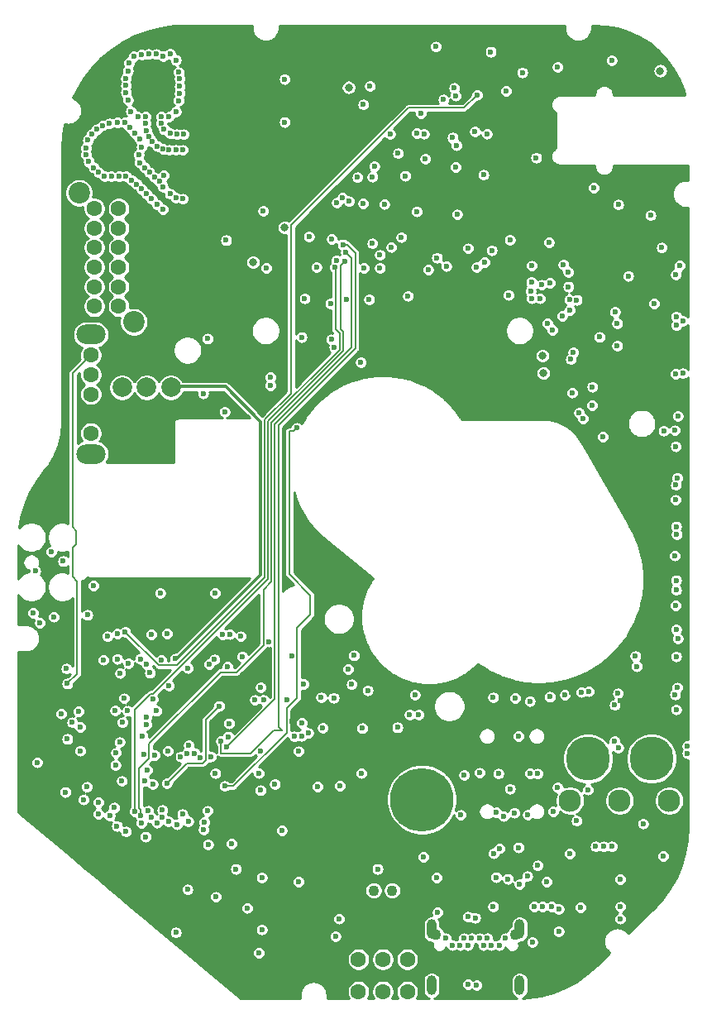
<source format=gbr>
G04 #@! TF.GenerationSoftware,KiCad,Pcbnew,5.1.6+dfsg1-1~bpo10+1*
G04 #@! TF.CreationDate,2020-12-21T12:29:25-05:00*
G04 #@! TF.ProjectId,4GRCP_Mainboard,34475243-505f-44d6-9169-6e626f617264,rev?*
G04 #@! TF.SameCoordinates,Original*
G04 #@! TF.FileFunction,Copper,L5,Inr*
G04 #@! TF.FilePolarity,Positive*
%FSLAX46Y46*%
G04 Gerber Fmt 4.6, Leading zero omitted, Abs format (unit mm)*
G04 Created by KiCad (PCBNEW 5.1.6+dfsg1-1~bpo10+1) date 2020-12-21 12:29:25*
%MOMM*%
%LPD*%
G01*
G04 APERTURE LIST*
G04 #@! TA.AperFunction,ViaPad*
%ADD10O,1.000000X2.000000*%
G04 #@! TD*
G04 #@! TA.AperFunction,ViaPad*
%ADD11C,1.100000*%
G04 #@! TD*
G04 #@! TA.AperFunction,ViaPad*
%ADD12C,0.600000*%
G04 #@! TD*
G04 #@! TA.AperFunction,ViaPad*
%ADD13C,4.500000*%
G04 #@! TD*
G04 #@! TA.AperFunction,ViaPad*
%ADD14C,2.300000*%
G04 #@! TD*
G04 #@! TA.AperFunction,ViaPad*
%ADD15O,3.000000X2.000000*%
G04 #@! TD*
G04 #@! TA.AperFunction,ViaPad*
%ADD16C,1.600000*%
G04 #@! TD*
G04 #@! TA.AperFunction,ViaPad*
%ADD17C,2.200000*%
G04 #@! TD*
G04 #@! TA.AperFunction,ViaPad*
%ADD18C,6.500000*%
G04 #@! TD*
G04 #@! TA.AperFunction,ViaPad*
%ADD19C,2.000000*%
G04 #@! TD*
G04 #@! TA.AperFunction,ViaPad*
%ADD20C,0.800000*%
G04 #@! TD*
G04 #@! TA.AperFunction,Conductor*
%ADD21C,0.200000*%
G04 #@! TD*
G04 #@! TA.AperFunction,Conductor*
%ADD22C,0.350000*%
G04 #@! TD*
G04 #@! TA.AperFunction,Conductor*
%ADD23C,0.254000*%
G04 #@! TD*
G04 APERTURE END LIST*
D10*
X155000000Y-153005000D03*
X164000000Y-153005000D03*
D11*
X155450000Y-147805000D03*
D10*
X155000000Y-147255000D03*
D11*
X163550000Y-147805000D03*
D10*
X164000000Y-147255000D03*
D12*
X161900000Y-148905000D03*
X161100000Y-148905000D03*
X160300000Y-148905000D03*
X157100000Y-148905000D03*
X157900000Y-148905000D03*
X158700000Y-148905000D03*
X162550000Y-148205000D03*
X160700000Y-148205000D03*
X159900000Y-148205000D03*
X156450000Y-148205000D03*
X158300000Y-148205000D03*
X159100000Y-148205000D03*
D13*
X171010000Y-129800000D03*
D11*
X149050000Y-143300000D03*
X150950000Y-143300000D03*
D14*
X169170000Y-134100000D03*
X174250000Y-134100000D03*
X179330000Y-134100000D03*
D15*
X120100000Y-86400000D03*
X120100000Y-98600000D03*
D16*
X120100000Y-88500000D03*
X120100000Y-90500000D03*
X120100000Y-92500000D03*
X120100000Y-96500000D03*
X120450000Y-73500000D03*
X120450000Y-75500000D03*
X120450000Y-77500000D03*
X120450000Y-79500000D03*
X120450000Y-81500000D03*
X120450000Y-83500000D03*
X122950000Y-73500000D03*
X122950000Y-75500000D03*
X122950000Y-77500000D03*
X122950000Y-79500000D03*
X122950000Y-81500000D03*
X122950000Y-83500000D03*
D17*
X118900000Y-71900000D03*
X124500000Y-85100000D03*
D16*
X147500000Y-150350000D03*
X147500000Y-153650000D03*
X150000000Y-150350000D03*
X150000000Y-153650000D03*
X152500000Y-150350000D03*
X152500000Y-153650000D03*
D18*
X154000000Y-134000000D03*
D13*
X177510000Y-129800000D03*
D19*
X128300000Y-91800000D03*
X123300000Y-91800000D03*
X125800000Y-91800000D03*
D12*
X114600000Y-130200000D03*
X116300000Y-115300000D03*
X157150000Y-66250000D03*
X160650000Y-65849998D03*
X150731792Y-65881792D03*
X127510000Y-57930000D03*
X165300000Y-148600000D03*
X174300000Y-142150010D03*
X174316944Y-144966954D03*
X170250000Y-145050000D03*
X166350000Y-144949989D03*
X155605805Y-145540872D03*
X127300000Y-119700000D03*
X135600000Y-119350000D03*
X119000000Y-129000000D03*
X137600000Y-147300000D03*
X136100000Y-145100000D03*
X130000000Y-143200000D03*
X161600000Y-141950010D03*
X173438916Y-138800015D03*
X172609289Y-138800015D03*
X137500000Y-122500000D03*
X145600000Y-132600000D03*
X181174990Y-128502177D03*
X180029986Y-112550000D03*
X180095151Y-106866759D03*
X180157147Y-101066647D03*
X180200000Y-94750000D03*
X180705085Y-85000012D03*
X180697593Y-90364786D03*
D20*
X166450000Y-90350000D03*
D12*
X166250000Y-81300000D03*
X171450000Y-91750000D03*
X167100000Y-81100000D03*
X165123506Y-81960379D03*
X174000000Y-87550000D03*
X174000000Y-85250000D03*
X167900000Y-59000000D03*
X145150000Y-147999998D03*
X127200000Y-112850000D03*
X117275000Y-109600000D03*
X120375000Y-112100000D03*
X144964536Y-123585454D03*
X146802248Y-122200022D03*
X165050000Y-123925032D03*
X147900000Y-126700000D03*
X180155753Y-122532113D03*
X180199990Y-117523931D03*
X157975000Y-135575000D03*
X159894264Y-131250111D03*
X140654449Y-119275021D03*
X126150000Y-121025000D03*
X130069195Y-136231772D03*
X137309441Y-131297672D03*
X147800000Y-131300043D03*
X130038915Y-120538917D03*
X131600000Y-92425000D03*
X126819967Y-124924990D03*
X140200000Y-123800010D03*
X138349990Y-117825000D03*
X132850008Y-131297681D03*
X132825000Y-112875000D03*
X137475000Y-133050000D03*
X125499990Y-129400000D03*
X125893921Y-131000884D03*
X167000001Y-76975000D03*
X180382499Y-79346933D03*
X157449937Y-69258906D03*
X127574936Y-70119523D03*
X125368211Y-127468211D03*
X125792037Y-126323043D03*
X119750000Y-115100000D03*
X171433281Y-93657315D03*
X141350000Y-142400000D03*
X176638910Y-136458922D03*
X149451880Y-141100053D03*
X154164961Y-139880032D03*
X173742272Y-124319990D03*
X174070661Y-123139280D03*
X138949820Y-132403322D03*
X159442368Y-146106808D03*
X137600000Y-142000000D03*
X137300000Y-149700000D03*
X128800000Y-147600000D03*
X114400000Y-110600000D03*
X122774991Y-136706682D03*
X114200000Y-114899996D03*
X119350010Y-134000000D03*
X161300000Y-123550000D03*
X152750000Y-125300000D03*
X125278781Y-136415225D03*
X116050000Y-108650000D03*
X114883338Y-115897623D03*
X126436135Y-132411870D03*
X163550010Y-123613909D03*
X161828980Y-131349061D03*
X119700000Y-132700000D03*
X159600000Y-153000000D03*
X158700000Y-152900000D03*
X134500000Y-138499994D03*
X132100000Y-138600000D03*
X126450000Y-123725000D03*
X127973204Y-129015014D03*
X133803845Y-132621979D03*
X141200055Y-95950000D03*
X133800000Y-94300000D03*
D20*
X126500000Y-76400000D03*
X171200000Y-58400000D03*
X152600000Y-57000000D03*
X136500000Y-57200000D03*
X137600000Y-60500000D03*
X135400000Y-60499992D03*
D12*
X160000000Y-123700000D03*
X159100000Y-133100000D03*
X138200000Y-121700000D03*
X130454490Y-146545510D03*
X136400000Y-149800000D03*
X118461090Y-130061090D03*
X140700000Y-126000000D03*
X169343661Y-123000010D03*
X115754055Y-109644213D03*
X165450000Y-78050000D03*
X143875185Y-76925661D03*
X136554390Y-132993961D03*
X127079133Y-115593034D03*
X174242188Y-120979959D03*
X159100000Y-83950000D03*
X134300000Y-122100011D03*
X130700000Y-131850030D03*
X138525000Y-140925000D03*
X119550000Y-117075000D03*
X140975000Y-131325000D03*
X136650000Y-115000000D03*
X115549990Y-122250000D03*
X124500006Y-140750000D03*
X174335978Y-123840796D03*
X172970650Y-123240770D03*
X173761091Y-84088909D03*
X169246875Y-88924999D03*
X167350000Y-85950000D03*
X166850000Y-85250000D03*
X168000000Y-147500000D03*
X161938852Y-139000000D03*
X169374998Y-92350000D03*
X165500000Y-144949989D03*
X165849988Y-140749990D03*
X143300000Y-132675000D03*
X128930371Y-136533203D03*
X128100000Y-122350000D03*
X130129291Y-128431475D03*
X163450000Y-135350000D03*
X174300000Y-146200000D03*
X123274968Y-132100000D03*
X128750000Y-119575000D03*
X123875000Y-124925000D03*
X120874998Y-135475000D03*
X133950000Y-76750000D03*
D20*
X136700000Y-79000000D03*
D12*
X157550000Y-67024990D03*
X149125000Y-69175000D03*
X160300000Y-70049928D03*
D20*
X139950000Y-75450000D03*
D12*
X152300000Y-70150000D03*
X157600000Y-74100000D03*
X147400000Y-70300000D03*
X139950000Y-60250002D03*
X139950000Y-64650000D03*
X150150000Y-73050000D03*
X158725000Y-77575000D03*
X150870000Y-77450002D03*
D20*
X166350000Y-88550000D03*
D12*
X125300000Y-57750000D03*
X138050000Y-79600000D03*
X149700000Y-78250000D03*
X153900000Y-63749990D03*
X162625000Y-61475000D03*
X161150000Y-77775000D03*
X171600000Y-71375000D03*
X145250000Y-78800000D03*
X153475000Y-73800000D03*
X164275000Y-59575000D03*
X173425000Y-58325000D03*
X155425000Y-56924990D03*
X144775000Y-76625000D03*
X142425000Y-76375000D03*
X160400000Y-79000000D03*
X145029215Y-87673184D03*
X148925000Y-77075000D03*
X174100000Y-73100000D03*
X129600000Y-65900000D03*
X128900000Y-65900000D03*
X128200000Y-65800000D03*
X127600000Y-65400000D03*
X127300000Y-64800000D03*
X127300000Y-64100000D03*
X125700000Y-64100000D03*
X125700000Y-64800000D03*
X125800000Y-65500000D03*
X125999992Y-66100000D03*
X126349997Y-66649997D03*
X126900000Y-67100002D03*
X128100000Y-67500000D03*
X128800000Y-67500000D03*
X129500000Y-67500000D03*
X127500000Y-67400000D03*
X129500000Y-72500000D03*
X128800000Y-72400000D03*
X128200000Y-72000000D03*
X127450000Y-71249994D03*
X127100000Y-70700000D03*
X126600000Y-70300000D03*
X126100000Y-69800000D03*
X125600000Y-69300000D03*
X125100000Y-68800000D03*
X125000000Y-68000000D03*
X125300000Y-67200000D03*
X125100000Y-66400000D03*
X124600000Y-65800000D03*
X124100000Y-65200000D03*
X123600000Y-64700000D03*
X122800000Y-64700000D03*
X122000000Y-64800000D03*
X121300000Y-65000000D03*
X120700000Y-65400000D03*
X120200000Y-65900000D03*
X119600000Y-68000000D03*
X119900000Y-68700000D03*
X119600000Y-67299996D03*
X119800000Y-66500000D03*
X120400000Y-69300000D03*
X120900000Y-69800000D03*
X121500000Y-70200000D03*
X122200000Y-70200000D03*
X123000000Y-70200000D03*
X123700000Y-70200000D03*
X124299992Y-70600000D03*
X124800000Y-71000000D03*
X125300000Y-71500000D03*
X125800000Y-72000000D03*
X126300000Y-72500000D03*
X126900000Y-73100000D03*
X127499998Y-73600000D03*
X128100000Y-64100000D03*
X128800000Y-63600000D03*
X129100000Y-62450000D03*
X129200000Y-61700000D03*
X129200000Y-61000000D03*
X129200000Y-60200000D03*
X129100000Y-59550000D03*
X128800000Y-58300000D03*
X128208783Y-57657593D03*
X126796502Y-57698867D03*
X126000000Y-57700000D03*
X124500000Y-57900000D03*
X124000000Y-58600000D03*
X123900000Y-59400000D03*
X123700000Y-60200000D03*
X123700000Y-60900000D03*
X123700000Y-61600000D03*
X123900000Y-62400000D03*
X124200000Y-63550000D03*
X124900000Y-64100000D03*
X177400000Y-74200000D03*
X137750000Y-73750000D03*
X168500000Y-79254099D03*
X151890000Y-76430000D03*
X148930000Y-70250000D03*
X155543243Y-78543235D03*
X154638155Y-79771718D03*
X151550000Y-67850002D03*
X165250000Y-79350000D03*
X148450000Y-122817812D03*
X123507517Y-123632517D03*
X151484093Y-126615907D03*
X125801744Y-125573094D03*
X178700000Y-139800000D03*
X122595052Y-124871740D03*
X122025011Y-135640116D03*
X161613286Y-135313486D03*
X120872020Y-134269810D03*
X161349984Y-139500000D03*
X158700000Y-146000000D03*
X161300000Y-144949999D03*
X134958588Y-141100074D03*
X163875000Y-127500000D03*
X134100000Y-120399990D03*
X127425023Y-135081657D03*
X123050000Y-128125000D03*
X129300000Y-129599945D03*
X122672675Y-129221355D03*
X130725572Y-129249983D03*
X122616181Y-130488442D03*
X131298529Y-129733964D03*
X126648683Y-129452209D03*
X129975979Y-129275029D03*
X154350014Y-68400000D03*
X165700011Y-68300000D03*
X169851840Y-82852675D03*
X169102535Y-82820101D03*
X169150000Y-83927664D03*
X169507145Y-88215897D03*
X166077834Y-82699999D03*
X165250000Y-82699998D03*
X172175000Y-86650000D03*
X125803134Y-120145794D03*
X139650000Y-137175010D03*
X167088434Y-123483808D03*
X153275000Y-123275000D03*
X144725000Y-86900000D03*
X129475000Y-135500000D03*
X117475000Y-133225000D03*
X162349990Y-135700000D03*
X170334443Y-123001622D03*
X153675000Y-125300000D03*
X134325000Y-117075021D03*
X132203679Y-120155524D03*
X171080000Y-122920000D03*
X153451904Y-65796565D03*
X154200000Y-65850000D03*
X163000000Y-76700000D03*
X117700000Y-127800000D03*
X119019346Y-126580503D03*
X169001256Y-81497498D03*
X180029980Y-111550000D03*
X123325000Y-126102485D03*
X179895163Y-109026944D03*
X134151601Y-127550840D03*
X135436084Y-117286084D03*
X180000000Y-80250000D03*
X143688916Y-123549990D03*
X176006401Y-120360326D03*
X178550000Y-77500000D03*
X181174990Y-129252179D03*
X125972163Y-135168884D03*
X126293054Y-135846783D03*
X180029999Y-124775576D03*
X179926083Y-123246095D03*
X126863401Y-136364237D03*
X180029998Y-119347506D03*
X127393066Y-135833226D03*
X180029964Y-116600000D03*
X128035515Y-136220236D03*
X122800000Y-117000000D03*
X179961690Y-114122585D03*
X180029986Y-84550000D03*
X127897172Y-117025004D03*
X121789337Y-117295735D03*
X177786084Y-83213916D03*
X136900000Y-123800000D03*
X179950032Y-90425372D03*
X137800000Y-123800002D03*
X180051979Y-85457720D03*
X141700537Y-126149979D03*
X179879430Y-96198826D03*
X143850000Y-126675000D03*
X178750000Y-96250000D03*
X180000000Y-101800000D03*
X141667245Y-127485730D03*
X179990380Y-97843647D03*
X142357017Y-127191227D03*
X180029978Y-106050000D03*
X134252778Y-126199945D03*
X179960872Y-103312230D03*
X140919307Y-127541475D03*
X117700000Y-122125000D03*
X117600000Y-120600000D03*
X121375000Y-119700000D03*
X122800000Y-119600000D03*
X169132868Y-139532174D03*
X123700000Y-137275000D03*
X159650000Y-61875000D03*
X123625000Y-116825010D03*
X132900000Y-143950000D03*
X123950000Y-120050000D03*
X155500000Y-142000000D03*
X123100000Y-121050000D03*
X125701416Y-137798584D03*
X125161065Y-119595784D03*
X133575497Y-117102322D03*
X132398540Y-129600345D03*
X141375000Y-129050000D03*
X141686411Y-86661411D03*
X146225000Y-78000000D03*
X134030538Y-128650851D03*
X145900000Y-77175000D03*
X133426031Y-128023967D03*
X137450000Y-129025000D03*
X127875000Y-132325000D03*
X133250000Y-124425000D03*
X141900000Y-122175000D03*
X168648388Y-123281281D03*
X146450000Y-120650000D03*
X132763480Y-119656384D03*
X126300000Y-117100000D03*
X122500000Y-134825000D03*
X125598329Y-132099989D03*
X145074990Y-79529721D03*
X124587693Y-135225866D03*
X146100000Y-78925000D03*
X125191867Y-135670266D03*
X159600000Y-79500004D03*
X147986194Y-72982787D03*
X149700000Y-79600000D03*
X146536172Y-72754076D03*
X148600000Y-82800000D03*
X145875000Y-72400000D03*
X148075010Y-79600000D03*
X145288909Y-72886091D03*
X146250010Y-82800000D03*
X144626416Y-83226416D03*
X143200000Y-79500004D03*
X142000000Y-82700000D03*
X159426996Y-65609167D03*
D20*
X146500000Y-61100000D03*
D12*
X157449998Y-61950000D03*
X156200000Y-62350000D03*
X148000000Y-62850000D03*
X157300236Y-61165093D03*
X163014977Y-132900000D03*
X171008916Y-132990010D03*
X163900000Y-138900000D03*
X174096850Y-128687927D03*
X164850010Y-135559886D03*
X173736648Y-128030085D03*
X165843421Y-131349996D03*
X162875000Y-82350000D03*
X168350000Y-84500006D03*
X167900000Y-132750000D03*
X145500000Y-146200000D03*
X168000000Y-145200000D03*
X169839634Y-136172156D03*
X167250000Y-144949999D03*
X171800000Y-138800015D03*
X131658671Y-137066139D03*
X117050000Y-125200000D03*
X131729021Y-136319434D03*
X167449991Y-135222177D03*
X166786627Y-142400195D03*
X162808513Y-142113654D03*
X163995708Y-142649989D03*
X164787552Y-141850010D03*
D20*
X178400000Y-59400000D03*
D12*
X165200000Y-81025010D03*
X161050000Y-57450000D03*
X148675000Y-60975000D03*
X172530018Y-96844982D03*
X118850032Y-124978200D03*
X156500000Y-79400000D03*
X138500010Y-91604964D03*
X152570000Y-82445000D03*
X138500010Y-90750000D03*
X118200000Y-126100000D03*
X169000004Y-80000000D03*
X147750000Y-89250000D03*
X170092517Y-94407481D03*
X175863055Y-119313055D03*
X170500000Y-95000000D03*
X147050000Y-119250000D03*
X158325000Y-131500000D03*
X165050000Y-131319998D03*
X132050000Y-86825000D03*
X132050000Y-135150000D03*
X175125000Y-80400000D03*
D21*
X141204450Y-123609562D02*
X141204450Y-116629450D01*
X140149999Y-124664013D02*
X141204450Y-123609562D01*
X140149999Y-127139003D02*
X140149999Y-124664013D01*
X133803845Y-132621979D02*
X134667023Y-132621979D01*
X134667023Y-132621979D02*
X140149999Y-127139003D01*
X141204450Y-116629450D02*
X141204450Y-116529450D01*
X141204450Y-116629450D02*
X141204450Y-116445550D01*
X141204450Y-116445550D02*
X142575000Y-115075000D01*
X142575000Y-113076998D02*
X140425000Y-110926998D01*
X142575000Y-115075000D02*
X142575000Y-113076998D01*
X140425000Y-110926998D02*
X140425000Y-96300000D01*
X140850055Y-96300000D02*
X140425000Y-96300000D01*
X141200055Y-95950000D02*
X140850055Y-96300000D01*
D22*
X128898946Y-119575000D02*
X137474947Y-110998999D01*
X137474947Y-110998999D02*
X137474947Y-95309259D01*
X128750000Y-119575000D02*
X128898946Y-119575000D01*
X137474947Y-95309259D02*
X133890699Y-91725000D01*
X133890699Y-91725000D02*
X128475000Y-91725000D01*
D21*
X153182187Y-123367813D02*
X153275000Y-123275000D01*
X118700000Y-111637498D02*
X118700000Y-121125000D01*
X118250000Y-111187498D02*
X118700000Y-111637498D01*
X118250000Y-90350000D02*
X118250000Y-106107498D01*
X120100000Y-88500000D02*
X118250000Y-90350000D01*
X118250000Y-106107498D02*
X118612501Y-106469999D01*
X118612501Y-106469999D02*
X118612501Y-107850001D01*
X118612501Y-107850001D02*
X118250000Y-108212502D01*
X118700000Y-121125000D02*
X117700000Y-122125000D01*
X118250000Y-108212502D02*
X118250000Y-111187498D01*
X159650000Y-61875000D02*
X158325011Y-63199989D01*
X128889001Y-120250001D02*
X127049991Y-120250001D01*
X137899958Y-95121455D02*
X137899957Y-111239045D01*
X127049991Y-120250001D02*
X123625000Y-116825010D01*
X137899957Y-111239045D02*
X128889001Y-120250001D01*
X140600001Y-75199581D02*
X140600001Y-92421410D01*
X158325011Y-63199989D02*
X152599593Y-63199989D01*
X152599593Y-63199989D02*
X140600001Y-75199581D01*
X140600001Y-92421410D02*
X137899958Y-95121455D01*
X138949989Y-123731400D02*
X134030538Y-128650851D01*
X146225000Y-78000000D02*
X146800011Y-78575011D01*
X146800011Y-78575011D02*
X146800011Y-87706370D01*
X146800011Y-87706370D02*
X138949989Y-95556392D01*
X138949989Y-95556392D02*
X138949989Y-123731400D01*
X147175000Y-78025736D02*
X147175000Y-87826371D01*
X146324264Y-77175000D02*
X147175000Y-78025736D01*
X145900000Y-77175000D02*
X146324264Y-77175000D01*
X139300000Y-95701371D02*
X139300000Y-126550002D01*
X147175000Y-87826371D02*
X139300000Y-95701371D01*
X139300000Y-126550002D02*
X139649999Y-126900001D01*
X133440501Y-129265501D02*
X133426031Y-129251031D01*
X136420497Y-129265501D02*
X133440501Y-129265501D01*
X133426031Y-129251031D02*
X133426031Y-128023967D01*
X138785997Y-126900001D02*
X136420497Y-129265501D01*
X139649999Y-126900001D02*
X138785997Y-126900001D01*
X131562530Y-130283965D02*
X131848530Y-129997965D01*
X127875000Y-132325000D02*
X129916035Y-130283965D01*
X131848530Y-125826470D02*
X133250000Y-124425000D01*
X131848530Y-129997965D02*
X131848530Y-125826470D01*
X129916035Y-130283965D02*
X131562530Y-130283965D01*
X145579216Y-86290214D02*
X145579216Y-87937185D01*
X145176417Y-79631148D02*
X145176417Y-85887415D01*
X126185999Y-123174999D02*
X124587693Y-124773305D01*
X145579216Y-87937185D02*
X138249968Y-95266433D01*
X126474910Y-123174999D02*
X126185999Y-123174999D01*
X138249968Y-95266433D02*
X138249967Y-111399942D01*
X138249967Y-111399942D02*
X126474910Y-123174999D01*
X145176417Y-85887415D02*
X145579216Y-86290214D01*
X124587693Y-124773305D02*
X124587693Y-135225866D01*
X145074990Y-79529721D02*
X145176417Y-79631148D01*
X138599978Y-111695012D02*
X137799989Y-112495001D01*
X125191867Y-135016039D02*
X125191867Y-135670266D01*
X133375000Y-120950000D02*
X126050000Y-128275000D01*
X145675012Y-85891020D02*
X145929227Y-86145235D01*
X135039002Y-120950000D02*
X133375000Y-120950000D01*
X126050000Y-129814012D02*
X125048328Y-130815684D01*
X138599978Y-95411413D02*
X138599978Y-111695012D01*
X137799989Y-112495001D02*
X137799989Y-118189013D01*
X146100000Y-78925000D02*
X145675011Y-79349989D01*
X125048328Y-134872500D02*
X125191867Y-135016039D01*
X125048328Y-130815684D02*
X125048328Y-134872500D01*
X126050000Y-128275000D02*
X126050000Y-129814012D01*
X137799989Y-118189013D02*
X135039002Y-120950000D01*
X145675011Y-79349989D02*
X145675012Y-85891020D01*
X145929226Y-88082165D02*
X138599978Y-95411413D01*
X145929227Y-86145235D02*
X145929226Y-88082165D01*
D23*
G36*
X136598001Y-55022205D02*
G01*
X136600250Y-55045040D01*
X136600250Y-55057371D01*
X136600910Y-55063648D01*
X136621577Y-55247899D01*
X136630094Y-55287969D01*
X136638051Y-55328157D01*
X136639917Y-55334186D01*
X136695978Y-55510915D01*
X136712129Y-55548600D01*
X136727729Y-55586446D01*
X136730723Y-55591984D01*
X136730729Y-55591997D01*
X136730736Y-55592008D01*
X136820052Y-55754472D01*
X136843192Y-55788267D01*
X136865868Y-55822397D01*
X136869885Y-55827253D01*
X136869890Y-55827260D01*
X136869896Y-55827265D01*
X136989068Y-55969290D01*
X137018340Y-55997954D01*
X137047204Y-56027021D01*
X137052095Y-56031010D01*
X137196590Y-56147186D01*
X137230836Y-56169596D01*
X137264832Y-56192527D01*
X137270405Y-56195490D01*
X137434714Y-56281389D01*
X137472682Y-56296729D01*
X137510464Y-56312611D01*
X137516502Y-56314434D01*
X137516508Y-56314436D01*
X137694370Y-56366783D01*
X137734610Y-56374459D01*
X137774741Y-56382697D01*
X137781022Y-56383313D01*
X137965666Y-56400117D01*
X138006633Y-56399831D01*
X138047599Y-56400117D01*
X138053880Y-56399501D01*
X138238273Y-56380120D01*
X138278444Y-56371874D01*
X138318641Y-56364206D01*
X138324677Y-56362384D01*
X138324686Y-56362382D01*
X138324694Y-56362378D01*
X138501799Y-56307556D01*
X138539579Y-56291675D01*
X138577550Y-56276334D01*
X138583113Y-56273376D01*
X138583122Y-56273372D01*
X138583129Y-56273367D01*
X138746215Y-56185187D01*
X138780161Y-56162290D01*
X138814459Y-56139846D01*
X138819350Y-56135857D01*
X138962209Y-56017673D01*
X138991056Y-55988623D01*
X139020344Y-55959943D01*
X139024366Y-55955080D01*
X139141549Y-55811400D01*
X139164203Y-55777303D01*
X139187365Y-55743476D01*
X139190367Y-55737924D01*
X139277411Y-55574219D01*
X139293021Y-55536346D01*
X139309162Y-55498687D01*
X139311026Y-55492666D01*
X139311028Y-55492660D01*
X139311029Y-55492654D01*
X139364616Y-55315164D01*
X139372574Y-55274974D01*
X139381090Y-55234908D01*
X139381750Y-55228631D01*
X139399843Y-55044108D01*
X139399843Y-55044105D01*
X139402000Y-55022205D01*
X139402000Y-54752000D01*
X168598001Y-54752000D01*
X168598001Y-55022205D01*
X168600250Y-55045040D01*
X168600250Y-55057371D01*
X168600910Y-55063648D01*
X168621577Y-55247899D01*
X168630094Y-55287969D01*
X168638051Y-55328157D01*
X168639917Y-55334186D01*
X168695978Y-55510915D01*
X168712129Y-55548600D01*
X168727729Y-55586446D01*
X168730723Y-55591984D01*
X168730729Y-55591997D01*
X168730736Y-55592008D01*
X168820052Y-55754472D01*
X168843192Y-55788267D01*
X168865868Y-55822397D01*
X168869885Y-55827253D01*
X168869890Y-55827260D01*
X168869896Y-55827265D01*
X168989068Y-55969290D01*
X169018340Y-55997954D01*
X169047204Y-56027021D01*
X169052095Y-56031010D01*
X169196590Y-56147186D01*
X169230836Y-56169596D01*
X169264832Y-56192527D01*
X169270405Y-56195490D01*
X169434714Y-56281389D01*
X169472682Y-56296729D01*
X169510464Y-56312611D01*
X169516502Y-56314434D01*
X169516508Y-56314436D01*
X169694370Y-56366783D01*
X169734610Y-56374459D01*
X169774741Y-56382697D01*
X169781022Y-56383313D01*
X169965666Y-56400117D01*
X170006633Y-56399831D01*
X170047599Y-56400117D01*
X170053880Y-56399501D01*
X170238273Y-56380120D01*
X170278444Y-56371874D01*
X170318641Y-56364206D01*
X170324677Y-56362384D01*
X170324686Y-56362382D01*
X170324694Y-56362378D01*
X170501799Y-56307556D01*
X170539579Y-56291675D01*
X170577550Y-56276334D01*
X170583113Y-56273376D01*
X170583122Y-56273372D01*
X170583129Y-56273367D01*
X170746215Y-56185187D01*
X170780161Y-56162290D01*
X170814459Y-56139846D01*
X170819350Y-56135857D01*
X170962209Y-56017673D01*
X170991056Y-55988623D01*
X171020344Y-55959943D01*
X171024366Y-55955080D01*
X171141549Y-55811400D01*
X171164203Y-55777303D01*
X171187365Y-55743476D01*
X171190367Y-55737924D01*
X171277411Y-55574219D01*
X171293021Y-55536346D01*
X171309162Y-55498687D01*
X171311026Y-55492666D01*
X171311028Y-55492660D01*
X171311029Y-55492654D01*
X171364616Y-55315164D01*
X171372574Y-55274974D01*
X171381090Y-55234908D01*
X171381750Y-55228631D01*
X171399843Y-55044108D01*
X171399843Y-55044105D01*
X171402000Y-55022205D01*
X171402000Y-54752000D01*
X171685797Y-54752000D01*
X172896568Y-54828175D01*
X174074266Y-55052833D01*
X175214528Y-55423327D01*
X176299354Y-55933807D01*
X177311644Y-56576225D01*
X178235446Y-57340461D01*
X179056170Y-58214443D01*
X179760884Y-59184398D01*
X180338480Y-60235038D01*
X180780169Y-61350618D01*
X180922652Y-61896571D01*
X173602000Y-61897918D01*
X173602000Y-61777795D01*
X173599794Y-61755397D01*
X173599794Y-61748914D01*
X173599134Y-61742637D01*
X173588257Y-61645662D01*
X173579746Y-61605619D01*
X173571783Y-61565402D01*
X173569916Y-61559373D01*
X173540410Y-61466358D01*
X173524288Y-61428742D01*
X173508661Y-61390828D01*
X173505659Y-61385277D01*
X173458648Y-61299764D01*
X173435486Y-61265936D01*
X173412830Y-61231837D01*
X173408808Y-61226974D01*
X173346083Y-61152222D01*
X173316809Y-61123556D01*
X173287948Y-61094493D01*
X173283058Y-61090504D01*
X173207008Y-61029358D01*
X173172710Y-61006914D01*
X173138764Y-60984017D01*
X173133197Y-60981057D01*
X173133193Y-60981054D01*
X173133189Y-60981052D01*
X173046712Y-60935844D01*
X173008760Y-60920510D01*
X172970965Y-60904623D01*
X172964923Y-60902799D01*
X172964921Y-60902798D01*
X172964917Y-60902797D01*
X172871311Y-60875247D01*
X172831066Y-60867569D01*
X172790937Y-60859332D01*
X172784662Y-60858717D01*
X172784659Y-60858716D01*
X172784656Y-60858716D01*
X172687474Y-60849872D01*
X172646509Y-60850158D01*
X172605544Y-60849872D01*
X172599263Y-60850488D01*
X172599259Y-60850488D01*
X172502215Y-60860688D01*
X172462097Y-60868923D01*
X172421843Y-60876602D01*
X172415801Y-60878426D01*
X172322582Y-60907282D01*
X172284789Y-60923169D01*
X172246830Y-60938505D01*
X172241264Y-60941464D01*
X172241260Y-60941466D01*
X172241257Y-60941468D01*
X172155420Y-60987881D01*
X172121458Y-61010788D01*
X172087178Y-61033221D01*
X172082298Y-61037202D01*
X172082286Y-61037210D01*
X172082277Y-61037219D01*
X172007099Y-61099412D01*
X171978238Y-61128474D01*
X171948965Y-61157140D01*
X171944942Y-61162003D01*
X171944939Y-61162006D01*
X171944937Y-61162009D01*
X171883266Y-61237624D01*
X171860586Y-61271760D01*
X171837447Y-61305554D01*
X171834445Y-61311105D01*
X171788634Y-61397266D01*
X171773038Y-61435104D01*
X171756885Y-61472792D01*
X171755019Y-61478821D01*
X171726814Y-61572239D01*
X171718855Y-61612434D01*
X171710339Y-61652500D01*
X171709679Y-61658777D01*
X171700157Y-61755894D01*
X171700157Y-61755905D01*
X171698001Y-61777795D01*
X171698001Y-61898000D01*
X168127795Y-61898000D01*
X168105397Y-61900206D01*
X168098914Y-61900206D01*
X168092637Y-61900866D01*
X167995662Y-61911743D01*
X167955619Y-61920254D01*
X167915402Y-61928217D01*
X167909379Y-61930082D01*
X167909375Y-61930083D01*
X167909372Y-61930084D01*
X167909373Y-61930084D01*
X167816358Y-61959590D01*
X167778742Y-61975712D01*
X167740828Y-61991339D01*
X167735277Y-61994341D01*
X167649764Y-62041352D01*
X167615936Y-62064514D01*
X167581837Y-62087170D01*
X167576974Y-62091192D01*
X167502222Y-62153917D01*
X167473556Y-62183191D01*
X167444493Y-62212052D01*
X167440504Y-62216942D01*
X167379358Y-62292992D01*
X167356914Y-62327290D01*
X167334017Y-62361236D01*
X167331057Y-62366803D01*
X167331054Y-62366807D01*
X167331054Y-62366808D01*
X167285844Y-62453288D01*
X167270510Y-62491240D01*
X167254623Y-62529035D01*
X167252799Y-62535077D01*
X167225247Y-62628689D01*
X167217569Y-62668934D01*
X167209332Y-62709063D01*
X167208716Y-62715344D01*
X167199872Y-62812526D01*
X167200158Y-62853491D01*
X167199872Y-62894456D01*
X167200488Y-62900737D01*
X167210688Y-62997786D01*
X167218926Y-63037917D01*
X167226602Y-63078157D01*
X167228426Y-63084199D01*
X167257282Y-63177418D01*
X167273169Y-63215211D01*
X167288505Y-63253170D01*
X167291462Y-63258732D01*
X167291466Y-63258740D01*
X167291471Y-63258747D01*
X167337881Y-63344580D01*
X167360778Y-63378526D01*
X167383221Y-63412822D01*
X167387206Y-63417707D01*
X167387210Y-63417713D01*
X167387215Y-63417718D01*
X167449411Y-63492901D01*
X167478493Y-63521781D01*
X167507140Y-63551035D01*
X167512003Y-63555058D01*
X167512006Y-63555061D01*
X167512010Y-63555063D01*
X167587624Y-63616734D01*
X167621757Y-63639412D01*
X167655553Y-63662553D01*
X167661089Y-63665545D01*
X167661099Y-63665552D01*
X167661109Y-63665556D01*
X167698001Y-63685172D01*
X167698000Y-67314834D01*
X167649764Y-67341352D01*
X167615936Y-67364514D01*
X167581837Y-67387170D01*
X167576974Y-67391192D01*
X167502222Y-67453917D01*
X167473556Y-67483191D01*
X167444493Y-67512052D01*
X167440504Y-67516942D01*
X167379358Y-67592992D01*
X167356914Y-67627290D01*
X167334017Y-67661236D01*
X167331057Y-67666803D01*
X167331054Y-67666807D01*
X167331054Y-67666808D01*
X167285844Y-67753288D01*
X167270510Y-67791240D01*
X167254623Y-67829035D01*
X167252799Y-67835077D01*
X167225247Y-67928689D01*
X167217569Y-67968934D01*
X167209332Y-68009063D01*
X167208716Y-68015344D01*
X167199872Y-68112526D01*
X167200158Y-68153491D01*
X167199872Y-68194456D01*
X167200488Y-68200737D01*
X167210688Y-68297786D01*
X167218926Y-68337917D01*
X167226602Y-68378157D01*
X167228426Y-68384199D01*
X167257282Y-68477418D01*
X167273169Y-68515211D01*
X167288505Y-68553170D01*
X167291462Y-68558732D01*
X167291466Y-68558740D01*
X167291471Y-68558747D01*
X167337881Y-68644580D01*
X167360778Y-68678526D01*
X167383221Y-68712822D01*
X167387206Y-68717707D01*
X167387210Y-68717713D01*
X167387215Y-68717718D01*
X167449411Y-68792901D01*
X167478493Y-68821781D01*
X167507140Y-68851035D01*
X167512003Y-68855058D01*
X167512006Y-68855061D01*
X167512010Y-68855063D01*
X167587624Y-68916734D01*
X167621757Y-68939412D01*
X167655553Y-68962553D01*
X167661089Y-68965545D01*
X167661099Y-68965552D01*
X167661109Y-68965556D01*
X167747266Y-69011366D01*
X167785104Y-69026962D01*
X167822792Y-69043115D01*
X167828821Y-69044981D01*
X167922239Y-69073186D01*
X167962448Y-69081148D01*
X168002501Y-69089661D01*
X168008771Y-69090320D01*
X168008774Y-69090321D01*
X168008777Y-69090321D01*
X168105895Y-69099843D01*
X168127795Y-69102000D01*
X171698000Y-69102000D01*
X171698000Y-69222204D01*
X171700206Y-69244602D01*
X171700206Y-69251086D01*
X171700866Y-69257363D01*
X171711743Y-69354338D01*
X171720254Y-69394381D01*
X171728217Y-69434598D01*
X171730084Y-69440627D01*
X171759590Y-69533642D01*
X171775723Y-69571283D01*
X171791339Y-69609171D01*
X171794339Y-69614719D01*
X171794341Y-69614724D01*
X171794344Y-69614728D01*
X171841352Y-69700236D01*
X171864496Y-69734037D01*
X171887169Y-69768163D01*
X171891192Y-69773026D01*
X171953917Y-69847778D01*
X171983191Y-69876444D01*
X172012052Y-69905507D01*
X172016942Y-69909496D01*
X172092992Y-69970642D01*
X172127282Y-69993081D01*
X172161236Y-70015983D01*
X172166798Y-70018940D01*
X172166807Y-70018946D01*
X172166816Y-70018950D01*
X172253288Y-70064156D01*
X172291297Y-70079513D01*
X172329035Y-70095377D01*
X172335065Y-70097197D01*
X172335079Y-70097203D01*
X172335093Y-70097206D01*
X172428688Y-70124753D01*
X172468941Y-70132432D01*
X172509063Y-70140668D01*
X172515338Y-70141283D01*
X172515341Y-70141284D01*
X172515344Y-70141284D01*
X172612527Y-70150128D01*
X172653492Y-70149842D01*
X172694456Y-70150128D01*
X172700737Y-70149512D01*
X172700741Y-70149512D01*
X172797786Y-70139312D01*
X172837917Y-70131074D01*
X172878157Y-70123398D01*
X172884199Y-70121574D01*
X172977418Y-70092718D01*
X173015211Y-70076831D01*
X173053170Y-70061495D01*
X173058732Y-70058538D01*
X173058740Y-70058534D01*
X173058747Y-70058529D01*
X173144580Y-70012119D01*
X173178526Y-69989222D01*
X173212822Y-69966779D01*
X173217707Y-69962794D01*
X173217713Y-69962790D01*
X173217718Y-69962785D01*
X173292901Y-69900589D01*
X173321781Y-69871507D01*
X173351035Y-69842860D01*
X173355058Y-69837997D01*
X173355061Y-69837994D01*
X173355063Y-69837990D01*
X173416734Y-69762376D01*
X173439412Y-69728243D01*
X173462553Y-69694447D01*
X173465545Y-69688911D01*
X173465552Y-69688901D01*
X173465556Y-69688891D01*
X173511366Y-69602734D01*
X173526962Y-69564896D01*
X173543115Y-69527208D01*
X173544981Y-69521179D01*
X173573186Y-69427761D01*
X173581148Y-69387552D01*
X173589661Y-69347499D01*
X173590321Y-69341223D01*
X173599843Y-69244105D01*
X173602000Y-69222205D01*
X173602000Y-69102000D01*
X181248001Y-69102000D01*
X181248000Y-70598000D01*
X180977795Y-70598000D01*
X180954950Y-70600250D01*
X180942629Y-70600250D01*
X180936352Y-70600910D01*
X180752100Y-70621577D01*
X180712009Y-70630098D01*
X180671844Y-70638051D01*
X180665819Y-70639916D01*
X180665813Y-70639917D01*
X180665807Y-70639919D01*
X180489085Y-70695978D01*
X180451412Y-70712124D01*
X180413554Y-70727729D01*
X180408002Y-70730730D01*
X180245528Y-70820052D01*
X180211766Y-70843169D01*
X180177602Y-70865868D01*
X180172740Y-70869891D01*
X180030710Y-70989069D01*
X180002065Y-71018321D01*
X179972979Y-71047204D01*
X179968990Y-71052095D01*
X179852813Y-71196590D01*
X179830386Y-71230863D01*
X179807473Y-71264832D01*
X179804510Y-71270404D01*
X179718611Y-71434714D01*
X179703260Y-71472708D01*
X179687389Y-71510465D01*
X179685567Y-71516499D01*
X179685565Y-71516505D01*
X179685565Y-71516507D01*
X179633217Y-71694370D01*
X179625542Y-71734604D01*
X179617303Y-71774741D01*
X179616687Y-71781022D01*
X179599883Y-71965666D01*
X179600169Y-72006633D01*
X179599883Y-72047599D01*
X179600499Y-72053880D01*
X179619880Y-72238273D01*
X179628126Y-72278444D01*
X179635794Y-72318641D01*
X179637616Y-72324677D01*
X179637618Y-72324686D01*
X179637622Y-72324694D01*
X179692444Y-72501799D01*
X179708325Y-72539579D01*
X179723666Y-72577550D01*
X179726624Y-72583113D01*
X179726628Y-72583122D01*
X179726633Y-72583129D01*
X179814813Y-72746215D01*
X179837710Y-72780161D01*
X179860154Y-72814459D01*
X179864143Y-72819350D01*
X179982327Y-72962209D01*
X180011377Y-72991056D01*
X180040057Y-73020344D01*
X180044920Y-73024366D01*
X180188600Y-73141549D01*
X180222697Y-73164203D01*
X180256524Y-73187365D01*
X180262076Y-73190367D01*
X180425781Y-73277411D01*
X180463654Y-73293021D01*
X180501313Y-73309162D01*
X180507334Y-73311026D01*
X180507340Y-73311028D01*
X180507346Y-73311029D01*
X180684836Y-73364616D01*
X180725026Y-73372574D01*
X180765092Y-73381090D01*
X180771369Y-73381750D01*
X180955892Y-73399843D01*
X180955895Y-73399843D01*
X180977795Y-73402000D01*
X181248000Y-73402000D01*
X181248000Y-84593974D01*
X181230945Y-84568449D01*
X181136648Y-84474152D01*
X181025765Y-84400062D01*
X180902559Y-84349028D01*
X180771764Y-84323012D01*
X180668745Y-84323012D01*
X180629936Y-84229320D01*
X180555846Y-84118437D01*
X180461549Y-84024140D01*
X180350666Y-83950050D01*
X180227460Y-83899016D01*
X180096665Y-83873000D01*
X179963307Y-83873000D01*
X179832512Y-83899016D01*
X179709306Y-83950050D01*
X179598423Y-84024140D01*
X179504126Y-84118437D01*
X179430036Y-84229320D01*
X179379002Y-84352526D01*
X179352986Y-84483321D01*
X179352986Y-84616679D01*
X179379002Y-84747474D01*
X179430036Y-84870680D01*
X179504126Y-84981563D01*
X179537420Y-85014857D01*
X179526119Y-85026157D01*
X179452029Y-85137040D01*
X179400995Y-85260246D01*
X179374979Y-85391041D01*
X179374979Y-85524399D01*
X179400995Y-85655194D01*
X179452029Y-85778400D01*
X179526119Y-85889283D01*
X179620416Y-85983580D01*
X179731299Y-86057670D01*
X179854505Y-86108704D01*
X179985300Y-86134720D01*
X180118658Y-86134720D01*
X180249453Y-86108704D01*
X180372659Y-86057670D01*
X180483542Y-85983580D01*
X180577839Y-85889283D01*
X180651929Y-85778400D01*
X180693926Y-85677012D01*
X180771764Y-85677012D01*
X180902559Y-85650996D01*
X181025765Y-85599962D01*
X181136648Y-85525872D01*
X181230945Y-85431575D01*
X181248000Y-85406050D01*
X181248000Y-89969960D01*
X181223453Y-89933223D01*
X181129156Y-89838926D01*
X181018273Y-89764836D01*
X180895067Y-89713802D01*
X180764272Y-89687786D01*
X180630914Y-89687786D01*
X180500119Y-89713802D01*
X180376913Y-89764836D01*
X180278476Y-89830610D01*
X180270712Y-89825422D01*
X180147506Y-89774388D01*
X180016711Y-89748372D01*
X179883353Y-89748372D01*
X179752558Y-89774388D01*
X179629352Y-89825422D01*
X179518469Y-89899512D01*
X179424172Y-89993809D01*
X179350082Y-90104692D01*
X179299048Y-90227898D01*
X179273032Y-90358693D01*
X179273032Y-90492051D01*
X179299048Y-90622846D01*
X179350082Y-90746052D01*
X179424172Y-90856935D01*
X179518469Y-90951232D01*
X179629352Y-91025322D01*
X179752558Y-91076356D01*
X179883353Y-91102372D01*
X180016711Y-91102372D01*
X180147506Y-91076356D01*
X180270712Y-91025322D01*
X180369149Y-90959548D01*
X180376913Y-90964736D01*
X180500119Y-91015770D01*
X180630914Y-91041786D01*
X180764272Y-91041786D01*
X180895067Y-91015770D01*
X181018273Y-90964736D01*
X181129156Y-90890646D01*
X181223453Y-90796349D01*
X181248000Y-90759612D01*
X181248001Y-127826436D01*
X181241669Y-127825177D01*
X181108311Y-127825177D01*
X180977516Y-127851193D01*
X180854310Y-127902227D01*
X180743427Y-127976317D01*
X180649130Y-128070614D01*
X180575040Y-128181497D01*
X180524006Y-128304703D01*
X180497990Y-128435498D01*
X180497990Y-128568856D01*
X180524006Y-128699651D01*
X180575040Y-128822857D01*
X180611336Y-128877178D01*
X180575040Y-128931499D01*
X180524006Y-129054705D01*
X180497990Y-129185500D01*
X180497990Y-129318858D01*
X180524006Y-129449653D01*
X180575040Y-129572859D01*
X180649130Y-129683742D01*
X180743427Y-129778039D01*
X180854310Y-129852129D01*
X180977516Y-129903163D01*
X181108311Y-129929179D01*
X181241669Y-129929179D01*
X181248001Y-129927920D01*
X181248001Y-136815971D01*
X181170723Y-138156207D01*
X180942160Y-139465817D01*
X180564586Y-140740488D01*
X180043010Y-141963307D01*
X179384343Y-143118076D01*
X178595906Y-144191403D01*
X177853216Y-145007559D01*
X175172000Y-147688777D01*
X174975910Y-147492687D01*
X174958175Y-147478132D01*
X174949451Y-147469408D01*
X174944546Y-147465436D01*
X174799593Y-147349721D01*
X174765257Y-147327423D01*
X174731191Y-147304618D01*
X174725608Y-147301675D01*
X174560940Y-147216319D01*
X174522929Y-147201116D01*
X174485082Y-147185362D01*
X174479034Y-147183559D01*
X174300921Y-147131813D01*
X174260656Y-147124278D01*
X174220495Y-147116180D01*
X174214212Y-147115586D01*
X174029442Y-147099421D01*
X173988483Y-147099850D01*
X173947512Y-147099707D01*
X173941233Y-147100345D01*
X173941231Y-147100345D01*
X173756842Y-147120376D01*
X173716752Y-147128751D01*
X173676526Y-147136570D01*
X173670490Y-147138415D01*
X173493502Y-147193880D01*
X173455794Y-147209886D01*
X173417861Y-147225366D01*
X173412308Y-147228344D01*
X173412299Y-147228348D01*
X173412292Y-147228353D01*
X173249454Y-147317135D01*
X173215588Y-147340150D01*
X173181370Y-147362713D01*
X173176493Y-147366719D01*
X173033995Y-147485444D01*
X173005230Y-147514613D01*
X172976061Y-147543378D01*
X172972055Y-147548255D01*
X172855331Y-147692397D01*
X172832758Y-147726631D01*
X172809754Y-147760480D01*
X172806771Y-147766042D01*
X172720267Y-147930110D01*
X172704784Y-147968048D01*
X172688780Y-148005752D01*
X172686939Y-148011776D01*
X172686935Y-148011785D01*
X172686933Y-148011794D01*
X172633947Y-148189534D01*
X172626134Y-148229731D01*
X172617753Y-148269848D01*
X172617115Y-148276127D01*
X172599660Y-148460780D01*
X172599803Y-148501719D01*
X172599374Y-148542712D01*
X172599968Y-148548995D01*
X172618712Y-148733523D01*
X172626813Y-148773703D01*
X172634345Y-148813948D01*
X172636147Y-148819992D01*
X172636148Y-148819998D01*
X172636150Y-148820004D01*
X172690376Y-148997367D01*
X172706123Y-149035198D01*
X172721334Y-149073227D01*
X172724277Y-149078810D01*
X172811925Y-149242270D01*
X172834715Y-149276314D01*
X172857025Y-149310669D01*
X172860991Y-149315566D01*
X172860998Y-149315576D01*
X172861006Y-149315584D01*
X172978724Y-149458897D01*
X172978727Y-149458900D01*
X172992687Y-149475910D01*
X173188776Y-149671999D01*
X171904592Y-150956185D01*
X170902270Y-151849327D01*
X169814629Y-152613827D01*
X168646324Y-153248255D01*
X167412850Y-153744193D01*
X166130536Y-154095076D01*
X164814055Y-154296605D01*
X164337325Y-154319115D01*
X164489592Y-154237727D01*
X164623133Y-154128133D01*
X164732727Y-153994592D01*
X164814162Y-153842237D01*
X164864310Y-153676922D01*
X164877000Y-153548079D01*
X164877000Y-152461921D01*
X164864310Y-152333078D01*
X164814162Y-152167763D01*
X164732727Y-152015408D01*
X164623133Y-151881867D01*
X164489591Y-151772273D01*
X164337236Y-151690838D01*
X164171921Y-151640690D01*
X164000000Y-151623757D01*
X163828078Y-151640690D01*
X163662763Y-151690838D01*
X163510408Y-151772273D01*
X163376867Y-151881867D01*
X163267273Y-152015409D01*
X163185838Y-152167764D01*
X163135690Y-152333079D01*
X163123000Y-152461922D01*
X163123001Y-153548079D01*
X163135691Y-153676922D01*
X163185839Y-153842237D01*
X163267274Y-153994592D01*
X163376868Y-154128133D01*
X163510409Y-154237727D01*
X163662764Y-154319162D01*
X163753487Y-154346683D01*
X163719030Y-154348309D01*
X155241586Y-154348178D01*
X155337237Y-154319162D01*
X155489592Y-154237727D01*
X155623133Y-154128133D01*
X155732727Y-153994592D01*
X155814162Y-153842237D01*
X155864310Y-153676922D01*
X155877000Y-153548079D01*
X155877000Y-152833321D01*
X158023000Y-152833321D01*
X158023000Y-152966679D01*
X158049016Y-153097474D01*
X158100050Y-153220680D01*
X158174140Y-153331563D01*
X158268437Y-153425860D01*
X158379320Y-153499950D01*
X158502526Y-153550984D01*
X158633321Y-153577000D01*
X158766679Y-153577000D01*
X158897474Y-153550984D01*
X159020680Y-153499950D01*
X159093722Y-153451145D01*
X159168437Y-153525860D01*
X159279320Y-153599950D01*
X159402526Y-153650984D01*
X159533321Y-153677000D01*
X159666679Y-153677000D01*
X159797474Y-153650984D01*
X159920680Y-153599950D01*
X160031563Y-153525860D01*
X160125860Y-153431563D01*
X160199950Y-153320680D01*
X160250984Y-153197474D01*
X160277000Y-153066679D01*
X160277000Y-152933321D01*
X160250984Y-152802526D01*
X160199950Y-152679320D01*
X160125860Y-152568437D01*
X160031563Y-152474140D01*
X159920680Y-152400050D01*
X159797474Y-152349016D01*
X159666679Y-152323000D01*
X159533321Y-152323000D01*
X159402526Y-152349016D01*
X159279320Y-152400050D01*
X159206278Y-152448855D01*
X159131563Y-152374140D01*
X159020680Y-152300050D01*
X158897474Y-152249016D01*
X158766679Y-152223000D01*
X158633321Y-152223000D01*
X158502526Y-152249016D01*
X158379320Y-152300050D01*
X158268437Y-152374140D01*
X158174140Y-152468437D01*
X158100050Y-152579320D01*
X158049016Y-152702526D01*
X158023000Y-152833321D01*
X155877000Y-152833321D01*
X155877000Y-152461921D01*
X155864310Y-152333078D01*
X155814162Y-152167763D01*
X155732727Y-152015408D01*
X155623133Y-151881867D01*
X155489591Y-151772273D01*
X155337236Y-151690838D01*
X155171921Y-151640690D01*
X155000000Y-151623757D01*
X154828078Y-151640690D01*
X154662763Y-151690838D01*
X154510408Y-151772273D01*
X154376867Y-151881867D01*
X154267273Y-152015409D01*
X154185838Y-152167764D01*
X154135690Y-152333079D01*
X154123000Y-152461922D01*
X154123001Y-153548079D01*
X154135691Y-153676922D01*
X154185839Y-153842237D01*
X154267274Y-153994592D01*
X154376868Y-154128133D01*
X154510409Y-154237727D01*
X154662764Y-154319162D01*
X154758390Y-154348170D01*
X153449078Y-154348150D01*
X153543044Y-154207519D01*
X153631769Y-153993318D01*
X153677000Y-153765924D01*
X153677000Y-153534076D01*
X153631769Y-153306682D01*
X153543044Y-153092481D01*
X153414236Y-152899706D01*
X153250294Y-152735764D01*
X153057519Y-152606956D01*
X152843318Y-152518231D01*
X152615924Y-152473000D01*
X152384076Y-152473000D01*
X152156682Y-152518231D01*
X151942481Y-152606956D01*
X151749706Y-152735764D01*
X151585764Y-152899706D01*
X151456956Y-153092481D01*
X151368231Y-153306682D01*
X151323000Y-153534076D01*
X151323000Y-153765924D01*
X151368231Y-153993318D01*
X151456956Y-154207519D01*
X151550903Y-154348120D01*
X150949104Y-154348111D01*
X151043044Y-154207519D01*
X151131769Y-153993318D01*
X151177000Y-153765924D01*
X151177000Y-153534076D01*
X151131769Y-153306682D01*
X151043044Y-153092481D01*
X150914236Y-152899706D01*
X150750294Y-152735764D01*
X150557519Y-152606956D01*
X150343318Y-152518231D01*
X150115924Y-152473000D01*
X149884076Y-152473000D01*
X149656682Y-152518231D01*
X149442481Y-152606956D01*
X149249706Y-152735764D01*
X149085764Y-152899706D01*
X148956956Y-153092481D01*
X148868231Y-153306682D01*
X148823000Y-153534076D01*
X148823000Y-153765924D01*
X148868231Y-153993318D01*
X148956956Y-154207519D01*
X149050877Y-154348081D01*
X148449130Y-154348072D01*
X148543044Y-154207519D01*
X148631769Y-153993318D01*
X148677000Y-153765924D01*
X148677000Y-153534076D01*
X148631769Y-153306682D01*
X148543044Y-153092481D01*
X148414236Y-152899706D01*
X148250294Y-152735764D01*
X148057519Y-152606956D01*
X147843318Y-152518231D01*
X147615924Y-152473000D01*
X147384076Y-152473000D01*
X147156682Y-152518231D01*
X146942481Y-152606956D01*
X146749706Y-152735764D01*
X146585764Y-152899706D01*
X146456956Y-153092481D01*
X146368231Y-153306682D01*
X146323000Y-153534076D01*
X146323000Y-153765924D01*
X146368231Y-153993318D01*
X146456956Y-154207519D01*
X146550851Y-154348042D01*
X144302000Y-154348007D01*
X144302000Y-153977795D01*
X144299750Y-153954950D01*
X144299750Y-153942629D01*
X144299090Y-153936352D01*
X144278423Y-153752100D01*
X144269902Y-153712009D01*
X144261949Y-153671844D01*
X144260083Y-153665815D01*
X144260083Y-153665813D01*
X144260081Y-153665807D01*
X144204022Y-153489085D01*
X144187876Y-153451412D01*
X144172271Y-153413554D01*
X144169270Y-153408002D01*
X144079948Y-153245528D01*
X144056831Y-153211766D01*
X144034132Y-153177602D01*
X144030109Y-153172740D01*
X143910931Y-153030710D01*
X143881679Y-153002065D01*
X143852796Y-152972979D01*
X143847905Y-152968990D01*
X143703410Y-152852813D01*
X143669137Y-152830386D01*
X143635168Y-152807473D01*
X143629596Y-152804510D01*
X143465286Y-152718611D01*
X143427292Y-152703260D01*
X143389535Y-152687389D01*
X143383501Y-152685567D01*
X143383495Y-152685565D01*
X143383489Y-152685564D01*
X143205630Y-152633217D01*
X143165396Y-152625542D01*
X143125259Y-152617303D01*
X143118978Y-152616687D01*
X142934334Y-152599883D01*
X142893368Y-152600169D01*
X142852401Y-152599883D01*
X142846120Y-152600499D01*
X142661728Y-152619880D01*
X142621558Y-152628126D01*
X142581359Y-152635794D01*
X142575326Y-152637615D01*
X142575314Y-152637618D01*
X142575303Y-152637623D01*
X142398201Y-152692444D01*
X142360433Y-152708320D01*
X142322450Y-152723666D01*
X142316883Y-152726626D01*
X142316879Y-152726628D01*
X142316878Y-152726629D01*
X142153785Y-152814813D01*
X142119816Y-152837725D01*
X142085541Y-152860154D01*
X142080650Y-152864143D01*
X141937791Y-152982327D01*
X141908944Y-153011377D01*
X141879656Y-153040057D01*
X141875634Y-153044920D01*
X141758451Y-153188600D01*
X141735782Y-153222719D01*
X141712635Y-153256524D01*
X141709633Y-153262076D01*
X141622589Y-153425781D01*
X141606991Y-153463626D01*
X141590838Y-153501313D01*
X141588972Y-153507342D01*
X141535384Y-153684836D01*
X141527426Y-153725026D01*
X141518910Y-153765092D01*
X141518250Y-153771369D01*
X141500157Y-153955892D01*
X141498000Y-153977796D01*
X141498000Y-154348000D01*
X135399517Y-154348000D01*
X129780881Y-149633321D01*
X136623000Y-149633321D01*
X136623000Y-149766679D01*
X136649016Y-149897474D01*
X136700050Y-150020680D01*
X136774140Y-150131563D01*
X136868437Y-150225860D01*
X136979320Y-150299950D01*
X137102526Y-150350984D01*
X137233321Y-150377000D01*
X137366679Y-150377000D01*
X137497474Y-150350984D01*
X137620680Y-150299950D01*
X137719266Y-150234076D01*
X146323000Y-150234076D01*
X146323000Y-150465924D01*
X146368231Y-150693318D01*
X146456956Y-150907519D01*
X146585764Y-151100294D01*
X146749706Y-151264236D01*
X146942481Y-151393044D01*
X147156682Y-151481769D01*
X147384076Y-151527000D01*
X147615924Y-151527000D01*
X147843318Y-151481769D01*
X148057519Y-151393044D01*
X148250294Y-151264236D01*
X148414236Y-151100294D01*
X148543044Y-150907519D01*
X148631769Y-150693318D01*
X148677000Y-150465924D01*
X148677000Y-150234076D01*
X148823000Y-150234076D01*
X148823000Y-150465924D01*
X148868231Y-150693318D01*
X148956956Y-150907519D01*
X149085764Y-151100294D01*
X149249706Y-151264236D01*
X149442481Y-151393044D01*
X149656682Y-151481769D01*
X149884076Y-151527000D01*
X150115924Y-151527000D01*
X150343318Y-151481769D01*
X150557519Y-151393044D01*
X150750294Y-151264236D01*
X150914236Y-151100294D01*
X151043044Y-150907519D01*
X151131769Y-150693318D01*
X151177000Y-150465924D01*
X151177000Y-150234076D01*
X151323000Y-150234076D01*
X151323000Y-150465924D01*
X151368231Y-150693318D01*
X151456956Y-150907519D01*
X151585764Y-151100294D01*
X151749706Y-151264236D01*
X151942481Y-151393044D01*
X152156682Y-151481769D01*
X152384076Y-151527000D01*
X152615924Y-151527000D01*
X152843318Y-151481769D01*
X153057519Y-151393044D01*
X153250294Y-151264236D01*
X153414236Y-151100294D01*
X153543044Y-150907519D01*
X153631769Y-150693318D01*
X153677000Y-150465924D01*
X153677000Y-150234076D01*
X153631769Y-150006682D01*
X153543044Y-149792481D01*
X153414236Y-149599706D01*
X153250294Y-149435764D01*
X153057519Y-149306956D01*
X152843318Y-149218231D01*
X152615924Y-149173000D01*
X152384076Y-149173000D01*
X152156682Y-149218231D01*
X151942481Y-149306956D01*
X151749706Y-149435764D01*
X151585764Y-149599706D01*
X151456956Y-149792481D01*
X151368231Y-150006682D01*
X151323000Y-150234076D01*
X151177000Y-150234076D01*
X151131769Y-150006682D01*
X151043044Y-149792481D01*
X150914236Y-149599706D01*
X150750294Y-149435764D01*
X150557519Y-149306956D01*
X150343318Y-149218231D01*
X150115924Y-149173000D01*
X149884076Y-149173000D01*
X149656682Y-149218231D01*
X149442481Y-149306956D01*
X149249706Y-149435764D01*
X149085764Y-149599706D01*
X148956956Y-149792481D01*
X148868231Y-150006682D01*
X148823000Y-150234076D01*
X148677000Y-150234076D01*
X148631769Y-150006682D01*
X148543044Y-149792481D01*
X148414236Y-149599706D01*
X148250294Y-149435764D01*
X148057519Y-149306956D01*
X147843318Y-149218231D01*
X147615924Y-149173000D01*
X147384076Y-149173000D01*
X147156682Y-149218231D01*
X146942481Y-149306956D01*
X146749706Y-149435764D01*
X146585764Y-149599706D01*
X146456956Y-149792481D01*
X146368231Y-150006682D01*
X146323000Y-150234076D01*
X137719266Y-150234076D01*
X137731563Y-150225860D01*
X137825860Y-150131563D01*
X137899950Y-150020680D01*
X137950984Y-149897474D01*
X137977000Y-149766679D01*
X137977000Y-149633321D01*
X137950984Y-149502526D01*
X137899950Y-149379320D01*
X137825860Y-149268437D01*
X137731563Y-149174140D01*
X137620680Y-149100050D01*
X137497474Y-149049016D01*
X137366679Y-149023000D01*
X137233321Y-149023000D01*
X137102526Y-149049016D01*
X136979320Y-149100050D01*
X136868437Y-149174140D01*
X136774140Y-149268437D01*
X136700050Y-149379320D01*
X136649016Y-149502526D01*
X136623000Y-149633321D01*
X129780881Y-149633321D01*
X127278242Y-147533321D01*
X128123000Y-147533321D01*
X128123000Y-147666679D01*
X128149016Y-147797474D01*
X128200050Y-147920680D01*
X128274140Y-148031563D01*
X128368437Y-148125860D01*
X128479320Y-148199950D01*
X128602526Y-148250984D01*
X128733321Y-148277000D01*
X128866679Y-148277000D01*
X128997474Y-148250984D01*
X129120680Y-148199950D01*
X129231563Y-148125860D01*
X129325860Y-148031563D01*
X129399950Y-147920680D01*
X129450984Y-147797474D01*
X129477000Y-147666679D01*
X129477000Y-147533321D01*
X129450984Y-147402526D01*
X129399950Y-147279320D01*
X129369215Y-147233321D01*
X136923000Y-147233321D01*
X136923000Y-147366679D01*
X136949016Y-147497474D01*
X137000050Y-147620680D01*
X137074140Y-147731563D01*
X137168437Y-147825860D01*
X137279320Y-147899950D01*
X137402526Y-147950984D01*
X137533321Y-147977000D01*
X137666679Y-147977000D01*
X137797474Y-147950984D01*
X137840120Y-147933319D01*
X144473000Y-147933319D01*
X144473000Y-148066677D01*
X144499016Y-148197472D01*
X144550050Y-148320678D01*
X144624140Y-148431561D01*
X144718437Y-148525858D01*
X144829320Y-148599948D01*
X144952526Y-148650982D01*
X145083321Y-148676998D01*
X145216679Y-148676998D01*
X145347474Y-148650982D01*
X145470680Y-148599948D01*
X145581563Y-148525858D01*
X145675860Y-148431561D01*
X145749950Y-148320678D01*
X145800984Y-148197472D01*
X145827000Y-148066677D01*
X145827000Y-147933319D01*
X145800984Y-147802524D01*
X145749950Y-147679318D01*
X145675860Y-147568435D01*
X145581563Y-147474138D01*
X145470680Y-147400048D01*
X145347474Y-147349014D01*
X145216679Y-147322998D01*
X145083321Y-147322998D01*
X144952526Y-147349014D01*
X144829320Y-147400048D01*
X144718437Y-147474138D01*
X144624140Y-147568435D01*
X144550050Y-147679318D01*
X144499016Y-147802524D01*
X144473000Y-147933319D01*
X137840120Y-147933319D01*
X137920680Y-147899950D01*
X138031563Y-147825860D01*
X138125860Y-147731563D01*
X138199950Y-147620680D01*
X138250984Y-147497474D01*
X138277000Y-147366679D01*
X138277000Y-147233321D01*
X138250984Y-147102526D01*
X138199950Y-146979320D01*
X138125860Y-146868437D01*
X138031563Y-146774140D01*
X137920680Y-146700050D01*
X137797474Y-146649016D01*
X137666679Y-146623000D01*
X137533321Y-146623000D01*
X137402526Y-146649016D01*
X137279320Y-146700050D01*
X137168437Y-146774140D01*
X137074140Y-146868437D01*
X137000050Y-146979320D01*
X136949016Y-147102526D01*
X136923000Y-147233321D01*
X129369215Y-147233321D01*
X129325860Y-147168437D01*
X129231563Y-147074140D01*
X129120680Y-147000050D01*
X128997474Y-146949016D01*
X128866679Y-146923000D01*
X128733321Y-146923000D01*
X128602526Y-146949016D01*
X128479320Y-147000050D01*
X128368437Y-147074140D01*
X128274140Y-147168437D01*
X128200050Y-147279320D01*
X128149016Y-147402526D01*
X128123000Y-147533321D01*
X127278242Y-147533321D01*
X125609817Y-146133321D01*
X144823000Y-146133321D01*
X144823000Y-146266679D01*
X144849016Y-146397474D01*
X144900050Y-146520680D01*
X144974140Y-146631563D01*
X145068437Y-146725860D01*
X145179320Y-146799950D01*
X145302526Y-146850984D01*
X145433321Y-146877000D01*
X145566679Y-146877000D01*
X145697474Y-146850984D01*
X145820680Y-146799950D01*
X145931563Y-146725860D01*
X145945501Y-146711922D01*
X154123000Y-146711922D01*
X154123001Y-147798079D01*
X154135691Y-147926922D01*
X154185839Y-148092237D01*
X154267274Y-148244592D01*
X154376868Y-148378133D01*
X154510409Y-148487727D01*
X154662764Y-148569162D01*
X154828079Y-148619310D01*
X155000000Y-148636243D01*
X155027818Y-148633503D01*
X155089906Y-148659221D01*
X155075938Y-148692942D01*
X155048000Y-148833397D01*
X155048000Y-148976603D01*
X155075938Y-149117058D01*
X155130741Y-149249364D01*
X155210302Y-149368436D01*
X155311564Y-149469698D01*
X155430636Y-149549259D01*
X155562942Y-149604062D01*
X155703397Y-149632000D01*
X155846603Y-149632000D01*
X155987058Y-149604062D01*
X156119364Y-149549259D01*
X156238436Y-149469698D01*
X156339698Y-149368436D01*
X156419259Y-149249364D01*
X156464560Y-149139999D01*
X156500050Y-149225680D01*
X156574140Y-149336563D01*
X156668437Y-149430860D01*
X156779320Y-149504950D01*
X156902526Y-149555984D01*
X157033321Y-149582000D01*
X157166679Y-149582000D01*
X157297474Y-149555984D01*
X157420680Y-149504950D01*
X157500000Y-149451950D01*
X157579320Y-149504950D01*
X157702526Y-149555984D01*
X157833321Y-149582000D01*
X157966679Y-149582000D01*
X158097474Y-149555984D01*
X158220680Y-149504950D01*
X158300000Y-149451950D01*
X158379320Y-149504950D01*
X158502526Y-149555984D01*
X158633321Y-149582000D01*
X158766679Y-149582000D01*
X158897474Y-149555984D01*
X159020680Y-149504950D01*
X159131563Y-149430860D01*
X159225860Y-149336563D01*
X159299950Y-149225680D01*
X159350984Y-149102474D01*
X159377000Y-148971679D01*
X159377000Y-148838321D01*
X159374192Y-148824206D01*
X159420680Y-148804950D01*
X159500000Y-148751950D01*
X159579320Y-148804950D01*
X159625808Y-148824206D01*
X159623000Y-148838321D01*
X159623000Y-148971679D01*
X159649016Y-149102474D01*
X159700050Y-149225680D01*
X159774140Y-149336563D01*
X159868437Y-149430860D01*
X159979320Y-149504950D01*
X160102526Y-149555984D01*
X160233321Y-149582000D01*
X160366679Y-149582000D01*
X160497474Y-149555984D01*
X160620680Y-149504950D01*
X160700000Y-149451950D01*
X160779320Y-149504950D01*
X160902526Y-149555984D01*
X161033321Y-149582000D01*
X161166679Y-149582000D01*
X161297474Y-149555984D01*
X161420680Y-149504950D01*
X161500000Y-149451950D01*
X161579320Y-149504950D01*
X161702526Y-149555984D01*
X161833321Y-149582000D01*
X161966679Y-149582000D01*
X162097474Y-149555984D01*
X162220680Y-149504950D01*
X162331563Y-149430860D01*
X162425860Y-149336563D01*
X162499950Y-149225680D01*
X162535440Y-149139999D01*
X162580741Y-149249364D01*
X162660302Y-149368436D01*
X162761564Y-149469698D01*
X162880636Y-149549259D01*
X163012942Y-149604062D01*
X163153397Y-149632000D01*
X163296603Y-149632000D01*
X163437058Y-149604062D01*
X163569364Y-149549259D01*
X163688436Y-149469698D01*
X163789698Y-149368436D01*
X163869259Y-149249364D01*
X163924062Y-149117058D01*
X163952000Y-148976603D01*
X163952000Y-148833397D01*
X163924062Y-148692942D01*
X163910094Y-148659221D01*
X163972182Y-148633503D01*
X164000000Y-148636243D01*
X164171922Y-148619310D01*
X164337237Y-148569162D01*
X164489592Y-148487727D01*
X164623133Y-148378133D01*
X164695794Y-148289595D01*
X164649016Y-148402526D01*
X164623000Y-148533321D01*
X164623000Y-148666679D01*
X164649016Y-148797474D01*
X164700050Y-148920680D01*
X164774140Y-149031563D01*
X164868437Y-149125860D01*
X164979320Y-149199950D01*
X165102526Y-149250984D01*
X165233321Y-149277000D01*
X165366679Y-149277000D01*
X165497474Y-149250984D01*
X165620680Y-149199950D01*
X165731563Y-149125860D01*
X165825860Y-149031563D01*
X165899950Y-148920680D01*
X165950984Y-148797474D01*
X165977000Y-148666679D01*
X165977000Y-148533321D01*
X165950984Y-148402526D01*
X165899950Y-148279320D01*
X165825860Y-148168437D01*
X165731563Y-148074140D01*
X165620680Y-148000050D01*
X165497474Y-147949016D01*
X165366679Y-147923000D01*
X165233321Y-147923000D01*
X165102526Y-147949016D01*
X164979320Y-148000050D01*
X164868437Y-148074140D01*
X164774140Y-148168437D01*
X164770603Y-148173730D01*
X164814162Y-148092237D01*
X164864310Y-147926922D01*
X164877000Y-147798079D01*
X164877000Y-147433321D01*
X167323000Y-147433321D01*
X167323000Y-147566679D01*
X167349016Y-147697474D01*
X167400050Y-147820680D01*
X167474140Y-147931563D01*
X167568437Y-148025860D01*
X167679320Y-148099950D01*
X167802526Y-148150984D01*
X167933321Y-148177000D01*
X168066679Y-148177000D01*
X168197474Y-148150984D01*
X168320680Y-148099950D01*
X168431563Y-148025860D01*
X168525860Y-147931563D01*
X168599950Y-147820680D01*
X168650984Y-147697474D01*
X168677000Y-147566679D01*
X168677000Y-147433321D01*
X168650984Y-147302526D01*
X168599950Y-147179320D01*
X168525860Y-147068437D01*
X168431563Y-146974140D01*
X168320680Y-146900050D01*
X168197474Y-146849016D01*
X168066679Y-146823000D01*
X167933321Y-146823000D01*
X167802526Y-146849016D01*
X167679320Y-146900050D01*
X167568437Y-146974140D01*
X167474140Y-147068437D01*
X167400050Y-147179320D01*
X167349016Y-147302526D01*
X167323000Y-147433321D01*
X164877000Y-147433321D01*
X164877000Y-146711921D01*
X164864310Y-146583078D01*
X164814162Y-146417763D01*
X164732727Y-146265408D01*
X164624327Y-146133321D01*
X173623000Y-146133321D01*
X173623000Y-146266679D01*
X173649016Y-146397474D01*
X173700050Y-146520680D01*
X173774140Y-146631563D01*
X173868437Y-146725860D01*
X173979320Y-146799950D01*
X174102526Y-146850984D01*
X174233321Y-146877000D01*
X174366679Y-146877000D01*
X174497474Y-146850984D01*
X174620680Y-146799950D01*
X174731563Y-146725860D01*
X174825860Y-146631563D01*
X174899950Y-146520680D01*
X174950984Y-146397474D01*
X174977000Y-146266679D01*
X174977000Y-146133321D01*
X174950984Y-146002526D01*
X174899950Y-145879320D01*
X174825860Y-145768437D01*
X174731563Y-145674140D01*
X174620680Y-145600050D01*
X174589142Y-145586986D01*
X174637624Y-145566904D01*
X174748507Y-145492814D01*
X174842804Y-145398517D01*
X174916894Y-145287634D01*
X174967928Y-145164428D01*
X174993944Y-145033633D01*
X174993944Y-144900275D01*
X174967928Y-144769480D01*
X174916894Y-144646274D01*
X174842804Y-144535391D01*
X174748507Y-144441094D01*
X174637624Y-144367004D01*
X174514418Y-144315970D01*
X174383623Y-144289954D01*
X174250265Y-144289954D01*
X174119470Y-144315970D01*
X173996264Y-144367004D01*
X173885381Y-144441094D01*
X173791084Y-144535391D01*
X173716994Y-144646274D01*
X173665960Y-144769480D01*
X173639944Y-144900275D01*
X173639944Y-145033633D01*
X173665960Y-145164428D01*
X173716994Y-145287634D01*
X173791084Y-145398517D01*
X173885381Y-145492814D01*
X173996264Y-145566904D01*
X174027802Y-145579968D01*
X173979320Y-145600050D01*
X173868437Y-145674140D01*
X173774140Y-145768437D01*
X173700050Y-145879320D01*
X173649016Y-146002526D01*
X173623000Y-146133321D01*
X164624327Y-146133321D01*
X164623133Y-146131867D01*
X164489591Y-146022273D01*
X164337236Y-145940838D01*
X164171921Y-145890690D01*
X164000000Y-145873757D01*
X163828078Y-145890690D01*
X163662763Y-145940838D01*
X163510408Y-146022273D01*
X163376867Y-146131867D01*
X163267273Y-146265409D01*
X163185838Y-146417764D01*
X163135690Y-146583079D01*
X163123000Y-146711922D01*
X163123000Y-146978492D01*
X163110901Y-146983504D01*
X162959072Y-147084952D01*
X162829952Y-147214072D01*
X162728504Y-147365901D01*
X162658624Y-147534604D01*
X162658291Y-147536277D01*
X162616679Y-147528000D01*
X162483321Y-147528000D01*
X162352526Y-147554016D01*
X162229320Y-147605050D01*
X162118437Y-147679140D01*
X162024140Y-147773437D01*
X161950050Y-147884320D01*
X161899016Y-148007526D01*
X161873000Y-148138321D01*
X161873000Y-148228000D01*
X161833321Y-148228000D01*
X161702526Y-148254016D01*
X161579320Y-148305050D01*
X161500000Y-148358050D01*
X161420680Y-148305050D01*
X161374192Y-148285794D01*
X161377000Y-148271679D01*
X161377000Y-148138321D01*
X161350984Y-148007526D01*
X161299950Y-147884320D01*
X161225860Y-147773437D01*
X161131563Y-147679140D01*
X161020680Y-147605050D01*
X160897474Y-147554016D01*
X160766679Y-147528000D01*
X160633321Y-147528000D01*
X160502526Y-147554016D01*
X160379320Y-147605050D01*
X160300000Y-147658050D01*
X160220680Y-147605050D01*
X160097474Y-147554016D01*
X159966679Y-147528000D01*
X159833321Y-147528000D01*
X159702526Y-147554016D01*
X159579320Y-147605050D01*
X159500000Y-147658050D01*
X159420680Y-147605050D01*
X159297474Y-147554016D01*
X159166679Y-147528000D01*
X159033321Y-147528000D01*
X158902526Y-147554016D01*
X158779320Y-147605050D01*
X158700000Y-147658050D01*
X158620680Y-147605050D01*
X158497474Y-147554016D01*
X158366679Y-147528000D01*
X158233321Y-147528000D01*
X158102526Y-147554016D01*
X157979320Y-147605050D01*
X157868437Y-147679140D01*
X157774140Y-147773437D01*
X157700050Y-147884320D01*
X157649016Y-148007526D01*
X157623000Y-148138321D01*
X157623000Y-148271679D01*
X157625808Y-148285794D01*
X157579320Y-148305050D01*
X157500000Y-148358050D01*
X157420680Y-148305050D01*
X157297474Y-148254016D01*
X157166679Y-148228000D01*
X157127000Y-148228000D01*
X157127000Y-148138321D01*
X157100984Y-148007526D01*
X157049950Y-147884320D01*
X156975860Y-147773437D01*
X156881563Y-147679140D01*
X156770680Y-147605050D01*
X156647474Y-147554016D01*
X156516679Y-147528000D01*
X156383321Y-147528000D01*
X156341709Y-147536277D01*
X156341376Y-147534604D01*
X156271496Y-147365901D01*
X156170048Y-147214072D01*
X156040928Y-147084952D01*
X155889099Y-146983504D01*
X155877000Y-146978492D01*
X155877000Y-146711921D01*
X155864310Y-146583078D01*
X155814162Y-146417763D01*
X155732727Y-146265408D01*
X155690736Y-146214242D01*
X155803279Y-146191856D01*
X155926485Y-146140822D01*
X156037368Y-146066732D01*
X156131665Y-145972435D01*
X156157800Y-145933321D01*
X158023000Y-145933321D01*
X158023000Y-146066679D01*
X158049016Y-146197474D01*
X158100050Y-146320680D01*
X158174140Y-146431563D01*
X158268437Y-146525860D01*
X158379320Y-146599950D01*
X158502526Y-146650984D01*
X158633321Y-146677000D01*
X158766679Y-146677000D01*
X158897474Y-146650984D01*
X158990562Y-146612425D01*
X159010805Y-146632668D01*
X159121688Y-146706758D01*
X159244894Y-146757792D01*
X159375689Y-146783808D01*
X159509047Y-146783808D01*
X159639842Y-146757792D01*
X159763048Y-146706758D01*
X159873931Y-146632668D01*
X159968228Y-146538371D01*
X160042318Y-146427488D01*
X160093352Y-146304282D01*
X160119368Y-146173487D01*
X160119368Y-146040129D01*
X160093352Y-145909334D01*
X160042318Y-145786128D01*
X159968228Y-145675245D01*
X159873931Y-145580948D01*
X159763048Y-145506858D01*
X159639842Y-145455824D01*
X159509047Y-145429808D01*
X159375689Y-145429808D01*
X159244894Y-145455824D01*
X159151806Y-145494383D01*
X159131563Y-145474140D01*
X159020680Y-145400050D01*
X158897474Y-145349016D01*
X158766679Y-145323000D01*
X158633321Y-145323000D01*
X158502526Y-145349016D01*
X158379320Y-145400050D01*
X158268437Y-145474140D01*
X158174140Y-145568437D01*
X158100050Y-145679320D01*
X158049016Y-145802526D01*
X158023000Y-145933321D01*
X156157800Y-145933321D01*
X156205755Y-145861552D01*
X156256789Y-145738346D01*
X156282805Y-145607551D01*
X156282805Y-145474193D01*
X156256789Y-145343398D01*
X156205755Y-145220192D01*
X156131665Y-145109309D01*
X156037368Y-145015012D01*
X155926485Y-144940922D01*
X155803279Y-144889888D01*
X155770259Y-144883320D01*
X160623000Y-144883320D01*
X160623000Y-145016678D01*
X160649016Y-145147473D01*
X160700050Y-145270679D01*
X160774140Y-145381562D01*
X160868437Y-145475859D01*
X160979320Y-145549949D01*
X161102526Y-145600983D01*
X161233321Y-145626999D01*
X161366679Y-145626999D01*
X161497474Y-145600983D01*
X161620680Y-145549949D01*
X161731563Y-145475859D01*
X161825860Y-145381562D01*
X161899950Y-145270679D01*
X161950984Y-145147473D01*
X161977000Y-145016678D01*
X161977000Y-144883320D01*
X161976999Y-144883310D01*
X164823000Y-144883310D01*
X164823000Y-145016668D01*
X164849016Y-145147463D01*
X164900050Y-145270669D01*
X164974140Y-145381552D01*
X165068437Y-145475849D01*
X165179320Y-145549939D01*
X165302526Y-145600973D01*
X165433321Y-145626989D01*
X165566679Y-145626989D01*
X165697474Y-145600973D01*
X165820680Y-145549939D01*
X165925000Y-145480234D01*
X166029320Y-145549939D01*
X166152526Y-145600973D01*
X166283321Y-145626989D01*
X166416679Y-145626989D01*
X166547474Y-145600973D01*
X166670680Y-145549939D01*
X166781563Y-145475849D01*
X166799995Y-145457417D01*
X166818437Y-145475859D01*
X166929320Y-145549949D01*
X167052526Y-145600983D01*
X167183321Y-145626999D01*
X167316679Y-145626999D01*
X167447474Y-145600983D01*
X167452356Y-145598961D01*
X167474140Y-145631563D01*
X167568437Y-145725860D01*
X167679320Y-145799950D01*
X167802526Y-145850984D01*
X167933321Y-145877000D01*
X168066679Y-145877000D01*
X168197474Y-145850984D01*
X168320680Y-145799950D01*
X168431563Y-145725860D01*
X168525860Y-145631563D01*
X168599950Y-145520680D01*
X168650984Y-145397474D01*
X168677000Y-145266679D01*
X168677000Y-145133321D01*
X168650984Y-145002526D01*
X168643029Y-144983321D01*
X169573000Y-144983321D01*
X169573000Y-145116679D01*
X169599016Y-145247474D01*
X169650050Y-145370680D01*
X169724140Y-145481563D01*
X169818437Y-145575860D01*
X169929320Y-145649950D01*
X170052526Y-145700984D01*
X170183321Y-145727000D01*
X170316679Y-145727000D01*
X170447474Y-145700984D01*
X170570680Y-145649950D01*
X170681563Y-145575860D01*
X170775860Y-145481563D01*
X170849950Y-145370680D01*
X170900984Y-145247474D01*
X170927000Y-145116679D01*
X170927000Y-144983321D01*
X170900984Y-144852526D01*
X170849950Y-144729320D01*
X170775860Y-144618437D01*
X170681563Y-144524140D01*
X170570680Y-144450050D01*
X170447474Y-144399016D01*
X170316679Y-144373000D01*
X170183321Y-144373000D01*
X170052526Y-144399016D01*
X169929320Y-144450050D01*
X169818437Y-144524140D01*
X169724140Y-144618437D01*
X169650050Y-144729320D01*
X169599016Y-144852526D01*
X169573000Y-144983321D01*
X168643029Y-144983321D01*
X168599950Y-144879320D01*
X168525860Y-144768437D01*
X168431563Y-144674140D01*
X168320680Y-144600050D01*
X168197474Y-144549016D01*
X168066679Y-144523000D01*
X167933321Y-144523000D01*
X167802526Y-144549016D01*
X167797644Y-144551038D01*
X167775860Y-144518436D01*
X167681563Y-144424139D01*
X167570680Y-144350049D01*
X167447474Y-144299015D01*
X167316679Y-144272999D01*
X167183321Y-144272999D01*
X167052526Y-144299015D01*
X166929320Y-144350049D01*
X166818437Y-144424139D01*
X166800005Y-144442571D01*
X166781563Y-144424129D01*
X166670680Y-144350039D01*
X166547474Y-144299005D01*
X166416679Y-144272989D01*
X166283321Y-144272989D01*
X166152526Y-144299005D01*
X166029320Y-144350039D01*
X165925000Y-144419744D01*
X165820680Y-144350039D01*
X165697474Y-144299005D01*
X165566679Y-144272989D01*
X165433321Y-144272989D01*
X165302526Y-144299005D01*
X165179320Y-144350039D01*
X165068437Y-144424129D01*
X164974140Y-144518426D01*
X164900050Y-144629309D01*
X164849016Y-144752515D01*
X164823000Y-144883310D01*
X161976999Y-144883310D01*
X161950984Y-144752525D01*
X161899950Y-144629319D01*
X161825860Y-144518436D01*
X161731563Y-144424139D01*
X161620680Y-144350049D01*
X161497474Y-144299015D01*
X161366679Y-144272999D01*
X161233321Y-144272999D01*
X161102526Y-144299015D01*
X160979320Y-144350049D01*
X160868437Y-144424139D01*
X160774140Y-144518436D01*
X160700050Y-144629319D01*
X160649016Y-144752525D01*
X160623000Y-144883320D01*
X155770259Y-144883320D01*
X155672484Y-144863872D01*
X155539126Y-144863872D01*
X155408331Y-144889888D01*
X155285125Y-144940922D01*
X155174242Y-145015012D01*
X155079945Y-145109309D01*
X155005855Y-145220192D01*
X154954821Y-145343398D01*
X154928805Y-145474193D01*
X154928805Y-145607551D01*
X154954821Y-145738346D01*
X155005855Y-145861552D01*
X155014997Y-145875234D01*
X155000000Y-145873757D01*
X154828078Y-145890690D01*
X154662763Y-145940838D01*
X154510408Y-146022273D01*
X154376867Y-146131867D01*
X154267273Y-146265409D01*
X154185838Y-146417764D01*
X154135690Y-146583079D01*
X154123000Y-146711922D01*
X145945501Y-146711922D01*
X146025860Y-146631563D01*
X146099950Y-146520680D01*
X146150984Y-146397474D01*
X146177000Y-146266679D01*
X146177000Y-146133321D01*
X146150984Y-146002526D01*
X146099950Y-145879320D01*
X146025860Y-145768437D01*
X145931563Y-145674140D01*
X145820680Y-145600050D01*
X145697474Y-145549016D01*
X145566679Y-145523000D01*
X145433321Y-145523000D01*
X145302526Y-145549016D01*
X145179320Y-145600050D01*
X145068437Y-145674140D01*
X144974140Y-145768437D01*
X144900050Y-145879320D01*
X144849016Y-146002526D01*
X144823000Y-146133321D01*
X125609817Y-146133321D01*
X124298911Y-145033321D01*
X135423000Y-145033321D01*
X135423000Y-145166679D01*
X135449016Y-145297474D01*
X135500050Y-145420680D01*
X135574140Y-145531563D01*
X135668437Y-145625860D01*
X135779320Y-145699950D01*
X135902526Y-145750984D01*
X136033321Y-145777000D01*
X136166679Y-145777000D01*
X136297474Y-145750984D01*
X136420680Y-145699950D01*
X136531563Y-145625860D01*
X136625860Y-145531563D01*
X136699950Y-145420680D01*
X136750984Y-145297474D01*
X136777000Y-145166679D01*
X136777000Y-145033321D01*
X136750984Y-144902526D01*
X136699950Y-144779320D01*
X136625860Y-144668437D01*
X136531563Y-144574140D01*
X136420680Y-144500050D01*
X136297474Y-144449016D01*
X136166679Y-144423000D01*
X136033321Y-144423000D01*
X135902526Y-144449016D01*
X135779320Y-144500050D01*
X135668437Y-144574140D01*
X135574140Y-144668437D01*
X135500050Y-144779320D01*
X135449016Y-144902526D01*
X135423000Y-145033321D01*
X124298911Y-145033321D01*
X122928418Y-143883321D01*
X132223000Y-143883321D01*
X132223000Y-144016679D01*
X132249016Y-144147474D01*
X132300050Y-144270680D01*
X132374140Y-144381563D01*
X132468437Y-144475860D01*
X132579320Y-144549950D01*
X132702526Y-144600984D01*
X132833321Y-144627000D01*
X132966679Y-144627000D01*
X133097474Y-144600984D01*
X133220680Y-144549950D01*
X133331563Y-144475860D01*
X133425860Y-144381563D01*
X133499950Y-144270680D01*
X133550984Y-144147474D01*
X133577000Y-144016679D01*
X133577000Y-143883321D01*
X133550984Y-143752526D01*
X133499950Y-143629320D01*
X133425860Y-143518437D01*
X133331563Y-143424140D01*
X133220680Y-143350050D01*
X133097474Y-143299016D01*
X132966679Y-143273000D01*
X132833321Y-143273000D01*
X132702526Y-143299016D01*
X132579320Y-143350050D01*
X132468437Y-143424140D01*
X132374140Y-143518437D01*
X132300050Y-143629320D01*
X132249016Y-143752526D01*
X132223000Y-143883321D01*
X122928418Y-143883321D01*
X122034618Y-143133321D01*
X129323000Y-143133321D01*
X129323000Y-143266679D01*
X129349016Y-143397474D01*
X129400050Y-143520680D01*
X129474140Y-143631563D01*
X129568437Y-143725860D01*
X129679320Y-143799950D01*
X129802526Y-143850984D01*
X129933321Y-143877000D01*
X130066679Y-143877000D01*
X130197474Y-143850984D01*
X130320680Y-143799950D01*
X130431563Y-143725860D01*
X130525860Y-143631563D01*
X130599950Y-143520680D01*
X130650984Y-143397474D01*
X130677000Y-143266679D01*
X130677000Y-143208699D01*
X148123000Y-143208699D01*
X148123000Y-143391301D01*
X148158624Y-143570396D01*
X148228504Y-143739099D01*
X148329952Y-143890928D01*
X148459072Y-144020048D01*
X148610901Y-144121496D01*
X148779604Y-144191376D01*
X148958699Y-144227000D01*
X149141301Y-144227000D01*
X149320396Y-144191376D01*
X149489099Y-144121496D01*
X149640928Y-144020048D01*
X149770048Y-143890928D01*
X149871496Y-143739099D01*
X149941376Y-143570396D01*
X149977000Y-143391301D01*
X149977000Y-143208699D01*
X150023000Y-143208699D01*
X150023000Y-143391301D01*
X150058624Y-143570396D01*
X150128504Y-143739099D01*
X150229952Y-143890928D01*
X150359072Y-144020048D01*
X150510901Y-144121496D01*
X150679604Y-144191376D01*
X150858699Y-144227000D01*
X151041301Y-144227000D01*
X151220396Y-144191376D01*
X151389099Y-144121496D01*
X151540928Y-144020048D01*
X151670048Y-143890928D01*
X151771496Y-143739099D01*
X151841376Y-143570396D01*
X151877000Y-143391301D01*
X151877000Y-143208699D01*
X151841376Y-143029604D01*
X151771496Y-142860901D01*
X151670048Y-142709072D01*
X151540928Y-142579952D01*
X151389099Y-142478504D01*
X151220396Y-142408624D01*
X151041301Y-142373000D01*
X150858699Y-142373000D01*
X150679604Y-142408624D01*
X150510901Y-142478504D01*
X150359072Y-142579952D01*
X150229952Y-142709072D01*
X150128504Y-142860901D01*
X150058624Y-143029604D01*
X150023000Y-143208699D01*
X149977000Y-143208699D01*
X149941376Y-143029604D01*
X149871496Y-142860901D01*
X149770048Y-142709072D01*
X149640928Y-142579952D01*
X149489099Y-142478504D01*
X149320396Y-142408624D01*
X149141301Y-142373000D01*
X148958699Y-142373000D01*
X148779604Y-142408624D01*
X148610901Y-142478504D01*
X148459072Y-142579952D01*
X148329952Y-142709072D01*
X148228504Y-142860901D01*
X148158624Y-143029604D01*
X148123000Y-143208699D01*
X130677000Y-143208699D01*
X130677000Y-143133321D01*
X130650984Y-143002526D01*
X130599950Y-142879320D01*
X130525860Y-142768437D01*
X130431563Y-142674140D01*
X130320680Y-142600050D01*
X130197474Y-142549016D01*
X130066679Y-142523000D01*
X129933321Y-142523000D01*
X129802526Y-142549016D01*
X129679320Y-142600050D01*
X129568437Y-142674140D01*
X129474140Y-142768437D01*
X129400050Y-142879320D01*
X129349016Y-143002526D01*
X129323000Y-143133321D01*
X122034618Y-143133321D01*
X120604540Y-141933321D01*
X136923000Y-141933321D01*
X136923000Y-142066679D01*
X136949016Y-142197474D01*
X137000050Y-142320680D01*
X137074140Y-142431563D01*
X137168437Y-142525860D01*
X137279320Y-142599950D01*
X137402526Y-142650984D01*
X137533321Y-142677000D01*
X137666679Y-142677000D01*
X137797474Y-142650984D01*
X137920680Y-142599950D01*
X138031563Y-142525860D01*
X138125860Y-142431563D01*
X138191503Y-142333321D01*
X140673000Y-142333321D01*
X140673000Y-142466679D01*
X140699016Y-142597474D01*
X140750050Y-142720680D01*
X140824140Y-142831563D01*
X140918437Y-142925860D01*
X141029320Y-142999950D01*
X141152526Y-143050984D01*
X141283321Y-143077000D01*
X141416679Y-143077000D01*
X141547474Y-143050984D01*
X141670680Y-142999950D01*
X141781563Y-142925860D01*
X141875860Y-142831563D01*
X141949950Y-142720680D01*
X142000984Y-142597474D01*
X142027000Y-142466679D01*
X142027000Y-142333321D01*
X142000984Y-142202526D01*
X141949950Y-142079320D01*
X141875860Y-141968437D01*
X141840744Y-141933321D01*
X154823000Y-141933321D01*
X154823000Y-142066679D01*
X154849016Y-142197474D01*
X154900050Y-142320680D01*
X154974140Y-142431563D01*
X155068437Y-142525860D01*
X155179320Y-142599950D01*
X155302526Y-142650984D01*
X155433321Y-142677000D01*
X155566679Y-142677000D01*
X155697474Y-142650984D01*
X155820680Y-142599950D01*
X155931563Y-142525860D01*
X156025860Y-142431563D01*
X156099950Y-142320680D01*
X156150984Y-142197474D01*
X156177000Y-142066679D01*
X156177000Y-141933321D01*
X156167057Y-141883331D01*
X160923000Y-141883331D01*
X160923000Y-142016689D01*
X160949016Y-142147484D01*
X161000050Y-142270690D01*
X161074140Y-142381573D01*
X161168437Y-142475870D01*
X161279320Y-142549960D01*
X161402526Y-142600994D01*
X161533321Y-142627010D01*
X161666679Y-142627010D01*
X161797474Y-142600994D01*
X161920680Y-142549960D01*
X162031563Y-142475870D01*
X162125860Y-142381573D01*
X162163423Y-142325357D01*
X162208563Y-142434334D01*
X162282653Y-142545217D01*
X162376950Y-142639514D01*
X162487833Y-142713604D01*
X162611039Y-142764638D01*
X162741834Y-142790654D01*
X162875192Y-142790654D01*
X163005987Y-142764638D01*
X163129193Y-142713604D01*
X163240076Y-142639514D01*
X163324277Y-142555313D01*
X163318708Y-142583310D01*
X163318708Y-142716668D01*
X163344724Y-142847463D01*
X163395758Y-142970669D01*
X163469848Y-143081552D01*
X163564145Y-143175849D01*
X163675028Y-143249939D01*
X163798234Y-143300973D01*
X163929029Y-143326989D01*
X164062387Y-143326989D01*
X164193182Y-143300973D01*
X164316388Y-143249939D01*
X164427271Y-143175849D01*
X164521568Y-143081552D01*
X164595658Y-142970669D01*
X164646692Y-142847463D01*
X164672708Y-142716668D01*
X164672708Y-142583310D01*
X164659064Y-142514716D01*
X164720873Y-142527010D01*
X164854231Y-142527010D01*
X164985026Y-142500994D01*
X165108232Y-142449960D01*
X165219115Y-142375870D01*
X165261469Y-142333516D01*
X166109627Y-142333516D01*
X166109627Y-142466874D01*
X166135643Y-142597669D01*
X166186677Y-142720875D01*
X166260767Y-142831758D01*
X166355064Y-142926055D01*
X166465947Y-143000145D01*
X166589153Y-143051179D01*
X166719948Y-143077195D01*
X166853306Y-143077195D01*
X166984101Y-143051179D01*
X167107307Y-143000145D01*
X167218190Y-142926055D01*
X167312487Y-142831758D01*
X167386577Y-142720875D01*
X167437611Y-142597669D01*
X167463627Y-142466874D01*
X167463627Y-142333516D01*
X167437611Y-142202721D01*
X167388158Y-142083331D01*
X173623000Y-142083331D01*
X173623000Y-142216689D01*
X173649016Y-142347484D01*
X173700050Y-142470690D01*
X173774140Y-142581573D01*
X173868437Y-142675870D01*
X173979320Y-142749960D01*
X174102526Y-142800994D01*
X174233321Y-142827010D01*
X174366679Y-142827010D01*
X174497474Y-142800994D01*
X174620680Y-142749960D01*
X174731563Y-142675870D01*
X174825860Y-142581573D01*
X174899950Y-142470690D01*
X174950984Y-142347484D01*
X174977000Y-142216689D01*
X174977000Y-142083331D01*
X174950984Y-141952536D01*
X174899950Y-141829330D01*
X174825860Y-141718447D01*
X174731563Y-141624150D01*
X174620680Y-141550060D01*
X174497474Y-141499026D01*
X174366679Y-141473010D01*
X174233321Y-141473010D01*
X174102526Y-141499026D01*
X173979320Y-141550060D01*
X173868437Y-141624150D01*
X173774140Y-141718447D01*
X173700050Y-141829330D01*
X173649016Y-141952536D01*
X173623000Y-142083331D01*
X167388158Y-142083331D01*
X167386577Y-142079515D01*
X167312487Y-141968632D01*
X167218190Y-141874335D01*
X167107307Y-141800245D01*
X166984101Y-141749211D01*
X166853306Y-141723195D01*
X166719948Y-141723195D01*
X166589153Y-141749211D01*
X166465947Y-141800245D01*
X166355064Y-141874335D01*
X166260767Y-141968632D01*
X166186677Y-142079515D01*
X166135643Y-142202721D01*
X166109627Y-142333516D01*
X165261469Y-142333516D01*
X165313412Y-142281573D01*
X165387502Y-142170690D01*
X165438536Y-142047484D01*
X165464552Y-141916689D01*
X165464552Y-141783331D01*
X165438536Y-141652536D01*
X165387502Y-141529330D01*
X165313412Y-141418447D01*
X165219115Y-141324150D01*
X165108232Y-141250060D01*
X164985026Y-141199026D01*
X164854231Y-141173010D01*
X164720873Y-141173010D01*
X164590078Y-141199026D01*
X164466872Y-141250060D01*
X164355989Y-141324150D01*
X164261692Y-141418447D01*
X164187602Y-141529330D01*
X164136568Y-141652536D01*
X164110552Y-141783331D01*
X164110552Y-141916689D01*
X164124196Y-141985283D01*
X164062387Y-141972989D01*
X163929029Y-141972989D01*
X163798234Y-141999005D01*
X163675028Y-142050039D01*
X163564145Y-142124129D01*
X163479944Y-142208330D01*
X163485513Y-142180333D01*
X163485513Y-142046975D01*
X163459497Y-141916180D01*
X163408463Y-141792974D01*
X163334373Y-141682091D01*
X163240076Y-141587794D01*
X163129193Y-141513704D01*
X163005987Y-141462670D01*
X162875192Y-141436654D01*
X162741834Y-141436654D01*
X162611039Y-141462670D01*
X162487833Y-141513704D01*
X162376950Y-141587794D01*
X162282653Y-141682091D01*
X162245090Y-141738307D01*
X162199950Y-141629330D01*
X162125860Y-141518447D01*
X162031563Y-141424150D01*
X161920680Y-141350060D01*
X161797474Y-141299026D01*
X161666679Y-141273010D01*
X161533321Y-141273010D01*
X161402526Y-141299026D01*
X161279320Y-141350060D01*
X161168437Y-141424150D01*
X161074140Y-141518447D01*
X161000050Y-141629330D01*
X160949016Y-141752536D01*
X160923000Y-141883331D01*
X156167057Y-141883331D01*
X156150984Y-141802526D01*
X156099950Y-141679320D01*
X156025860Y-141568437D01*
X155931563Y-141474140D01*
X155820680Y-141400050D01*
X155697474Y-141349016D01*
X155566679Y-141323000D01*
X155433321Y-141323000D01*
X155302526Y-141349016D01*
X155179320Y-141400050D01*
X155068437Y-141474140D01*
X154974140Y-141568437D01*
X154900050Y-141679320D01*
X154849016Y-141802526D01*
X154823000Y-141933321D01*
X141840744Y-141933321D01*
X141781563Y-141874140D01*
X141670680Y-141800050D01*
X141547474Y-141749016D01*
X141416679Y-141723000D01*
X141283321Y-141723000D01*
X141152526Y-141749016D01*
X141029320Y-141800050D01*
X140918437Y-141874140D01*
X140824140Y-141968437D01*
X140750050Y-142079320D01*
X140699016Y-142202526D01*
X140673000Y-142333321D01*
X138191503Y-142333321D01*
X138199950Y-142320680D01*
X138250984Y-142197474D01*
X138277000Y-142066679D01*
X138277000Y-141933321D01*
X138250984Y-141802526D01*
X138199950Y-141679320D01*
X138125860Y-141568437D01*
X138031563Y-141474140D01*
X137920680Y-141400050D01*
X137797474Y-141349016D01*
X137666679Y-141323000D01*
X137533321Y-141323000D01*
X137402526Y-141349016D01*
X137279320Y-141400050D01*
X137168437Y-141474140D01*
X137074140Y-141568437D01*
X137000050Y-141679320D01*
X136949016Y-141802526D01*
X136923000Y-141933321D01*
X120604540Y-141933321D01*
X119532068Y-141033395D01*
X134281588Y-141033395D01*
X134281588Y-141166753D01*
X134307604Y-141297548D01*
X134358638Y-141420754D01*
X134432728Y-141531637D01*
X134527025Y-141625934D01*
X134637908Y-141700024D01*
X134761114Y-141751058D01*
X134891909Y-141777074D01*
X135025267Y-141777074D01*
X135156062Y-141751058D01*
X135279268Y-141700024D01*
X135390151Y-141625934D01*
X135484448Y-141531637D01*
X135558538Y-141420754D01*
X135609572Y-141297548D01*
X135635588Y-141166753D01*
X135635588Y-141033395D01*
X135635584Y-141033374D01*
X148774880Y-141033374D01*
X148774880Y-141166732D01*
X148800896Y-141297527D01*
X148851930Y-141420733D01*
X148926020Y-141531616D01*
X149020317Y-141625913D01*
X149131200Y-141700003D01*
X149254406Y-141751037D01*
X149385201Y-141777053D01*
X149518559Y-141777053D01*
X149649354Y-141751037D01*
X149772560Y-141700003D01*
X149883443Y-141625913D01*
X149977740Y-141531616D01*
X150051830Y-141420733D01*
X150102864Y-141297527D01*
X150128880Y-141166732D01*
X150128880Y-141033374D01*
X150102864Y-140902579D01*
X150051830Y-140779373D01*
X149987644Y-140683311D01*
X165172988Y-140683311D01*
X165172988Y-140816669D01*
X165199004Y-140947464D01*
X165250038Y-141070670D01*
X165324128Y-141181553D01*
X165418425Y-141275850D01*
X165529308Y-141349940D01*
X165652514Y-141400974D01*
X165783309Y-141426990D01*
X165916667Y-141426990D01*
X166047462Y-141400974D01*
X166170668Y-141349940D01*
X166281551Y-141275850D01*
X166375848Y-141181553D01*
X166449938Y-141070670D01*
X166500972Y-140947464D01*
X166526988Y-140816669D01*
X166526988Y-140683311D01*
X166500972Y-140552516D01*
X166449938Y-140429310D01*
X166375848Y-140318427D01*
X166281551Y-140224130D01*
X166170668Y-140150040D01*
X166047462Y-140099006D01*
X165916667Y-140072990D01*
X165783309Y-140072990D01*
X165652514Y-140099006D01*
X165529308Y-140150040D01*
X165418425Y-140224130D01*
X165324128Y-140318427D01*
X165250038Y-140429310D01*
X165199004Y-140552516D01*
X165172988Y-140683311D01*
X149987644Y-140683311D01*
X149977740Y-140668490D01*
X149883443Y-140574193D01*
X149772560Y-140500103D01*
X149649354Y-140449069D01*
X149518559Y-140423053D01*
X149385201Y-140423053D01*
X149254406Y-140449069D01*
X149131200Y-140500103D01*
X149020317Y-140574193D01*
X148926020Y-140668490D01*
X148851930Y-140779373D01*
X148800896Y-140902579D01*
X148774880Y-141033374D01*
X135635584Y-141033374D01*
X135609572Y-140902600D01*
X135558538Y-140779394D01*
X135484448Y-140668511D01*
X135390151Y-140574214D01*
X135279268Y-140500124D01*
X135156062Y-140449090D01*
X135025267Y-140423074D01*
X134891909Y-140423074D01*
X134761114Y-140449090D01*
X134637908Y-140500124D01*
X134527025Y-140574214D01*
X134432728Y-140668511D01*
X134358638Y-140779394D01*
X134307604Y-140902600D01*
X134281588Y-141033395D01*
X119532068Y-141033395D01*
X118078105Y-139813353D01*
X153487961Y-139813353D01*
X153487961Y-139946711D01*
X153513977Y-140077506D01*
X153565011Y-140200712D01*
X153639101Y-140311595D01*
X153733398Y-140405892D01*
X153844281Y-140479982D01*
X153967487Y-140531016D01*
X154098282Y-140557032D01*
X154231640Y-140557032D01*
X154362435Y-140531016D01*
X154485641Y-140479982D01*
X154596524Y-140405892D01*
X154690821Y-140311595D01*
X154764911Y-140200712D01*
X154815945Y-140077506D01*
X154841961Y-139946711D01*
X154841961Y-139813353D01*
X154815945Y-139682558D01*
X154764911Y-139559352D01*
X154690821Y-139448469D01*
X154675673Y-139433321D01*
X160672984Y-139433321D01*
X160672984Y-139566679D01*
X160699000Y-139697474D01*
X160750034Y-139820680D01*
X160824124Y-139931563D01*
X160918421Y-140025860D01*
X161029304Y-140099950D01*
X161152510Y-140150984D01*
X161283305Y-140177000D01*
X161416663Y-140177000D01*
X161547458Y-140150984D01*
X161670664Y-140099950D01*
X161781547Y-140025860D01*
X161875844Y-139931563D01*
X161949934Y-139820680D01*
X162000968Y-139697474D01*
X162005040Y-139677000D01*
X162005531Y-139677000D01*
X162136326Y-139650984D01*
X162259532Y-139599950D01*
X162370415Y-139525860D01*
X162464712Y-139431563D01*
X162538802Y-139320680D01*
X162589836Y-139197474D01*
X162615852Y-139066679D01*
X162615852Y-138933321D01*
X162595962Y-138833321D01*
X163223000Y-138833321D01*
X163223000Y-138966679D01*
X163249016Y-139097474D01*
X163300050Y-139220680D01*
X163374140Y-139331563D01*
X163468437Y-139425860D01*
X163579320Y-139499950D01*
X163702526Y-139550984D01*
X163833321Y-139577000D01*
X163966679Y-139577000D01*
X164097474Y-139550984D01*
X164220680Y-139499950D01*
X164272245Y-139465495D01*
X168455868Y-139465495D01*
X168455868Y-139598853D01*
X168481884Y-139729648D01*
X168532918Y-139852854D01*
X168607008Y-139963737D01*
X168701305Y-140058034D01*
X168812188Y-140132124D01*
X168935394Y-140183158D01*
X169066189Y-140209174D01*
X169199547Y-140209174D01*
X169330342Y-140183158D01*
X169453548Y-140132124D01*
X169564431Y-140058034D01*
X169658728Y-139963737D01*
X169732818Y-139852854D01*
X169782330Y-139733321D01*
X178023000Y-139733321D01*
X178023000Y-139866679D01*
X178049016Y-139997474D01*
X178100050Y-140120680D01*
X178174140Y-140231563D01*
X178268437Y-140325860D01*
X178379320Y-140399950D01*
X178502526Y-140450984D01*
X178633321Y-140477000D01*
X178766679Y-140477000D01*
X178897474Y-140450984D01*
X179020680Y-140399950D01*
X179131563Y-140325860D01*
X179225860Y-140231563D01*
X179299950Y-140120680D01*
X179350984Y-139997474D01*
X179377000Y-139866679D01*
X179377000Y-139733321D01*
X179350984Y-139602526D01*
X179299950Y-139479320D01*
X179225860Y-139368437D01*
X179131563Y-139274140D01*
X179020680Y-139200050D01*
X178897474Y-139149016D01*
X178766679Y-139123000D01*
X178633321Y-139123000D01*
X178502526Y-139149016D01*
X178379320Y-139200050D01*
X178268437Y-139274140D01*
X178174140Y-139368437D01*
X178100050Y-139479320D01*
X178049016Y-139602526D01*
X178023000Y-139733321D01*
X169782330Y-139733321D01*
X169783852Y-139729648D01*
X169809868Y-139598853D01*
X169809868Y-139465495D01*
X169783852Y-139334700D01*
X169732818Y-139211494D01*
X169658728Y-139100611D01*
X169564431Y-139006314D01*
X169453548Y-138932224D01*
X169330342Y-138881190D01*
X169199547Y-138855174D01*
X169066189Y-138855174D01*
X168935394Y-138881190D01*
X168812188Y-138932224D01*
X168701305Y-139006314D01*
X168607008Y-139100611D01*
X168532918Y-139211494D01*
X168481884Y-139334700D01*
X168455868Y-139465495D01*
X164272245Y-139465495D01*
X164331563Y-139425860D01*
X164425860Y-139331563D01*
X164499950Y-139220680D01*
X164550984Y-139097474D01*
X164577000Y-138966679D01*
X164577000Y-138833321D01*
X164557113Y-138733336D01*
X171123000Y-138733336D01*
X171123000Y-138866694D01*
X171149016Y-138997489D01*
X171200050Y-139120695D01*
X171274140Y-139231578D01*
X171368437Y-139325875D01*
X171479320Y-139399965D01*
X171602526Y-139450999D01*
X171733321Y-139477015D01*
X171866679Y-139477015D01*
X171997474Y-139450999D01*
X172120680Y-139399965D01*
X172204645Y-139343861D01*
X172288609Y-139399965D01*
X172411815Y-139450999D01*
X172542610Y-139477015D01*
X172675968Y-139477015D01*
X172806763Y-139450999D01*
X172929969Y-139399965D01*
X173024103Y-139337067D01*
X173118236Y-139399965D01*
X173241442Y-139450999D01*
X173372237Y-139477015D01*
X173505595Y-139477015D01*
X173636390Y-139450999D01*
X173759596Y-139399965D01*
X173870479Y-139325875D01*
X173964776Y-139231578D01*
X174038866Y-139120695D01*
X174089900Y-138997489D01*
X174115916Y-138866694D01*
X174115916Y-138733336D01*
X174089900Y-138602541D01*
X174038866Y-138479335D01*
X173964776Y-138368452D01*
X173870479Y-138274155D01*
X173759596Y-138200065D01*
X173636390Y-138149031D01*
X173505595Y-138123015D01*
X173372237Y-138123015D01*
X173241442Y-138149031D01*
X173118236Y-138200065D01*
X173024102Y-138262963D01*
X172929969Y-138200065D01*
X172806763Y-138149031D01*
X172675968Y-138123015D01*
X172542610Y-138123015D01*
X172411815Y-138149031D01*
X172288609Y-138200065D01*
X172204645Y-138256169D01*
X172120680Y-138200065D01*
X171997474Y-138149031D01*
X171866679Y-138123015D01*
X171733321Y-138123015D01*
X171602526Y-138149031D01*
X171479320Y-138200065D01*
X171368437Y-138274155D01*
X171274140Y-138368452D01*
X171200050Y-138479335D01*
X171149016Y-138602541D01*
X171123000Y-138733336D01*
X164557113Y-138733336D01*
X164550984Y-138702526D01*
X164499950Y-138579320D01*
X164425860Y-138468437D01*
X164331563Y-138374140D01*
X164220680Y-138300050D01*
X164097474Y-138249016D01*
X163966679Y-138223000D01*
X163833321Y-138223000D01*
X163702526Y-138249016D01*
X163579320Y-138300050D01*
X163468437Y-138374140D01*
X163374140Y-138468437D01*
X163300050Y-138579320D01*
X163249016Y-138702526D01*
X163223000Y-138833321D01*
X162595962Y-138833321D01*
X162589836Y-138802526D01*
X162538802Y-138679320D01*
X162464712Y-138568437D01*
X162370415Y-138474140D01*
X162259532Y-138400050D01*
X162136326Y-138349016D01*
X162005531Y-138323000D01*
X161872173Y-138323000D01*
X161741378Y-138349016D01*
X161618172Y-138400050D01*
X161507289Y-138474140D01*
X161412992Y-138568437D01*
X161338902Y-138679320D01*
X161287868Y-138802526D01*
X161283796Y-138823000D01*
X161283305Y-138823000D01*
X161152510Y-138849016D01*
X161029304Y-138900050D01*
X160918421Y-138974140D01*
X160824124Y-139068437D01*
X160750034Y-139179320D01*
X160699000Y-139302526D01*
X160672984Y-139433321D01*
X154675673Y-139433321D01*
X154596524Y-139354172D01*
X154485641Y-139280082D01*
X154362435Y-139229048D01*
X154231640Y-139203032D01*
X154098282Y-139203032D01*
X153967487Y-139229048D01*
X153844281Y-139280082D01*
X153733398Y-139354172D01*
X153639101Y-139448469D01*
X153565011Y-139559352D01*
X153513977Y-139682558D01*
X153487961Y-139813353D01*
X118078105Y-139813353D01*
X116552648Y-138533321D01*
X131423000Y-138533321D01*
X131423000Y-138666679D01*
X131449016Y-138797474D01*
X131500050Y-138920680D01*
X131574140Y-139031563D01*
X131668437Y-139125860D01*
X131779320Y-139199950D01*
X131902526Y-139250984D01*
X132033321Y-139277000D01*
X132166679Y-139277000D01*
X132297474Y-139250984D01*
X132420680Y-139199950D01*
X132531563Y-139125860D01*
X132625860Y-139031563D01*
X132699950Y-138920680D01*
X132750984Y-138797474D01*
X132777000Y-138666679D01*
X132777000Y-138533321D01*
X132757109Y-138433315D01*
X133823000Y-138433315D01*
X133823000Y-138566673D01*
X133849016Y-138697468D01*
X133900050Y-138820674D01*
X133974140Y-138931557D01*
X134068437Y-139025854D01*
X134179320Y-139099944D01*
X134302526Y-139150978D01*
X134433321Y-139176994D01*
X134566679Y-139176994D01*
X134697474Y-139150978D01*
X134820680Y-139099944D01*
X134931563Y-139025854D01*
X135025860Y-138931557D01*
X135099950Y-138820674D01*
X135150984Y-138697468D01*
X135177000Y-138566673D01*
X135177000Y-138433315D01*
X135150984Y-138302520D01*
X135099950Y-138179314D01*
X135025860Y-138068431D01*
X134931563Y-137974134D01*
X134820680Y-137900044D01*
X134697474Y-137849010D01*
X134566679Y-137822994D01*
X134433321Y-137822994D01*
X134302526Y-137849010D01*
X134179320Y-137900044D01*
X134068437Y-137974134D01*
X133974140Y-138068431D01*
X133900050Y-138179314D01*
X133849016Y-138302520D01*
X133823000Y-138433315D01*
X132757109Y-138433315D01*
X132750984Y-138402526D01*
X132699950Y-138279320D01*
X132625860Y-138168437D01*
X132531563Y-138074140D01*
X132420680Y-138000050D01*
X132297474Y-137949016D01*
X132166679Y-137923000D01*
X132033321Y-137923000D01*
X131902526Y-137949016D01*
X131779320Y-138000050D01*
X131668437Y-138074140D01*
X131574140Y-138168437D01*
X131500050Y-138279320D01*
X131449016Y-138402526D01*
X131423000Y-138533321D01*
X116552648Y-138533321D01*
X112652000Y-135260232D01*
X112652000Y-133933321D01*
X118673010Y-133933321D01*
X118673010Y-134066679D01*
X118699026Y-134197474D01*
X118750060Y-134320680D01*
X118824150Y-134431563D01*
X118918447Y-134525860D01*
X119029330Y-134599950D01*
X119152536Y-134650984D01*
X119283331Y-134677000D01*
X119416689Y-134677000D01*
X119547484Y-134650984D01*
X119670690Y-134599950D01*
X119781573Y-134525860D01*
X119875870Y-134431563D01*
X119949960Y-134320680D01*
X119998650Y-134203131D01*
X120195020Y-134203131D01*
X120195020Y-134336489D01*
X120221036Y-134467284D01*
X120272070Y-134590490D01*
X120346160Y-134701373D01*
X120440457Y-134795670D01*
X120551340Y-134869760D01*
X120559215Y-134873022D01*
X120554318Y-134875050D01*
X120443435Y-134949140D01*
X120349138Y-135043437D01*
X120275048Y-135154320D01*
X120224014Y-135277526D01*
X120197998Y-135408321D01*
X120197998Y-135541679D01*
X120224014Y-135672474D01*
X120275048Y-135795680D01*
X120349138Y-135906563D01*
X120443435Y-136000860D01*
X120554318Y-136074950D01*
X120677524Y-136125984D01*
X120808319Y-136152000D01*
X120941677Y-136152000D01*
X121072472Y-136125984D01*
X121195678Y-136074950D01*
X121306561Y-136000860D01*
X121400858Y-135906563D01*
X121401931Y-135904957D01*
X121425061Y-135960796D01*
X121499151Y-136071679D01*
X121593448Y-136165976D01*
X121704331Y-136240066D01*
X121827537Y-136291100D01*
X121958332Y-136317116D01*
X122091690Y-136317116D01*
X122222485Y-136291100D01*
X122244564Y-136281955D01*
X122175041Y-136386002D01*
X122124007Y-136509208D01*
X122097991Y-136640003D01*
X122097991Y-136773361D01*
X122124007Y-136904156D01*
X122175041Y-137027362D01*
X122249131Y-137138245D01*
X122343428Y-137232542D01*
X122454311Y-137306632D01*
X122577517Y-137357666D01*
X122708312Y-137383682D01*
X122841670Y-137383682D01*
X122972465Y-137357666D01*
X123023000Y-137336734D01*
X123023000Y-137341679D01*
X123049016Y-137472474D01*
X123100050Y-137595680D01*
X123174140Y-137706563D01*
X123268437Y-137800860D01*
X123379320Y-137874950D01*
X123502526Y-137925984D01*
X123633321Y-137952000D01*
X123766679Y-137952000D01*
X123897474Y-137925984D01*
X124020680Y-137874950D01*
X124131563Y-137800860D01*
X124200518Y-137731905D01*
X125024416Y-137731905D01*
X125024416Y-137865263D01*
X125050432Y-137996058D01*
X125101466Y-138119264D01*
X125175556Y-138230147D01*
X125269853Y-138324444D01*
X125380736Y-138398534D01*
X125503942Y-138449568D01*
X125634737Y-138475584D01*
X125768095Y-138475584D01*
X125898890Y-138449568D01*
X126022096Y-138398534D01*
X126132979Y-138324444D01*
X126227276Y-138230147D01*
X126301366Y-138119264D01*
X126352400Y-137996058D01*
X126378416Y-137865263D01*
X126378416Y-137731905D01*
X126352400Y-137601110D01*
X126301366Y-137477904D01*
X126227276Y-137367021D01*
X126132979Y-137272724D01*
X126022096Y-137198634D01*
X125898890Y-137147600D01*
X125768095Y-137121584D01*
X125634737Y-137121584D01*
X125503942Y-137147600D01*
X125380736Y-137198634D01*
X125269853Y-137272724D01*
X125175556Y-137367021D01*
X125101466Y-137477904D01*
X125050432Y-137601110D01*
X125024416Y-137731905D01*
X124200518Y-137731905D01*
X124225860Y-137706563D01*
X124299950Y-137595680D01*
X124350984Y-137472474D01*
X124377000Y-137341679D01*
X124377000Y-137208321D01*
X124350984Y-137077526D01*
X124299950Y-136954320D01*
X124225860Y-136843437D01*
X124131563Y-136749140D01*
X124020680Y-136675050D01*
X123897474Y-136624016D01*
X123766679Y-136598000D01*
X123633321Y-136598000D01*
X123502526Y-136624016D01*
X123451991Y-136644948D01*
X123451991Y-136640003D01*
X123425975Y-136509208D01*
X123374941Y-136386002D01*
X123300851Y-136275119D01*
X123206554Y-136180822D01*
X123095671Y-136106732D01*
X122972465Y-136055698D01*
X122841670Y-136029682D01*
X122708312Y-136029682D01*
X122577517Y-136055698D01*
X122555438Y-136064843D01*
X122624961Y-135960796D01*
X122675995Y-135837590D01*
X122702011Y-135706795D01*
X122702011Y-135573437D01*
X122683192Y-135478825D01*
X122697474Y-135475984D01*
X122820680Y-135424950D01*
X122931563Y-135350860D01*
X123025860Y-135256563D01*
X123099950Y-135145680D01*
X123150984Y-135022474D01*
X123177000Y-134891679D01*
X123177000Y-134758321D01*
X123150984Y-134627526D01*
X123099950Y-134504320D01*
X123025860Y-134393437D01*
X122931563Y-134299140D01*
X122820680Y-134225050D01*
X122697474Y-134174016D01*
X122566679Y-134148000D01*
X122433321Y-134148000D01*
X122302526Y-134174016D01*
X122179320Y-134225050D01*
X122068437Y-134299140D01*
X121974140Y-134393437D01*
X121900050Y-134504320D01*
X121849016Y-134627526D01*
X121823000Y-134758321D01*
X121823000Y-134891679D01*
X121841819Y-134986291D01*
X121827537Y-134989132D01*
X121704331Y-135040166D01*
X121593448Y-135114256D01*
X121499151Y-135208553D01*
X121498078Y-135210159D01*
X121474948Y-135154320D01*
X121400858Y-135043437D01*
X121306561Y-134949140D01*
X121195678Y-134875050D01*
X121187803Y-134871788D01*
X121192700Y-134869760D01*
X121303583Y-134795670D01*
X121397880Y-134701373D01*
X121471970Y-134590490D01*
X121523004Y-134467284D01*
X121549020Y-134336489D01*
X121549020Y-134203131D01*
X121523004Y-134072336D01*
X121471970Y-133949130D01*
X121397880Y-133838247D01*
X121303583Y-133743950D01*
X121192700Y-133669860D01*
X121069494Y-133618826D01*
X120938699Y-133592810D01*
X120805341Y-133592810D01*
X120674546Y-133618826D01*
X120551340Y-133669860D01*
X120440457Y-133743950D01*
X120346160Y-133838247D01*
X120272070Y-133949130D01*
X120221036Y-134072336D01*
X120195020Y-134203131D01*
X119998650Y-134203131D01*
X120000994Y-134197474D01*
X120027010Y-134066679D01*
X120027010Y-133933321D01*
X120000994Y-133802526D01*
X119949960Y-133679320D01*
X119875870Y-133568437D01*
X119781573Y-133474140D01*
X119670690Y-133400050D01*
X119598157Y-133370006D01*
X119633321Y-133377000D01*
X119766679Y-133377000D01*
X119897474Y-133350984D01*
X120020680Y-133299950D01*
X120131563Y-133225860D01*
X120225860Y-133131563D01*
X120299950Y-133020680D01*
X120350984Y-132897474D01*
X120377000Y-132766679D01*
X120377000Y-132633321D01*
X120350984Y-132502526D01*
X120299950Y-132379320D01*
X120225860Y-132268437D01*
X120131563Y-132174140D01*
X120020680Y-132100050D01*
X119897474Y-132049016D01*
X119818568Y-132033321D01*
X122597968Y-132033321D01*
X122597968Y-132166679D01*
X122623984Y-132297474D01*
X122675018Y-132420680D01*
X122749108Y-132531563D01*
X122843405Y-132625860D01*
X122954288Y-132699950D01*
X123077494Y-132750984D01*
X123208289Y-132777000D01*
X123341647Y-132777000D01*
X123472442Y-132750984D01*
X123595648Y-132699950D01*
X123706531Y-132625860D01*
X123800828Y-132531563D01*
X123874918Y-132420680D01*
X123925952Y-132297474D01*
X123951968Y-132166679D01*
X123951968Y-132033321D01*
X123925952Y-131902526D01*
X123874918Y-131779320D01*
X123800828Y-131668437D01*
X123706531Y-131574140D01*
X123595648Y-131500050D01*
X123472442Y-131449016D01*
X123341647Y-131423000D01*
X123208289Y-131423000D01*
X123077494Y-131449016D01*
X122954288Y-131500050D01*
X122843405Y-131574140D01*
X122749108Y-131668437D01*
X122675018Y-131779320D01*
X122623984Y-131902526D01*
X122597968Y-132033321D01*
X119818568Y-132033321D01*
X119766679Y-132023000D01*
X119633321Y-132023000D01*
X119502526Y-132049016D01*
X119379320Y-132100050D01*
X119268437Y-132174140D01*
X119174140Y-132268437D01*
X119100050Y-132379320D01*
X119049016Y-132502526D01*
X119023000Y-132633321D01*
X119023000Y-132766679D01*
X119049016Y-132897474D01*
X119100050Y-133020680D01*
X119174140Y-133131563D01*
X119268437Y-133225860D01*
X119379320Y-133299950D01*
X119451853Y-133329994D01*
X119416689Y-133323000D01*
X119283331Y-133323000D01*
X119152536Y-133349016D01*
X119029330Y-133400050D01*
X118918447Y-133474140D01*
X118824150Y-133568437D01*
X118750060Y-133679320D01*
X118699026Y-133802526D01*
X118673010Y-133933321D01*
X112652000Y-133933321D01*
X112652000Y-133158321D01*
X116798000Y-133158321D01*
X116798000Y-133291679D01*
X116824016Y-133422474D01*
X116875050Y-133545680D01*
X116949140Y-133656563D01*
X117043437Y-133750860D01*
X117154320Y-133824950D01*
X117277526Y-133875984D01*
X117408321Y-133902000D01*
X117541679Y-133902000D01*
X117672474Y-133875984D01*
X117795680Y-133824950D01*
X117906563Y-133750860D01*
X118000860Y-133656563D01*
X118074950Y-133545680D01*
X118125984Y-133422474D01*
X118152000Y-133291679D01*
X118152000Y-133158321D01*
X118125984Y-133027526D01*
X118074950Y-132904320D01*
X118000860Y-132793437D01*
X117906563Y-132699140D01*
X117795680Y-132625050D01*
X117672474Y-132574016D01*
X117541679Y-132548000D01*
X117408321Y-132548000D01*
X117277526Y-132574016D01*
X117154320Y-132625050D01*
X117043437Y-132699140D01*
X116949140Y-132793437D01*
X116875050Y-132904320D01*
X116824016Y-133027526D01*
X116798000Y-133158321D01*
X112652000Y-133158321D01*
X112652000Y-130133321D01*
X113923000Y-130133321D01*
X113923000Y-130266679D01*
X113949016Y-130397474D01*
X114000050Y-130520680D01*
X114074140Y-130631563D01*
X114168437Y-130725860D01*
X114279320Y-130799950D01*
X114402526Y-130850984D01*
X114533321Y-130877000D01*
X114666679Y-130877000D01*
X114797474Y-130850984D01*
X114920680Y-130799950D01*
X115031563Y-130725860D01*
X115125860Y-130631563D01*
X115199950Y-130520680D01*
X115240923Y-130421763D01*
X121939181Y-130421763D01*
X121939181Y-130555121D01*
X121965197Y-130685916D01*
X122016231Y-130809122D01*
X122090321Y-130920005D01*
X122184618Y-131014302D01*
X122295501Y-131088392D01*
X122418707Y-131139426D01*
X122549502Y-131165442D01*
X122682860Y-131165442D01*
X122813655Y-131139426D01*
X122936861Y-131088392D01*
X123047744Y-131014302D01*
X123142041Y-130920005D01*
X123216131Y-130809122D01*
X123267165Y-130685916D01*
X123293181Y-130555121D01*
X123293181Y-130421763D01*
X123267165Y-130290968D01*
X123216131Y-130167762D01*
X123142041Y-130056879D01*
X123047744Y-129962582D01*
X122936861Y-129888492D01*
X122884007Y-129866599D01*
X122993355Y-129821305D01*
X123104238Y-129747215D01*
X123198535Y-129652918D01*
X123272625Y-129542035D01*
X123323659Y-129418829D01*
X123349675Y-129288034D01*
X123349675Y-129154676D01*
X123323659Y-129023881D01*
X123272625Y-128900675D01*
X123198535Y-128789792D01*
X123195137Y-128786394D01*
X123247474Y-128775984D01*
X123370680Y-128724950D01*
X123481563Y-128650860D01*
X123575860Y-128556563D01*
X123649950Y-128445680D01*
X123700984Y-128322474D01*
X123727000Y-128191679D01*
X123727000Y-128058321D01*
X123700984Y-127927526D01*
X123649950Y-127804320D01*
X123575860Y-127693437D01*
X123481563Y-127599140D01*
X123370680Y-127525050D01*
X123247474Y-127474016D01*
X123116679Y-127448000D01*
X122983321Y-127448000D01*
X122852526Y-127474016D01*
X122729320Y-127525050D01*
X122618437Y-127599140D01*
X122524140Y-127693437D01*
X122450050Y-127804320D01*
X122399016Y-127927526D01*
X122373000Y-128058321D01*
X122373000Y-128191679D01*
X122399016Y-128322474D01*
X122450050Y-128445680D01*
X122524140Y-128556563D01*
X122527538Y-128559961D01*
X122475201Y-128570371D01*
X122351995Y-128621405D01*
X122241112Y-128695495D01*
X122146815Y-128789792D01*
X122072725Y-128900675D01*
X122021691Y-129023881D01*
X121995675Y-129154676D01*
X121995675Y-129288034D01*
X122021691Y-129418829D01*
X122072725Y-129542035D01*
X122146815Y-129652918D01*
X122241112Y-129747215D01*
X122351995Y-129821305D01*
X122404849Y-129843198D01*
X122295501Y-129888492D01*
X122184618Y-129962582D01*
X122090321Y-130056879D01*
X122016231Y-130167762D01*
X121965197Y-130290968D01*
X121939181Y-130421763D01*
X115240923Y-130421763D01*
X115250984Y-130397474D01*
X115277000Y-130266679D01*
X115277000Y-130133321D01*
X115250984Y-130002526D01*
X115199950Y-129879320D01*
X115125860Y-129768437D01*
X115031563Y-129674140D01*
X114920680Y-129600050D01*
X114797474Y-129549016D01*
X114666679Y-129523000D01*
X114533321Y-129523000D01*
X114402526Y-129549016D01*
X114279320Y-129600050D01*
X114168437Y-129674140D01*
X114074140Y-129768437D01*
X114000050Y-129879320D01*
X113949016Y-130002526D01*
X113923000Y-130133321D01*
X112652000Y-130133321D01*
X112652000Y-128933321D01*
X118323000Y-128933321D01*
X118323000Y-129066679D01*
X118349016Y-129197474D01*
X118400050Y-129320680D01*
X118474140Y-129431563D01*
X118568437Y-129525860D01*
X118679320Y-129599950D01*
X118802526Y-129650984D01*
X118933321Y-129677000D01*
X119066679Y-129677000D01*
X119197474Y-129650984D01*
X119320680Y-129599950D01*
X119431563Y-129525860D01*
X119525860Y-129431563D01*
X119599950Y-129320680D01*
X119650984Y-129197474D01*
X119677000Y-129066679D01*
X119677000Y-128933321D01*
X119650984Y-128802526D01*
X119599950Y-128679320D01*
X119525860Y-128568437D01*
X119431563Y-128474140D01*
X119320680Y-128400050D01*
X119197474Y-128349016D01*
X119066679Y-128323000D01*
X118933321Y-128323000D01*
X118802526Y-128349016D01*
X118679320Y-128400050D01*
X118568437Y-128474140D01*
X118474140Y-128568437D01*
X118400050Y-128679320D01*
X118349016Y-128802526D01*
X118323000Y-128933321D01*
X112652000Y-128933321D01*
X112652000Y-127733321D01*
X117023000Y-127733321D01*
X117023000Y-127866679D01*
X117049016Y-127997474D01*
X117100050Y-128120680D01*
X117174140Y-128231563D01*
X117268437Y-128325860D01*
X117379320Y-128399950D01*
X117502526Y-128450984D01*
X117633321Y-128477000D01*
X117766679Y-128477000D01*
X117897474Y-128450984D01*
X118020680Y-128399950D01*
X118131563Y-128325860D01*
X118225860Y-128231563D01*
X118299950Y-128120680D01*
X118350984Y-127997474D01*
X118377000Y-127866679D01*
X118377000Y-127733321D01*
X118350984Y-127602526D01*
X118299950Y-127479320D01*
X118225860Y-127368437D01*
X118131563Y-127274140D01*
X118020680Y-127200050D01*
X117897474Y-127149016D01*
X117766679Y-127123000D01*
X117633321Y-127123000D01*
X117502526Y-127149016D01*
X117379320Y-127200050D01*
X117268437Y-127274140D01*
X117174140Y-127368437D01*
X117100050Y-127479320D01*
X117049016Y-127602526D01*
X117023000Y-127733321D01*
X112652000Y-127733321D01*
X112652000Y-126033321D01*
X117523000Y-126033321D01*
X117523000Y-126166679D01*
X117549016Y-126297474D01*
X117600050Y-126420680D01*
X117674140Y-126531563D01*
X117768437Y-126625860D01*
X117879320Y-126699950D01*
X118002526Y-126750984D01*
X118133321Y-126777000D01*
X118266679Y-126777000D01*
X118364305Y-126757581D01*
X118368362Y-126777977D01*
X118419396Y-126901183D01*
X118493486Y-127012066D01*
X118587783Y-127106363D01*
X118698666Y-127180453D01*
X118821872Y-127231487D01*
X118952667Y-127257503D01*
X119086025Y-127257503D01*
X119216820Y-127231487D01*
X119340026Y-127180453D01*
X119450909Y-127106363D01*
X119545206Y-127012066D01*
X119619296Y-126901183D01*
X119670330Y-126777977D01*
X119696346Y-126647182D01*
X119696346Y-126513824D01*
X119670330Y-126383029D01*
X119619296Y-126259823D01*
X119545206Y-126148940D01*
X119450909Y-126054643D01*
X119340026Y-125980553D01*
X119216820Y-125929519D01*
X119086025Y-125903503D01*
X118952667Y-125903503D01*
X118855041Y-125922922D01*
X118850984Y-125902526D01*
X118799950Y-125779320D01*
X118725860Y-125668437D01*
X118695061Y-125637638D01*
X118783353Y-125655200D01*
X118916711Y-125655200D01*
X119047506Y-125629184D01*
X119170712Y-125578150D01*
X119281595Y-125504060D01*
X119375892Y-125409763D01*
X119449982Y-125298880D01*
X119501016Y-125175674D01*
X119527032Y-125044879D01*
X119527032Y-124911521D01*
X119501016Y-124780726D01*
X119449982Y-124657520D01*
X119375892Y-124546637D01*
X119281595Y-124452340D01*
X119170712Y-124378250D01*
X119047506Y-124327216D01*
X118916711Y-124301200D01*
X118783353Y-124301200D01*
X118652558Y-124327216D01*
X118529352Y-124378250D01*
X118418469Y-124452340D01*
X118324172Y-124546637D01*
X118250082Y-124657520D01*
X118199048Y-124780726D01*
X118173032Y-124911521D01*
X118173032Y-125044879D01*
X118199048Y-125175674D01*
X118250082Y-125298880D01*
X118324172Y-125409763D01*
X118354971Y-125440562D01*
X118266679Y-125423000D01*
X118133321Y-125423000D01*
X118002526Y-125449016D01*
X117879320Y-125500050D01*
X117768437Y-125574140D01*
X117674140Y-125668437D01*
X117600050Y-125779320D01*
X117549016Y-125902526D01*
X117523000Y-126033321D01*
X112652000Y-126033321D01*
X112652000Y-125133321D01*
X116373000Y-125133321D01*
X116373000Y-125266679D01*
X116399016Y-125397474D01*
X116450050Y-125520680D01*
X116524140Y-125631563D01*
X116618437Y-125725860D01*
X116729320Y-125799950D01*
X116852526Y-125850984D01*
X116983321Y-125877000D01*
X117116679Y-125877000D01*
X117247474Y-125850984D01*
X117370680Y-125799950D01*
X117481563Y-125725860D01*
X117575860Y-125631563D01*
X117649950Y-125520680D01*
X117700984Y-125397474D01*
X117727000Y-125266679D01*
X117727000Y-125133321D01*
X117700984Y-125002526D01*
X117649950Y-124879320D01*
X117575860Y-124768437D01*
X117481563Y-124674140D01*
X117370680Y-124600050D01*
X117247474Y-124549016D01*
X117116679Y-124523000D01*
X116983321Y-124523000D01*
X116852526Y-124549016D01*
X116729320Y-124600050D01*
X116618437Y-124674140D01*
X116524140Y-124768437D01*
X116450050Y-124879320D01*
X116399016Y-125002526D01*
X116373000Y-125133321D01*
X112652000Y-125133321D01*
X112652000Y-118902000D01*
X113522205Y-118902000D01*
X113545050Y-118899750D01*
X113557371Y-118899750D01*
X113563648Y-118899090D01*
X113747899Y-118878423D01*
X113787969Y-118869906D01*
X113828157Y-118861949D01*
X113834186Y-118860083D01*
X114010915Y-118804022D01*
X114048600Y-118787871D01*
X114086446Y-118772271D01*
X114091984Y-118769277D01*
X114091997Y-118769271D01*
X114092008Y-118769264D01*
X114254472Y-118679948D01*
X114288267Y-118656808D01*
X114322397Y-118634132D01*
X114327253Y-118630115D01*
X114327260Y-118630110D01*
X114327265Y-118630104D01*
X114469290Y-118510932D01*
X114497954Y-118481660D01*
X114527021Y-118452796D01*
X114531010Y-118447905D01*
X114647186Y-118303410D01*
X114669596Y-118269164D01*
X114692527Y-118235168D01*
X114695490Y-118229595D01*
X114781389Y-118065286D01*
X114796729Y-118027318D01*
X114812611Y-117989536D01*
X114814435Y-117983494D01*
X114866783Y-117805630D01*
X114874459Y-117765390D01*
X114882697Y-117725259D01*
X114883313Y-117718978D01*
X114900117Y-117534334D01*
X114899831Y-117493367D01*
X114900117Y-117452401D01*
X114899501Y-117446120D01*
X114880120Y-117261728D01*
X114871874Y-117221558D01*
X114864206Y-117181359D01*
X114862385Y-117175326D01*
X114862382Y-117175314D01*
X114862377Y-117175303D01*
X114807556Y-116998201D01*
X114791680Y-116960433D01*
X114776334Y-116922450D01*
X114773371Y-116916878D01*
X114685187Y-116753785D01*
X114662275Y-116719816D01*
X114639846Y-116685541D01*
X114635857Y-116680650D01*
X114517673Y-116537791D01*
X114488623Y-116508944D01*
X114459943Y-116479656D01*
X114455080Y-116475634D01*
X114311400Y-116358451D01*
X114277281Y-116335782D01*
X114243476Y-116312635D01*
X114237924Y-116309633D01*
X114074219Y-116222589D01*
X114036374Y-116206991D01*
X113998687Y-116190838D01*
X113992658Y-116188972D01*
X113815164Y-116135384D01*
X113774974Y-116127426D01*
X113734908Y-116118910D01*
X113728631Y-116118250D01*
X113544108Y-116100157D01*
X113544105Y-116100157D01*
X113522205Y-116098000D01*
X112652000Y-116098000D01*
X112652000Y-114833317D01*
X113523000Y-114833317D01*
X113523000Y-114966675D01*
X113549016Y-115097470D01*
X113600050Y-115220676D01*
X113674140Y-115331559D01*
X113768437Y-115425856D01*
X113879320Y-115499946D01*
X114002526Y-115550980D01*
X114133321Y-115576996D01*
X114266679Y-115576996D01*
X114285908Y-115573171D01*
X114283388Y-115576943D01*
X114232354Y-115700149D01*
X114206338Y-115830944D01*
X114206338Y-115964302D01*
X114232354Y-116095097D01*
X114283388Y-116218303D01*
X114357478Y-116329186D01*
X114451775Y-116423483D01*
X114562658Y-116497573D01*
X114685864Y-116548607D01*
X114816659Y-116574623D01*
X114950017Y-116574623D01*
X115080812Y-116548607D01*
X115204018Y-116497573D01*
X115314901Y-116423483D01*
X115409198Y-116329186D01*
X115483288Y-116218303D01*
X115534322Y-116095097D01*
X115560338Y-115964302D01*
X115560338Y-115830944D01*
X115534322Y-115700149D01*
X115483288Y-115576943D01*
X115409198Y-115466060D01*
X115314901Y-115371763D01*
X115204018Y-115297673D01*
X115080812Y-115246639D01*
X115013856Y-115233321D01*
X115623000Y-115233321D01*
X115623000Y-115366679D01*
X115649016Y-115497474D01*
X115700050Y-115620680D01*
X115774140Y-115731563D01*
X115868437Y-115825860D01*
X115979320Y-115899950D01*
X116102526Y-115950984D01*
X116233321Y-115977000D01*
X116366679Y-115977000D01*
X116497474Y-115950984D01*
X116620680Y-115899950D01*
X116731563Y-115825860D01*
X116825860Y-115731563D01*
X116899950Y-115620680D01*
X116950984Y-115497474D01*
X116977000Y-115366679D01*
X116977000Y-115233321D01*
X116950984Y-115102526D01*
X116899950Y-114979320D01*
X116825860Y-114868437D01*
X116731563Y-114774140D01*
X116620680Y-114700050D01*
X116497474Y-114649016D01*
X116366679Y-114623000D01*
X116233321Y-114623000D01*
X116102526Y-114649016D01*
X115979320Y-114700050D01*
X115868437Y-114774140D01*
X115774140Y-114868437D01*
X115700050Y-114979320D01*
X115649016Y-115102526D01*
X115623000Y-115233321D01*
X115013856Y-115233321D01*
X114950017Y-115220623D01*
X114816659Y-115220623D01*
X114797430Y-115224448D01*
X114799950Y-115220676D01*
X114850984Y-115097470D01*
X114877000Y-114966675D01*
X114877000Y-114833317D01*
X114850984Y-114702522D01*
X114799950Y-114579316D01*
X114725860Y-114468433D01*
X114631563Y-114374136D01*
X114520680Y-114300046D01*
X114397474Y-114249012D01*
X114266679Y-114222996D01*
X114133321Y-114222996D01*
X114002526Y-114249012D01*
X113879320Y-114300046D01*
X113768437Y-114374136D01*
X113674140Y-114468433D01*
X113600050Y-114579316D01*
X113549016Y-114702522D01*
X113523000Y-114833317D01*
X112652000Y-114833317D01*
X112652000Y-113038602D01*
X112784773Y-113237311D01*
X113002689Y-113455227D01*
X113258931Y-113626442D01*
X113543652Y-113744377D01*
X113845910Y-113804500D01*
X114154090Y-113804500D01*
X114456348Y-113744377D01*
X114741069Y-113626442D01*
X114997311Y-113455227D01*
X115215227Y-113237311D01*
X115386442Y-112981069D01*
X115504377Y-112696348D01*
X115564500Y-112394090D01*
X115564500Y-112085910D01*
X115504377Y-111783652D01*
X115386442Y-111498931D01*
X115215227Y-111242689D01*
X114997311Y-111024773D01*
X114951051Y-110993863D01*
X114999950Y-110920680D01*
X115050984Y-110797474D01*
X115077000Y-110666679D01*
X115077000Y-110533321D01*
X115050984Y-110402526D01*
X114999950Y-110279320D01*
X114925860Y-110168437D01*
X114831563Y-110074140D01*
X114798551Y-110052082D01*
X114838971Y-109954499D01*
X114872500Y-109785934D01*
X114872500Y-109614066D01*
X114838971Y-109445501D01*
X114773200Y-109286716D01*
X114677715Y-109143813D01*
X114556187Y-109022285D01*
X114413284Y-108926800D01*
X114254499Y-108861029D01*
X114085934Y-108827500D01*
X113914066Y-108827500D01*
X113745501Y-108861029D01*
X113586716Y-108926800D01*
X113443813Y-109022285D01*
X113322285Y-109143813D01*
X113226800Y-109286716D01*
X113161029Y-109445501D01*
X113127500Y-109614066D01*
X113127500Y-109785934D01*
X113161029Y-109954499D01*
X113226800Y-110113284D01*
X113322285Y-110256187D01*
X113443813Y-110377715D01*
X113586716Y-110473200D01*
X113723674Y-110529930D01*
X113723000Y-110533321D01*
X113723000Y-110666679D01*
X113729366Y-110698682D01*
X113543652Y-110735623D01*
X113258931Y-110853558D01*
X113002689Y-111024773D01*
X112784773Y-111242689D01*
X112652000Y-111441398D01*
X112652000Y-107958602D01*
X112784773Y-108157311D01*
X113002689Y-108375227D01*
X113258931Y-108546442D01*
X113543652Y-108664377D01*
X113845910Y-108724500D01*
X114154090Y-108724500D01*
X114456348Y-108664377D01*
X114652034Y-108583321D01*
X115373000Y-108583321D01*
X115373000Y-108716679D01*
X115399016Y-108847474D01*
X115450050Y-108970680D01*
X115524140Y-109081563D01*
X115618437Y-109175860D01*
X115729320Y-109249950D01*
X115852526Y-109300984D01*
X115983321Y-109327000D01*
X116116679Y-109327000D01*
X116247474Y-109300984D01*
X116370680Y-109249950D01*
X116481563Y-109175860D01*
X116575860Y-109081563D01*
X116649950Y-108970680D01*
X116700984Y-108847474D01*
X116727000Y-108716679D01*
X116727000Y-108666038D01*
X117020910Y-108724500D01*
X117329090Y-108724500D01*
X117631348Y-108664377D01*
X117773000Y-108605703D01*
X117773000Y-109140577D01*
X117706563Y-109074140D01*
X117595680Y-109000050D01*
X117472474Y-108949016D01*
X117341679Y-108923000D01*
X117208321Y-108923000D01*
X117077526Y-108949016D01*
X116954320Y-109000050D01*
X116843437Y-109074140D01*
X116749140Y-109168437D01*
X116675050Y-109279320D01*
X116624016Y-109402526D01*
X116598000Y-109533321D01*
X116598000Y-109666679D01*
X116624016Y-109797474D01*
X116675050Y-109920680D01*
X116749140Y-110031563D01*
X116843437Y-110125860D01*
X116954320Y-110199950D01*
X117077526Y-110250984D01*
X117208321Y-110277000D01*
X117341679Y-110277000D01*
X117472474Y-110250984D01*
X117595680Y-110199950D01*
X117706563Y-110125860D01*
X117773001Y-110059422D01*
X117773001Y-110794297D01*
X117631348Y-110735623D01*
X117329090Y-110675500D01*
X117020910Y-110675500D01*
X116718652Y-110735623D01*
X116433931Y-110853558D01*
X116177689Y-111024773D01*
X115959773Y-111242689D01*
X115788558Y-111498931D01*
X115670623Y-111783652D01*
X115610500Y-112085910D01*
X115610500Y-112394090D01*
X115670623Y-112696348D01*
X115788558Y-112981069D01*
X115959773Y-113237311D01*
X116177689Y-113455227D01*
X116433931Y-113626442D01*
X116718652Y-113744377D01*
X117020910Y-113804500D01*
X117329090Y-113804500D01*
X117631348Y-113744377D01*
X117916069Y-113626442D01*
X118172311Y-113455227D01*
X118223000Y-113404538D01*
X118223001Y-120334969D01*
X118199950Y-120279320D01*
X118125860Y-120168437D01*
X118031563Y-120074140D01*
X117920680Y-120000050D01*
X117797474Y-119949016D01*
X117666679Y-119923000D01*
X117533321Y-119923000D01*
X117402526Y-119949016D01*
X117279320Y-120000050D01*
X117168437Y-120074140D01*
X117074140Y-120168437D01*
X117000050Y-120279320D01*
X116949016Y-120402526D01*
X116923000Y-120533321D01*
X116923000Y-120666679D01*
X116949016Y-120797474D01*
X117000050Y-120920680D01*
X117074140Y-121031563D01*
X117168437Y-121125860D01*
X117279320Y-121199950D01*
X117402526Y-121250984D01*
X117533321Y-121277000D01*
X117666679Y-121277000D01*
X117797474Y-121250984D01*
X117920680Y-121199950D01*
X118010459Y-121139961D01*
X117702421Y-121448000D01*
X117633321Y-121448000D01*
X117502526Y-121474016D01*
X117379320Y-121525050D01*
X117268437Y-121599140D01*
X117174140Y-121693437D01*
X117100050Y-121804320D01*
X117049016Y-121927526D01*
X117023000Y-122058321D01*
X117023000Y-122191679D01*
X117049016Y-122322474D01*
X117100050Y-122445680D01*
X117174140Y-122556563D01*
X117268437Y-122650860D01*
X117379320Y-122724950D01*
X117502526Y-122775984D01*
X117633321Y-122802000D01*
X117766679Y-122802000D01*
X117897474Y-122775984D01*
X118020680Y-122724950D01*
X118131563Y-122650860D01*
X118225860Y-122556563D01*
X118299950Y-122445680D01*
X118350984Y-122322474D01*
X118377000Y-122191679D01*
X118377000Y-122122579D01*
X119020729Y-121478851D01*
X119038921Y-121463921D01*
X119061456Y-121436463D01*
X119098529Y-121391289D01*
X119142822Y-121308423D01*
X119170097Y-121218508D01*
X119171766Y-121201564D01*
X119177000Y-121148423D01*
X119177000Y-121148415D01*
X119179306Y-121125000D01*
X119177000Y-121101585D01*
X119177000Y-119633321D01*
X120698000Y-119633321D01*
X120698000Y-119766679D01*
X120724016Y-119897474D01*
X120775050Y-120020680D01*
X120849140Y-120131563D01*
X120943437Y-120225860D01*
X121054320Y-120299950D01*
X121177526Y-120350984D01*
X121308321Y-120377000D01*
X121441679Y-120377000D01*
X121572474Y-120350984D01*
X121695680Y-120299950D01*
X121806563Y-120225860D01*
X121900860Y-120131563D01*
X121974950Y-120020680D01*
X122025984Y-119897474D01*
X122052000Y-119766679D01*
X122052000Y-119633321D01*
X122025984Y-119502526D01*
X121974950Y-119379320D01*
X121900860Y-119268437D01*
X121806563Y-119174140D01*
X121695680Y-119100050D01*
X121572474Y-119049016D01*
X121441679Y-119023000D01*
X121308321Y-119023000D01*
X121177526Y-119049016D01*
X121054320Y-119100050D01*
X120943437Y-119174140D01*
X120849140Y-119268437D01*
X120775050Y-119379320D01*
X120724016Y-119502526D01*
X120698000Y-119633321D01*
X119177000Y-119633321D01*
X119177000Y-115461013D01*
X119224140Y-115531563D01*
X119318437Y-115625860D01*
X119429320Y-115699950D01*
X119552526Y-115750984D01*
X119683321Y-115777000D01*
X119816679Y-115777000D01*
X119947474Y-115750984D01*
X120070680Y-115699950D01*
X120181563Y-115625860D01*
X120275860Y-115531563D01*
X120349950Y-115420680D01*
X120400984Y-115297474D01*
X120427000Y-115166679D01*
X120427000Y-115033321D01*
X120400984Y-114902526D01*
X120349950Y-114779320D01*
X120275860Y-114668437D01*
X120181563Y-114574140D01*
X120070680Y-114500050D01*
X119947474Y-114449016D01*
X119816679Y-114423000D01*
X119683321Y-114423000D01*
X119552526Y-114449016D01*
X119429320Y-114500050D01*
X119318437Y-114574140D01*
X119224140Y-114668437D01*
X119177000Y-114738987D01*
X119177000Y-112783321D01*
X126523000Y-112783321D01*
X126523000Y-112916679D01*
X126549016Y-113047474D01*
X126600050Y-113170680D01*
X126674140Y-113281563D01*
X126768437Y-113375860D01*
X126879320Y-113449950D01*
X127002526Y-113500984D01*
X127133321Y-113527000D01*
X127266679Y-113527000D01*
X127397474Y-113500984D01*
X127520680Y-113449950D01*
X127631563Y-113375860D01*
X127725860Y-113281563D01*
X127799950Y-113170680D01*
X127850984Y-113047474D01*
X127877000Y-112916679D01*
X127877000Y-112808321D01*
X132148000Y-112808321D01*
X132148000Y-112941679D01*
X132174016Y-113072474D01*
X132225050Y-113195680D01*
X132299140Y-113306563D01*
X132393437Y-113400860D01*
X132504320Y-113474950D01*
X132627526Y-113525984D01*
X132758321Y-113552000D01*
X132891679Y-113552000D01*
X133022474Y-113525984D01*
X133145680Y-113474950D01*
X133256563Y-113400860D01*
X133350860Y-113306563D01*
X133424950Y-113195680D01*
X133475984Y-113072474D01*
X133502000Y-112941679D01*
X133502000Y-112808321D01*
X133475984Y-112677526D01*
X133424950Y-112554320D01*
X133350860Y-112443437D01*
X133256563Y-112349140D01*
X133145680Y-112275050D01*
X133022474Y-112224016D01*
X132891679Y-112198000D01*
X132758321Y-112198000D01*
X132627526Y-112224016D01*
X132504320Y-112275050D01*
X132393437Y-112349140D01*
X132299140Y-112443437D01*
X132225050Y-112554320D01*
X132174016Y-112677526D01*
X132148000Y-112808321D01*
X127877000Y-112808321D01*
X127877000Y-112783321D01*
X127850984Y-112652526D01*
X127799950Y-112529320D01*
X127725860Y-112418437D01*
X127631563Y-112324140D01*
X127520680Y-112250050D01*
X127397474Y-112199016D01*
X127266679Y-112173000D01*
X127133321Y-112173000D01*
X127002526Y-112199016D01*
X126879320Y-112250050D01*
X126768437Y-112324140D01*
X126674140Y-112418437D01*
X126600050Y-112529320D01*
X126549016Y-112652526D01*
X126523000Y-112783321D01*
X119177000Y-112783321D01*
X119177000Y-112033321D01*
X119698000Y-112033321D01*
X119698000Y-112166679D01*
X119724016Y-112297474D01*
X119775050Y-112420680D01*
X119849140Y-112531563D01*
X119943437Y-112625860D01*
X120054320Y-112699950D01*
X120177526Y-112750984D01*
X120308321Y-112777000D01*
X120441679Y-112777000D01*
X120572474Y-112750984D01*
X120695680Y-112699950D01*
X120806563Y-112625860D01*
X120900860Y-112531563D01*
X120974950Y-112420680D01*
X121025984Y-112297474D01*
X121052000Y-112166679D01*
X121052000Y-112033321D01*
X121025984Y-111902526D01*
X120974950Y-111779320D01*
X120900860Y-111668437D01*
X120806563Y-111574140D01*
X120695680Y-111500050D01*
X120572474Y-111449016D01*
X120441679Y-111423000D01*
X120308321Y-111423000D01*
X120177526Y-111449016D01*
X120054320Y-111500050D01*
X119943437Y-111574140D01*
X119849140Y-111668437D01*
X119775050Y-111779320D01*
X119724016Y-111902526D01*
X119698000Y-112033321D01*
X119177000Y-112033321D01*
X119177000Y-111660912D01*
X119179306Y-111637497D01*
X119177000Y-111614082D01*
X119177000Y-111614075D01*
X119174317Y-111586833D01*
X119334499Y-111554971D01*
X119493284Y-111489200D01*
X119636187Y-111393715D01*
X119750659Y-111279243D01*
X119826190Y-111319614D01*
X119911393Y-111345460D01*
X120000000Y-111354187D01*
X120022205Y-111352000D01*
X136341301Y-111352000D01*
X128795302Y-118898000D01*
X128683321Y-118898000D01*
X128552526Y-118924016D01*
X128429320Y-118975050D01*
X128318437Y-119049140D01*
X128224140Y-119143437D01*
X128150050Y-119254320D01*
X128099016Y-119377526D01*
X128073000Y-119508321D01*
X128073000Y-119641679D01*
X128099016Y-119772474D01*
X128099234Y-119773001D01*
X127975743Y-119773001D01*
X127977000Y-119766679D01*
X127977000Y-119633321D01*
X127950984Y-119502526D01*
X127899950Y-119379320D01*
X127825860Y-119268437D01*
X127731563Y-119174140D01*
X127620680Y-119100050D01*
X127497474Y-119049016D01*
X127366679Y-119023000D01*
X127233321Y-119023000D01*
X127102526Y-119049016D01*
X126979320Y-119100050D01*
X126868437Y-119174140D01*
X126774140Y-119268437D01*
X126761670Y-119287100D01*
X124507891Y-117033321D01*
X125623000Y-117033321D01*
X125623000Y-117166679D01*
X125649016Y-117297474D01*
X125700050Y-117420680D01*
X125774140Y-117531563D01*
X125868437Y-117625860D01*
X125979320Y-117699950D01*
X126102526Y-117750984D01*
X126233321Y-117777000D01*
X126366679Y-117777000D01*
X126497474Y-117750984D01*
X126620680Y-117699950D01*
X126731563Y-117625860D01*
X126825860Y-117531563D01*
X126899950Y-117420680D01*
X126950984Y-117297474D01*
X126977000Y-117166679D01*
X126977000Y-117033321D01*
X126962083Y-116958325D01*
X127220172Y-116958325D01*
X127220172Y-117091683D01*
X127246188Y-117222478D01*
X127297222Y-117345684D01*
X127371312Y-117456567D01*
X127465609Y-117550864D01*
X127576492Y-117624954D01*
X127699698Y-117675988D01*
X127830493Y-117702004D01*
X127963851Y-117702004D01*
X128094646Y-117675988D01*
X128217852Y-117624954D01*
X128328735Y-117550864D01*
X128423032Y-117456567D01*
X128497122Y-117345684D01*
X128548156Y-117222478D01*
X128574172Y-117091683D01*
X128574172Y-116958325D01*
X128548156Y-116827530D01*
X128497122Y-116704324D01*
X128423032Y-116593441D01*
X128328735Y-116499144D01*
X128217852Y-116425054D01*
X128094646Y-116374020D01*
X127963851Y-116348004D01*
X127830493Y-116348004D01*
X127699698Y-116374020D01*
X127576492Y-116425054D01*
X127465609Y-116499144D01*
X127371312Y-116593441D01*
X127297222Y-116704324D01*
X127246188Y-116827530D01*
X127220172Y-116958325D01*
X126962083Y-116958325D01*
X126950984Y-116902526D01*
X126899950Y-116779320D01*
X126825860Y-116668437D01*
X126731563Y-116574140D01*
X126620680Y-116500050D01*
X126497474Y-116449016D01*
X126366679Y-116423000D01*
X126233321Y-116423000D01*
X126102526Y-116449016D01*
X125979320Y-116500050D01*
X125868437Y-116574140D01*
X125774140Y-116668437D01*
X125700050Y-116779320D01*
X125649016Y-116902526D01*
X125623000Y-117033321D01*
X124507891Y-117033321D01*
X124302000Y-116827431D01*
X124302000Y-116758331D01*
X124275984Y-116627536D01*
X124224950Y-116504330D01*
X124150860Y-116393447D01*
X124056563Y-116299150D01*
X123945680Y-116225060D01*
X123822474Y-116174026D01*
X123691679Y-116148010D01*
X123558321Y-116148010D01*
X123427526Y-116174026D01*
X123304320Y-116225060D01*
X123193437Y-116299150D01*
X123100780Y-116391807D01*
X122997474Y-116349016D01*
X122866679Y-116323000D01*
X122733321Y-116323000D01*
X122602526Y-116349016D01*
X122479320Y-116400050D01*
X122368437Y-116474140D01*
X122274140Y-116568437D01*
X122200050Y-116679320D01*
X122175191Y-116739333D01*
X122110017Y-116695785D01*
X121986811Y-116644751D01*
X121856016Y-116618735D01*
X121722658Y-116618735D01*
X121591863Y-116644751D01*
X121468657Y-116695785D01*
X121357774Y-116769875D01*
X121263477Y-116864172D01*
X121189387Y-116975055D01*
X121138353Y-117098261D01*
X121112337Y-117229056D01*
X121112337Y-117362414D01*
X121138353Y-117493209D01*
X121189387Y-117616415D01*
X121263477Y-117727298D01*
X121357774Y-117821595D01*
X121468657Y-117895685D01*
X121591863Y-117946719D01*
X121722658Y-117972735D01*
X121856016Y-117972735D01*
X121986811Y-117946719D01*
X122110017Y-117895685D01*
X122220900Y-117821595D01*
X122315197Y-117727298D01*
X122389287Y-117616415D01*
X122414146Y-117556402D01*
X122479320Y-117599950D01*
X122602526Y-117650984D01*
X122733321Y-117677000D01*
X122866679Y-117677000D01*
X122997474Y-117650984D01*
X123120680Y-117599950D01*
X123231563Y-117525860D01*
X123324220Y-117433203D01*
X123427526Y-117475994D01*
X123558321Y-117502010D01*
X123627421Y-117502010D01*
X125052522Y-118927111D01*
X124963591Y-118944800D01*
X124840385Y-118995834D01*
X124729502Y-119069924D01*
X124635205Y-119164221D01*
X124561115Y-119275104D01*
X124510081Y-119398310D01*
X124484065Y-119529105D01*
X124484065Y-119630717D01*
X124475860Y-119618437D01*
X124381563Y-119524140D01*
X124270680Y-119450050D01*
X124147474Y-119399016D01*
X124016679Y-119373000D01*
X123883321Y-119373000D01*
X123752526Y-119399016D01*
X123629320Y-119450050D01*
X123518437Y-119524140D01*
X123477000Y-119565577D01*
X123477000Y-119533321D01*
X123450984Y-119402526D01*
X123399950Y-119279320D01*
X123325860Y-119168437D01*
X123231563Y-119074140D01*
X123120680Y-119000050D01*
X122997474Y-118949016D01*
X122866679Y-118923000D01*
X122733321Y-118923000D01*
X122602526Y-118949016D01*
X122479320Y-119000050D01*
X122368437Y-119074140D01*
X122274140Y-119168437D01*
X122200050Y-119279320D01*
X122149016Y-119402526D01*
X122123000Y-119533321D01*
X122123000Y-119666679D01*
X122149016Y-119797474D01*
X122200050Y-119920680D01*
X122274140Y-120031563D01*
X122368437Y-120125860D01*
X122479320Y-120199950D01*
X122602526Y-120250984D01*
X122733321Y-120277000D01*
X122866679Y-120277000D01*
X122997474Y-120250984D01*
X123120680Y-120199950D01*
X123231563Y-120125860D01*
X123273000Y-120084423D01*
X123273000Y-120116679D01*
X123299016Y-120247474D01*
X123350050Y-120370680D01*
X123396350Y-120439972D01*
X123297474Y-120399016D01*
X123166679Y-120373000D01*
X123033321Y-120373000D01*
X122902526Y-120399016D01*
X122779320Y-120450050D01*
X122668437Y-120524140D01*
X122574140Y-120618437D01*
X122500050Y-120729320D01*
X122449016Y-120852526D01*
X122423000Y-120983321D01*
X122423000Y-121116679D01*
X122449016Y-121247474D01*
X122500050Y-121370680D01*
X122574140Y-121481563D01*
X122668437Y-121575860D01*
X122779320Y-121649950D01*
X122902526Y-121700984D01*
X123033321Y-121727000D01*
X123166679Y-121727000D01*
X123297474Y-121700984D01*
X123420680Y-121649950D01*
X123531563Y-121575860D01*
X123625860Y-121481563D01*
X123699950Y-121370680D01*
X123750984Y-121247474D01*
X123777000Y-121116679D01*
X123777000Y-120983321D01*
X123750984Y-120852526D01*
X123699950Y-120729320D01*
X123653650Y-120660028D01*
X123752526Y-120700984D01*
X123883321Y-120727000D01*
X124016679Y-120727000D01*
X124147474Y-120700984D01*
X124270680Y-120649950D01*
X124381563Y-120575860D01*
X124475860Y-120481563D01*
X124549950Y-120370680D01*
X124600984Y-120247474D01*
X124627000Y-120116679D01*
X124627000Y-120015067D01*
X124635205Y-120027347D01*
X124729502Y-120121644D01*
X124840385Y-120195734D01*
X124963591Y-120246768D01*
X125094386Y-120272784D01*
X125138130Y-120272784D01*
X125152150Y-120343268D01*
X125203184Y-120466474D01*
X125277274Y-120577357D01*
X125371571Y-120671654D01*
X125482454Y-120745744D01*
X125525505Y-120763576D01*
X125499016Y-120827526D01*
X125473000Y-120958321D01*
X125473000Y-121091679D01*
X125499016Y-121222474D01*
X125550050Y-121345680D01*
X125624140Y-121456563D01*
X125718437Y-121550860D01*
X125829320Y-121624950D01*
X125952526Y-121675984D01*
X126083321Y-121702000D01*
X126216679Y-121702000D01*
X126347474Y-121675984D01*
X126470680Y-121624950D01*
X126581563Y-121550860D01*
X126675860Y-121456563D01*
X126749950Y-121345680D01*
X126800984Y-121222474D01*
X126827000Y-121091679D01*
X126827000Y-120958321D01*
X126800984Y-120827526D01*
X126749950Y-120704320D01*
X126675860Y-120593437D01*
X126581563Y-120499140D01*
X126470680Y-120425050D01*
X126427629Y-120407218D01*
X126454118Y-120343268D01*
X126456534Y-120331124D01*
X126696140Y-120570730D01*
X126711070Y-120588922D01*
X126729261Y-120603851D01*
X126729263Y-120603853D01*
X126760237Y-120629273D01*
X126783702Y-120648530D01*
X126866568Y-120692823D01*
X126956483Y-120720098D01*
X127026568Y-120727001D01*
X127026576Y-120727001D01*
X127049991Y-120729307D01*
X127073406Y-120727001D01*
X128248329Y-120727001D01*
X126277331Y-122697999D01*
X126209413Y-122697999D01*
X126185998Y-122695693D01*
X126162583Y-122697999D01*
X126162576Y-122697999D01*
X126092491Y-122704902D01*
X126002576Y-122732177D01*
X125919710Y-122776470D01*
X125847078Y-122836078D01*
X125832148Y-122854270D01*
X124295003Y-124391416D01*
X124195680Y-124325050D01*
X124072474Y-124274016D01*
X123941679Y-124248000D01*
X123808321Y-124248000D01*
X123774416Y-124254744D01*
X123828197Y-124232467D01*
X123939080Y-124158377D01*
X124033377Y-124064080D01*
X124107467Y-123953197D01*
X124158501Y-123829991D01*
X124184517Y-123699196D01*
X124184517Y-123565838D01*
X124158501Y-123435043D01*
X124107467Y-123311837D01*
X124033377Y-123200954D01*
X123939080Y-123106657D01*
X123828197Y-123032567D01*
X123704991Y-122981533D01*
X123574196Y-122955517D01*
X123440838Y-122955517D01*
X123310043Y-122981533D01*
X123186837Y-123032567D01*
X123075954Y-123106657D01*
X122981657Y-123200954D01*
X122907567Y-123311837D01*
X122856533Y-123435043D01*
X122830517Y-123565838D01*
X122830517Y-123699196D01*
X122856533Y-123829991D01*
X122907567Y-123953197D01*
X122981657Y-124064080D01*
X123075954Y-124158377D01*
X123186837Y-124232467D01*
X123310043Y-124283501D01*
X123440838Y-124309517D01*
X123574196Y-124309517D01*
X123608101Y-124302773D01*
X123554320Y-124325050D01*
X123443437Y-124399140D01*
X123349140Y-124493437D01*
X123275050Y-124604320D01*
X123246049Y-124674333D01*
X123246036Y-124674266D01*
X123195002Y-124551060D01*
X123120912Y-124440177D01*
X123026615Y-124345880D01*
X122915732Y-124271790D01*
X122792526Y-124220756D01*
X122661731Y-124194740D01*
X122528373Y-124194740D01*
X122397578Y-124220756D01*
X122274372Y-124271790D01*
X122163489Y-124345880D01*
X122069192Y-124440177D01*
X121995102Y-124551060D01*
X121944068Y-124674266D01*
X121918052Y-124805061D01*
X121918052Y-124938419D01*
X121944068Y-125069214D01*
X121995102Y-125192420D01*
X122069192Y-125303303D01*
X122163489Y-125397600D01*
X122274372Y-125471690D01*
X122397578Y-125522724D01*
X122528373Y-125548740D01*
X122661731Y-125548740D01*
X122792526Y-125522724D01*
X122915732Y-125471690D01*
X123026615Y-125397600D01*
X123120912Y-125303303D01*
X123195002Y-125192420D01*
X123224003Y-125122407D01*
X123224016Y-125122474D01*
X123275050Y-125245680D01*
X123349140Y-125356563D01*
X123424613Y-125432036D01*
X123391679Y-125425485D01*
X123258321Y-125425485D01*
X123127526Y-125451501D01*
X123004320Y-125502535D01*
X122893437Y-125576625D01*
X122799140Y-125670922D01*
X122725050Y-125781805D01*
X122674016Y-125905011D01*
X122648000Y-126035806D01*
X122648000Y-126169164D01*
X122674016Y-126299959D01*
X122725050Y-126423165D01*
X122799140Y-126534048D01*
X122893437Y-126628345D01*
X123004320Y-126702435D01*
X123127526Y-126753469D01*
X123258321Y-126779485D01*
X123391679Y-126779485D01*
X123522474Y-126753469D01*
X123645680Y-126702435D01*
X123756563Y-126628345D01*
X123850860Y-126534048D01*
X123924950Y-126423165D01*
X123975984Y-126299959D01*
X124002000Y-126169164D01*
X124002000Y-126035806D01*
X123975984Y-125905011D01*
X123924950Y-125781805D01*
X123850860Y-125670922D01*
X123775387Y-125595449D01*
X123808321Y-125602000D01*
X123941679Y-125602000D01*
X124072474Y-125575984D01*
X124110693Y-125560153D01*
X124110694Y-134745442D01*
X124061833Y-134794303D01*
X123987743Y-134905186D01*
X123936709Y-135028392D01*
X123910693Y-135159187D01*
X123910693Y-135292545D01*
X123936709Y-135423340D01*
X123987743Y-135546546D01*
X124061833Y-135657429D01*
X124156130Y-135751726D01*
X124267013Y-135825816D01*
X124390219Y-135876850D01*
X124521014Y-135902866D01*
X124555433Y-135902866D01*
X124591917Y-135990946D01*
X124666007Y-136101829D01*
X124672941Y-136108763D01*
X124627797Y-136217751D01*
X124601781Y-136348546D01*
X124601781Y-136481904D01*
X124627797Y-136612699D01*
X124678831Y-136735905D01*
X124752921Y-136846788D01*
X124847218Y-136941085D01*
X124958101Y-137015175D01*
X125081307Y-137066209D01*
X125212102Y-137092225D01*
X125345460Y-137092225D01*
X125476255Y-137066209D01*
X125599461Y-137015175D01*
X125710344Y-136941085D01*
X125804641Y-136846788D01*
X125878731Y-136735905D01*
X125929765Y-136612699D01*
X125955781Y-136481904D01*
X125955781Y-136435646D01*
X125972374Y-136446733D01*
X126095580Y-136497767D01*
X126203987Y-136519330D01*
X126212417Y-136561711D01*
X126263451Y-136684917D01*
X126337541Y-136795800D01*
X126431838Y-136890097D01*
X126542721Y-136964187D01*
X126665927Y-137015221D01*
X126796722Y-137041237D01*
X126930080Y-137041237D01*
X127060875Y-137015221D01*
X127184081Y-136964187D01*
X127294964Y-136890097D01*
X127389261Y-136795800D01*
X127463351Y-136684917D01*
X127489539Y-136621694D01*
X127509655Y-136651799D01*
X127603952Y-136746096D01*
X127714835Y-136820186D01*
X127838041Y-136871220D01*
X127968836Y-136897236D01*
X128102194Y-136897236D01*
X128232989Y-136871220D01*
X128322282Y-136834233D01*
X128330421Y-136853883D01*
X128404511Y-136964766D01*
X128498808Y-137059063D01*
X128609691Y-137133153D01*
X128732897Y-137184187D01*
X128863692Y-137210203D01*
X128997050Y-137210203D01*
X129127845Y-137184187D01*
X129251051Y-137133153D01*
X129361934Y-137059063D01*
X129421537Y-136999460D01*
X130981671Y-136999460D01*
X130981671Y-137132818D01*
X131007687Y-137263613D01*
X131058721Y-137386819D01*
X131132811Y-137497702D01*
X131227108Y-137591999D01*
X131337991Y-137666089D01*
X131461197Y-137717123D01*
X131591992Y-137743139D01*
X131725350Y-137743139D01*
X131856145Y-137717123D01*
X131979351Y-137666089D01*
X132090234Y-137591999D01*
X132184531Y-137497702D01*
X132258621Y-137386819D01*
X132309655Y-137263613D01*
X132335671Y-137132818D01*
X132335671Y-137108331D01*
X138973000Y-137108331D01*
X138973000Y-137241689D01*
X138999016Y-137372484D01*
X139050050Y-137495690D01*
X139124140Y-137606573D01*
X139218437Y-137700870D01*
X139329320Y-137774960D01*
X139452526Y-137825994D01*
X139583321Y-137852010D01*
X139716679Y-137852010D01*
X139847474Y-137825994D01*
X139970680Y-137774960D01*
X140081563Y-137700870D01*
X140175860Y-137606573D01*
X140249950Y-137495690D01*
X140300984Y-137372484D01*
X140327000Y-137241689D01*
X140327000Y-137108331D01*
X140300984Y-136977536D01*
X140249950Y-136854330D01*
X140175860Y-136743447D01*
X140081563Y-136649150D01*
X139970680Y-136575060D01*
X139847474Y-136524026D01*
X139716679Y-136498010D01*
X139583321Y-136498010D01*
X139452526Y-136524026D01*
X139329320Y-136575060D01*
X139218437Y-136649150D01*
X139124140Y-136743447D01*
X139050050Y-136854330D01*
X138999016Y-136977536D01*
X138973000Y-137108331D01*
X132335671Y-137108331D01*
X132335671Y-136999460D01*
X132309655Y-136868665D01*
X132258621Y-136745459D01*
X132258601Y-136745429D01*
X132328971Y-136640114D01*
X132380005Y-136516908D01*
X132406021Y-136386113D01*
X132406021Y-136252755D01*
X132380005Y-136121960D01*
X132328971Y-135998754D01*
X132254881Y-135887871D01*
X132181180Y-135814170D01*
X132247474Y-135800984D01*
X132370680Y-135749950D01*
X132481563Y-135675860D01*
X132575860Y-135581563D01*
X132649950Y-135470680D01*
X132700984Y-135347474D01*
X132727000Y-135216679D01*
X132727000Y-135083321D01*
X132700984Y-134952526D01*
X132649950Y-134829320D01*
X132575860Y-134718437D01*
X132481563Y-134624140D01*
X132370680Y-134550050D01*
X132247474Y-134499016D01*
X132116679Y-134473000D01*
X131983321Y-134473000D01*
X131852526Y-134499016D01*
X131729320Y-134550050D01*
X131618437Y-134624140D01*
X131524140Y-134718437D01*
X131450050Y-134829320D01*
X131399016Y-134952526D01*
X131373000Y-135083321D01*
X131373000Y-135216679D01*
X131399016Y-135347474D01*
X131450050Y-135470680D01*
X131524140Y-135581563D01*
X131597841Y-135655264D01*
X131531547Y-135668450D01*
X131408341Y-135719484D01*
X131297458Y-135793574D01*
X131203161Y-135887871D01*
X131129071Y-135998754D01*
X131078037Y-136121960D01*
X131052021Y-136252755D01*
X131052021Y-136386113D01*
X131078037Y-136516908D01*
X131129071Y-136640114D01*
X131129091Y-136640144D01*
X131058721Y-136745459D01*
X131007687Y-136868665D01*
X130981671Y-136999460D01*
X129421537Y-136999460D01*
X129456231Y-136964766D01*
X129530321Y-136853883D01*
X129581355Y-136730677D01*
X129586220Y-136706220D01*
X129637632Y-136757632D01*
X129748515Y-136831722D01*
X129871721Y-136882756D01*
X130002516Y-136908772D01*
X130135874Y-136908772D01*
X130266669Y-136882756D01*
X130389875Y-136831722D01*
X130500758Y-136757632D01*
X130595055Y-136663335D01*
X130669145Y-136552452D01*
X130720179Y-136429246D01*
X130746195Y-136298451D01*
X130746195Y-136165093D01*
X130720179Y-136034298D01*
X130669145Y-135911092D01*
X130595055Y-135800209D01*
X130500758Y-135705912D01*
X130389875Y-135631822D01*
X130266669Y-135580788D01*
X130152000Y-135557980D01*
X130152000Y-135433321D01*
X130125984Y-135302526D01*
X130074950Y-135179320D01*
X130000860Y-135068437D01*
X129906563Y-134974140D01*
X129795680Y-134900050D01*
X129672474Y-134849016D01*
X129541679Y-134823000D01*
X129408321Y-134823000D01*
X129277526Y-134849016D01*
X129154320Y-134900050D01*
X129043437Y-134974140D01*
X128949140Y-135068437D01*
X128875050Y-135179320D01*
X128824016Y-135302526D01*
X128798000Y-135433321D01*
X128798000Y-135566679D01*
X128824016Y-135697474D01*
X128875050Y-135820680D01*
X128898786Y-135856203D01*
X128863692Y-135856203D01*
X128732897Y-135882219D01*
X128643604Y-135919206D01*
X128635465Y-135899556D01*
X128561375Y-135788673D01*
X128467078Y-135694376D01*
X128356195Y-135620286D01*
X128232989Y-135569252D01*
X128102194Y-135543236D01*
X128005728Y-135543236D01*
X127993016Y-135512546D01*
X127972175Y-135481355D01*
X128024973Y-135402337D01*
X128076007Y-135279131D01*
X128102023Y-135148336D01*
X128102023Y-135014978D01*
X128076007Y-134884183D01*
X128024973Y-134760977D01*
X127950883Y-134650094D01*
X127856586Y-134555797D01*
X127745703Y-134481707D01*
X127622497Y-134430673D01*
X127491702Y-134404657D01*
X127358344Y-134404657D01*
X127227549Y-134430673D01*
X127104343Y-134481707D01*
X126993460Y-134555797D01*
X126899163Y-134650094D01*
X126825073Y-134760977D01*
X126774039Y-134884183D01*
X126748023Y-135014978D01*
X126748023Y-135148336D01*
X126774039Y-135279131D01*
X126825073Y-135402337D01*
X126845914Y-135433528D01*
X126838531Y-135444578D01*
X126818914Y-135415220D01*
X126724617Y-135320923D01*
X126643028Y-135266407D01*
X126649163Y-135235563D01*
X126649163Y-135102205D01*
X126623147Y-134971410D01*
X126572113Y-134848204D01*
X126498023Y-134737321D01*
X126403726Y-134643024D01*
X126292843Y-134568934D01*
X126169637Y-134517900D01*
X126038842Y-134491884D01*
X125905484Y-134491884D01*
X125774689Y-134517900D01*
X125651483Y-134568934D01*
X125540600Y-134643024D01*
X125525328Y-134658296D01*
X125525328Y-132775732D01*
X125531650Y-132776989D01*
X125665008Y-132776989D01*
X125795803Y-132750973D01*
X125837073Y-132733878D01*
X125910275Y-132843433D01*
X126004572Y-132937730D01*
X126115455Y-133011820D01*
X126238661Y-133062854D01*
X126369456Y-133088870D01*
X126502814Y-133088870D01*
X126633609Y-133062854D01*
X126756815Y-133011820D01*
X126867698Y-132937730D01*
X126961995Y-132843433D01*
X127036085Y-132732550D01*
X127087119Y-132609344D01*
X127113135Y-132478549D01*
X127113135Y-132345191D01*
X127087119Y-132214396D01*
X127036085Y-132091190D01*
X126961995Y-131980307D01*
X126867698Y-131886010D01*
X126756815Y-131811920D01*
X126633609Y-131760886D01*
X126502814Y-131734870D01*
X126369456Y-131734870D01*
X126238661Y-131760886D01*
X126197391Y-131777981D01*
X126124189Y-131668426D01*
X126102876Y-131647113D01*
X126214601Y-131600834D01*
X126325484Y-131526744D01*
X126419781Y-131432447D01*
X126493871Y-131321564D01*
X126544905Y-131198358D01*
X126570921Y-131067563D01*
X126570921Y-130934205D01*
X126544905Y-130803410D01*
X126493871Y-130680204D01*
X126419781Y-130569321D01*
X126325484Y-130475024D01*
X126214601Y-130400934D01*
X126160194Y-130378398D01*
X126370729Y-130167863D01*
X126388921Y-130152933D01*
X126405017Y-130133321D01*
X126413516Y-130122964D01*
X126435188Y-130096557D01*
X126451209Y-130103193D01*
X126582004Y-130129209D01*
X126715362Y-130129209D01*
X126846157Y-130103193D01*
X126969363Y-130052159D01*
X127080246Y-129978069D01*
X127174543Y-129883772D01*
X127248633Y-129772889D01*
X127299667Y-129649683D01*
X127325683Y-129518888D01*
X127325683Y-129385530D01*
X127299667Y-129254735D01*
X127248633Y-129131529D01*
X127174543Y-129020646D01*
X127102232Y-128948335D01*
X127296204Y-128948335D01*
X127296204Y-129081693D01*
X127322220Y-129212488D01*
X127373254Y-129335694D01*
X127447344Y-129446577D01*
X127541641Y-129540874D01*
X127652524Y-129614964D01*
X127775730Y-129665998D01*
X127906525Y-129692014D01*
X128039883Y-129692014D01*
X128170678Y-129665998D01*
X128293884Y-129614964D01*
X128404767Y-129540874D01*
X128499064Y-129446577D01*
X128573154Y-129335694D01*
X128624188Y-129212488D01*
X128650204Y-129081693D01*
X128650204Y-128948335D01*
X128624188Y-128817540D01*
X128573154Y-128694334D01*
X128499064Y-128583451D01*
X128404767Y-128489154D01*
X128293884Y-128415064D01*
X128170678Y-128364030D01*
X128039883Y-128338014D01*
X127906525Y-128338014D01*
X127775730Y-128364030D01*
X127652524Y-128415064D01*
X127541641Y-128489154D01*
X127447344Y-128583451D01*
X127373254Y-128694334D01*
X127322220Y-128817540D01*
X127296204Y-128948335D01*
X127102232Y-128948335D01*
X127080246Y-128926349D01*
X126969363Y-128852259D01*
X126846157Y-128801225D01*
X126715362Y-128775209D01*
X126582004Y-128775209D01*
X126527000Y-128786150D01*
X126527000Y-128472579D01*
X133572580Y-121427000D01*
X135015587Y-121427000D01*
X135039002Y-121429306D01*
X135062417Y-121427000D01*
X135062425Y-121427000D01*
X135132510Y-121420097D01*
X135222425Y-121392822D01*
X135305291Y-121348529D01*
X135377923Y-121288921D01*
X135392857Y-121270724D01*
X138120718Y-118542864D01*
X138138910Y-118527934D01*
X138177471Y-118480948D01*
X138283311Y-118502000D01*
X138416669Y-118502000D01*
X138472990Y-118490797D01*
X138472990Y-123533819D01*
X138437305Y-123569504D01*
X138399950Y-123479322D01*
X138325860Y-123368439D01*
X138231563Y-123274142D01*
X138120680Y-123200052D01*
X137997474Y-123149018D01*
X137866679Y-123123002D01*
X137765028Y-123123002D01*
X137820680Y-123099950D01*
X137931563Y-123025860D01*
X138025860Y-122931563D01*
X138099950Y-122820680D01*
X138150984Y-122697474D01*
X138177000Y-122566679D01*
X138177000Y-122433321D01*
X138150984Y-122302526D01*
X138099950Y-122179320D01*
X138025860Y-122068437D01*
X137931563Y-121974140D01*
X137820680Y-121900050D01*
X137697474Y-121849016D01*
X137566679Y-121823000D01*
X137433321Y-121823000D01*
X137302526Y-121849016D01*
X137179320Y-121900050D01*
X137068437Y-121974140D01*
X136974140Y-122068437D01*
X136900050Y-122179320D01*
X136849016Y-122302526D01*
X136823000Y-122433321D01*
X136823000Y-122566679D01*
X136849016Y-122697474D01*
X136900050Y-122820680D01*
X136974140Y-122931563D01*
X137068437Y-123025860D01*
X137179320Y-123099950D01*
X137302526Y-123150984D01*
X137433321Y-123177000D01*
X137534972Y-123177000D01*
X137479320Y-123200052D01*
X137368437Y-123274142D01*
X137350001Y-123292578D01*
X137331563Y-123274140D01*
X137220680Y-123200050D01*
X137097474Y-123149016D01*
X136966679Y-123123000D01*
X136833321Y-123123000D01*
X136702526Y-123149016D01*
X136579320Y-123200050D01*
X136468437Y-123274140D01*
X136374140Y-123368437D01*
X136300050Y-123479320D01*
X136249016Y-123602526D01*
X136223000Y-123733321D01*
X136223000Y-123866679D01*
X136249016Y-123997474D01*
X136300050Y-124120680D01*
X136374140Y-124231563D01*
X136468437Y-124325860D01*
X136579320Y-124399950D01*
X136702526Y-124450984D01*
X136833321Y-124477000D01*
X136966679Y-124477000D01*
X137097474Y-124450984D01*
X137220680Y-124399950D01*
X137331563Y-124325860D01*
X137349999Y-124307424D01*
X137368437Y-124325862D01*
X137479320Y-124399952D01*
X137569502Y-124437307D01*
X134758902Y-127247907D01*
X134751551Y-127230160D01*
X134677461Y-127119277D01*
X134583164Y-127024980D01*
X134472281Y-126950890D01*
X134349075Y-126899856D01*
X134233890Y-126876945D01*
X134319457Y-126876945D01*
X134450252Y-126850929D01*
X134573458Y-126799895D01*
X134684341Y-126725805D01*
X134778638Y-126631508D01*
X134852728Y-126520625D01*
X134903762Y-126397419D01*
X134929778Y-126266624D01*
X134929778Y-126133266D01*
X134903762Y-126002471D01*
X134852728Y-125879265D01*
X134778638Y-125768382D01*
X134684341Y-125674085D01*
X134573458Y-125599995D01*
X134450252Y-125548961D01*
X134319457Y-125522945D01*
X134186099Y-125522945D01*
X134055304Y-125548961D01*
X133932098Y-125599995D01*
X133821215Y-125674085D01*
X133726918Y-125768382D01*
X133652828Y-125879265D01*
X133601794Y-126002471D01*
X133575778Y-126133266D01*
X133575778Y-126266624D01*
X133601794Y-126397419D01*
X133652828Y-126520625D01*
X133726918Y-126631508D01*
X133821215Y-126725805D01*
X133932098Y-126799895D01*
X134055304Y-126850929D01*
X134170489Y-126873840D01*
X134084922Y-126873840D01*
X133954127Y-126899856D01*
X133830921Y-126950890D01*
X133720038Y-127024980D01*
X133625741Y-127119277D01*
X133551651Y-127230160D01*
X133502464Y-127348907D01*
X133492710Y-127346967D01*
X133359352Y-127346967D01*
X133228557Y-127372983D01*
X133105351Y-127424017D01*
X132994468Y-127498107D01*
X132900171Y-127592404D01*
X132826081Y-127703287D01*
X132775047Y-127826493D01*
X132749031Y-127957288D01*
X132749031Y-128090646D01*
X132775047Y-128221441D01*
X132826081Y-128344647D01*
X132900171Y-128455530D01*
X132949032Y-128504391D01*
X132949031Y-129205645D01*
X132924400Y-129168782D01*
X132830103Y-129074485D01*
X132719220Y-129000395D01*
X132596014Y-128949361D01*
X132465219Y-128923345D01*
X132331861Y-128923345D01*
X132325530Y-128924604D01*
X132325530Y-126024049D01*
X133247580Y-125102000D01*
X133316679Y-125102000D01*
X133447474Y-125075984D01*
X133570680Y-125024950D01*
X133681563Y-124950860D01*
X133775860Y-124856563D01*
X133849950Y-124745680D01*
X133900984Y-124622474D01*
X133927000Y-124491679D01*
X133927000Y-124358321D01*
X133900984Y-124227526D01*
X133849950Y-124104320D01*
X133775860Y-123993437D01*
X133681563Y-123899140D01*
X133570680Y-123825050D01*
X133447474Y-123774016D01*
X133316679Y-123748000D01*
X133183321Y-123748000D01*
X133052526Y-123774016D01*
X132929320Y-123825050D01*
X132818437Y-123899140D01*
X132724140Y-123993437D01*
X132650050Y-124104320D01*
X132599016Y-124227526D01*
X132573000Y-124358321D01*
X132573000Y-124427420D01*
X131527801Y-125472620D01*
X131509610Y-125487549D01*
X131450002Y-125560181D01*
X131428721Y-125599995D01*
X131405708Y-125643048D01*
X131378433Y-125732963D01*
X131369224Y-125826470D01*
X131371531Y-125849895D01*
X131371530Y-129040376D01*
X131325522Y-128929303D01*
X131251432Y-128818420D01*
X131157135Y-128724123D01*
X131046252Y-128650033D01*
X130923046Y-128598999D01*
X130792251Y-128572983D01*
X130791407Y-128572983D01*
X130806291Y-128498154D01*
X130806291Y-128364796D01*
X130780275Y-128234001D01*
X130729241Y-128110795D01*
X130655151Y-127999912D01*
X130560854Y-127905615D01*
X130449971Y-127831525D01*
X130326765Y-127780491D01*
X130195970Y-127754475D01*
X130062612Y-127754475D01*
X129931817Y-127780491D01*
X129808611Y-127831525D01*
X129697728Y-127905615D01*
X129603431Y-127999912D01*
X129529341Y-128110795D01*
X129478307Y-128234001D01*
X129452291Y-128364796D01*
X129452291Y-128498154D01*
X129478307Y-128628949D01*
X129529341Y-128752155D01*
X129534183Y-128759402D01*
X129450119Y-128843466D01*
X129393454Y-128928271D01*
X129366679Y-128922945D01*
X129233321Y-128922945D01*
X129102526Y-128948961D01*
X128979320Y-128999995D01*
X128868437Y-129074085D01*
X128774140Y-129168382D01*
X128700050Y-129279265D01*
X128649016Y-129402471D01*
X128623000Y-129533266D01*
X128623000Y-129666624D01*
X128649016Y-129797419D01*
X128700050Y-129920625D01*
X128774140Y-130031508D01*
X128868437Y-130125805D01*
X128979320Y-130199895D01*
X129102526Y-130250929D01*
X129233321Y-130276945D01*
X129248475Y-130276945D01*
X127877421Y-131648000D01*
X127808321Y-131648000D01*
X127677526Y-131674016D01*
X127554320Y-131725050D01*
X127443437Y-131799140D01*
X127349140Y-131893437D01*
X127275050Y-132004320D01*
X127224016Y-132127526D01*
X127198000Y-132258321D01*
X127198000Y-132391679D01*
X127224016Y-132522474D01*
X127275050Y-132645680D01*
X127349140Y-132756563D01*
X127443437Y-132850860D01*
X127554320Y-132924950D01*
X127677526Y-132975984D01*
X127808321Y-133002000D01*
X127941679Y-133002000D01*
X128072474Y-132975984D01*
X128195680Y-132924950D01*
X128306563Y-132850860D01*
X128400860Y-132756563D01*
X128474950Y-132645680D01*
X128525984Y-132522474D01*
X128552000Y-132391679D01*
X128552000Y-132322579D01*
X129643577Y-131231002D01*
X132173008Y-131231002D01*
X132173008Y-131364360D01*
X132199024Y-131495155D01*
X132250058Y-131618361D01*
X132324148Y-131729244D01*
X132418445Y-131823541D01*
X132529328Y-131897631D01*
X132652534Y-131948665D01*
X132783329Y-131974681D01*
X132916687Y-131974681D01*
X133047482Y-131948665D01*
X133170688Y-131897631D01*
X133281571Y-131823541D01*
X133375868Y-131729244D01*
X133449958Y-131618361D01*
X133500992Y-131495155D01*
X133527008Y-131364360D01*
X133527008Y-131231002D01*
X133500992Y-131100207D01*
X133449958Y-130977001D01*
X133375868Y-130866118D01*
X133281571Y-130771821D01*
X133170688Y-130697731D01*
X133047482Y-130646697D01*
X132916687Y-130620681D01*
X132783329Y-130620681D01*
X132652534Y-130646697D01*
X132529328Y-130697731D01*
X132418445Y-130771821D01*
X132324148Y-130866118D01*
X132250058Y-130977001D01*
X132199024Y-131100207D01*
X132173008Y-131231002D01*
X129643577Y-131231002D01*
X130113615Y-130760965D01*
X131539115Y-130760965D01*
X131562530Y-130763271D01*
X131585945Y-130760965D01*
X131585953Y-130760965D01*
X131656038Y-130754062D01*
X131745953Y-130726787D01*
X131828819Y-130682494D01*
X131901451Y-130622886D01*
X131916385Y-130604689D01*
X132169254Y-130351820D01*
X132187451Y-130336886D01*
X132247059Y-130264254D01*
X132248884Y-130260840D01*
X132331861Y-130277345D01*
X132465219Y-130277345D01*
X132596014Y-130251329D01*
X132719220Y-130200295D01*
X132830103Y-130126205D01*
X132924400Y-130031908D01*
X132998490Y-129921025D01*
X133049524Y-129797819D01*
X133075540Y-129667024D01*
X133075540Y-129575854D01*
X133087110Y-129589952D01*
X133095058Y-129596474D01*
X133101580Y-129604422D01*
X133174212Y-129664030D01*
X133257078Y-129708323D01*
X133346993Y-129735598D01*
X133417078Y-129742501D01*
X133417086Y-129742501D01*
X133440501Y-129744807D01*
X133463916Y-129742501D01*
X136397082Y-129742501D01*
X136420497Y-129744807D01*
X136443912Y-129742501D01*
X136443920Y-129742501D01*
X136514005Y-129735598D01*
X136603920Y-129708323D01*
X136686786Y-129664030D01*
X136759418Y-129604422D01*
X136774352Y-129586225D01*
X136916079Y-129444498D01*
X136924140Y-129456563D01*
X137018437Y-129550860D01*
X137045488Y-129568935D01*
X134469444Y-132144979D01*
X134284268Y-132144979D01*
X134235408Y-132096119D01*
X134124525Y-132022029D01*
X134001319Y-131970995D01*
X133870524Y-131944979D01*
X133737166Y-131944979D01*
X133606371Y-131970995D01*
X133483165Y-132022029D01*
X133372282Y-132096119D01*
X133277985Y-132190416D01*
X133203895Y-132301299D01*
X133152861Y-132424505D01*
X133126845Y-132555300D01*
X133126845Y-132688658D01*
X133152861Y-132819453D01*
X133203895Y-132942659D01*
X133277985Y-133053542D01*
X133372282Y-133147839D01*
X133483165Y-133221929D01*
X133606371Y-133272963D01*
X133737166Y-133298979D01*
X133870524Y-133298979D01*
X134001319Y-133272963D01*
X134124525Y-133221929D01*
X134235408Y-133147839D01*
X134284268Y-133098979D01*
X134643608Y-133098979D01*
X134667023Y-133101285D01*
X134690438Y-133098979D01*
X134690446Y-133098979D01*
X134760531Y-133092076D01*
X134850446Y-133064801D01*
X134933312Y-133020508D01*
X134978624Y-132983321D01*
X136798000Y-132983321D01*
X136798000Y-133116679D01*
X136824016Y-133247474D01*
X136875050Y-133370680D01*
X136949140Y-133481563D01*
X137043437Y-133575860D01*
X137154320Y-133649950D01*
X137277526Y-133700984D01*
X137408321Y-133727000D01*
X137541679Y-133727000D01*
X137672474Y-133700984D01*
X137795680Y-133649950D01*
X137806422Y-133642772D01*
X150373000Y-133642772D01*
X150373000Y-134357228D01*
X150512383Y-135057957D01*
X150785794Y-135718029D01*
X151182725Y-136312078D01*
X151687922Y-136817275D01*
X152281971Y-137214206D01*
X152942043Y-137487617D01*
X153642772Y-137627000D01*
X154357228Y-137627000D01*
X155057957Y-137487617D01*
X155718029Y-137214206D01*
X156312078Y-136817275D01*
X156817275Y-136312078D01*
X157214206Y-135718029D01*
X157298000Y-135515733D01*
X157298000Y-135641679D01*
X157324016Y-135772474D01*
X157375050Y-135895680D01*
X157449140Y-136006563D01*
X157543437Y-136100860D01*
X157654320Y-136174950D01*
X157777526Y-136225984D01*
X157908321Y-136252000D01*
X158041679Y-136252000D01*
X158172474Y-136225984D01*
X158295680Y-136174950D01*
X158406563Y-136100860D01*
X158500860Y-136006563D01*
X158574950Y-135895680D01*
X158625984Y-135772474D01*
X158652000Y-135641679D01*
X158652000Y-135508321D01*
X158625984Y-135377526D01*
X158574950Y-135254320D01*
X158500860Y-135143437D01*
X158470061Y-135112638D01*
X159773000Y-135112638D01*
X159773000Y-135287362D01*
X159807087Y-135458728D01*
X159873951Y-135620152D01*
X159971022Y-135765430D01*
X160094570Y-135888978D01*
X160239848Y-135986049D01*
X160401272Y-136052913D01*
X160572638Y-136087000D01*
X160747362Y-136087000D01*
X160918728Y-136052913D01*
X161080152Y-135986049D01*
X161225430Y-135888978D01*
X161237676Y-135876732D01*
X161292606Y-135913436D01*
X161415812Y-135964470D01*
X161546607Y-135990486D01*
X161679965Y-135990486D01*
X161733151Y-135979907D01*
X161750040Y-136020680D01*
X161824130Y-136131563D01*
X161918427Y-136225860D01*
X162029310Y-136299950D01*
X162152516Y-136350984D01*
X162283311Y-136377000D01*
X162416669Y-136377000D01*
X162547464Y-136350984D01*
X162670670Y-136299950D01*
X162781553Y-136225860D01*
X162875850Y-136131563D01*
X162949940Y-136020680D01*
X163000974Y-135897474D01*
X163007457Y-135864880D01*
X163018437Y-135875860D01*
X163129320Y-135949950D01*
X163252526Y-136000984D01*
X163383321Y-136027000D01*
X163516679Y-136027000D01*
X163647474Y-136000984D01*
X163770680Y-135949950D01*
X163881563Y-135875860D01*
X163975860Y-135781563D01*
X164049950Y-135670680D01*
X164100984Y-135547474D01*
X164111778Y-135493207D01*
X164173010Y-135493207D01*
X164173010Y-135626565D01*
X164199026Y-135757360D01*
X164250060Y-135880566D01*
X164324150Y-135991449D01*
X164418447Y-136085746D01*
X164529330Y-136159836D01*
X164652536Y-136210870D01*
X164783331Y-136236886D01*
X164916689Y-136236886D01*
X165047484Y-136210870D01*
X165170690Y-136159836D01*
X165281573Y-136085746D01*
X165363280Y-136004039D01*
X165481272Y-136052913D01*
X165652638Y-136087000D01*
X165827362Y-136087000D01*
X165998728Y-136052913D01*
X166160152Y-135986049D01*
X166305430Y-135888978D01*
X166428978Y-135765430D01*
X166526049Y-135620152D01*
X166592913Y-135458728D01*
X166627000Y-135287362D01*
X166627000Y-135155498D01*
X166772991Y-135155498D01*
X166772991Y-135288856D01*
X166799007Y-135419651D01*
X166850041Y-135542857D01*
X166924131Y-135653740D01*
X167018428Y-135748037D01*
X167129311Y-135822127D01*
X167252517Y-135873161D01*
X167383312Y-135899177D01*
X167516670Y-135899177D01*
X167647465Y-135873161D01*
X167770671Y-135822127D01*
X167881554Y-135748037D01*
X167975851Y-135653740D01*
X168049941Y-135542857D01*
X168100975Y-135419651D01*
X168126991Y-135288856D01*
X168126991Y-135216496D01*
X168196594Y-135286099D01*
X168446694Y-135453210D01*
X168724590Y-135568319D01*
X169019604Y-135627000D01*
X169320396Y-135627000D01*
X169486353Y-135593990D01*
X169408071Y-135646296D01*
X169313774Y-135740593D01*
X169239684Y-135851476D01*
X169188650Y-135974682D01*
X169162634Y-136105477D01*
X169162634Y-136238835D01*
X169188650Y-136369630D01*
X169239684Y-136492836D01*
X169313774Y-136603719D01*
X169408071Y-136698016D01*
X169518954Y-136772106D01*
X169642160Y-136823140D01*
X169772955Y-136849156D01*
X169906313Y-136849156D01*
X170037108Y-136823140D01*
X170160314Y-136772106D01*
X170271197Y-136698016D01*
X170365494Y-136603719D01*
X170439584Y-136492836D01*
X170481251Y-136392243D01*
X175961910Y-136392243D01*
X175961910Y-136525601D01*
X175987926Y-136656396D01*
X176038960Y-136779602D01*
X176113050Y-136890485D01*
X176207347Y-136984782D01*
X176318230Y-137058872D01*
X176441436Y-137109906D01*
X176572231Y-137135922D01*
X176705589Y-137135922D01*
X176836384Y-137109906D01*
X176959590Y-137058872D01*
X177070473Y-136984782D01*
X177164770Y-136890485D01*
X177238860Y-136779602D01*
X177289894Y-136656396D01*
X177315910Y-136525601D01*
X177315910Y-136392243D01*
X177289894Y-136261448D01*
X177238860Y-136138242D01*
X177164770Y-136027359D01*
X177070473Y-135933062D01*
X176959590Y-135858972D01*
X176836384Y-135807938D01*
X176705589Y-135781922D01*
X176572231Y-135781922D01*
X176441436Y-135807938D01*
X176318230Y-135858972D01*
X176207347Y-135933062D01*
X176113050Y-136027359D01*
X176038960Y-136138242D01*
X175987926Y-136261448D01*
X175961910Y-136392243D01*
X170481251Y-136392243D01*
X170490618Y-136369630D01*
X170516634Y-136238835D01*
X170516634Y-136105477D01*
X170490618Y-135974682D01*
X170439584Y-135851476D01*
X170365494Y-135740593D01*
X170271197Y-135646296D01*
X170160314Y-135572206D01*
X170037108Y-135521172D01*
X169906313Y-135495156D01*
X169792040Y-135495156D01*
X169893306Y-135453210D01*
X170143406Y-135286099D01*
X170356099Y-135073406D01*
X170523210Y-134823306D01*
X170638319Y-134545410D01*
X170697000Y-134250396D01*
X170697000Y-133949604D01*
X172723000Y-133949604D01*
X172723000Y-134250396D01*
X172781681Y-134545410D01*
X172896790Y-134823306D01*
X173063901Y-135073406D01*
X173276594Y-135286099D01*
X173526694Y-135453210D01*
X173804590Y-135568319D01*
X174099604Y-135627000D01*
X174400396Y-135627000D01*
X174695410Y-135568319D01*
X174973306Y-135453210D01*
X175223406Y-135286099D01*
X175436099Y-135073406D01*
X175603210Y-134823306D01*
X175718319Y-134545410D01*
X175777000Y-134250396D01*
X175777000Y-133949604D01*
X177803000Y-133949604D01*
X177803000Y-134250396D01*
X177861681Y-134545410D01*
X177976790Y-134823306D01*
X178143901Y-135073406D01*
X178356594Y-135286099D01*
X178606694Y-135453210D01*
X178884590Y-135568319D01*
X179179604Y-135627000D01*
X179480396Y-135627000D01*
X179775410Y-135568319D01*
X180053306Y-135453210D01*
X180303406Y-135286099D01*
X180516099Y-135073406D01*
X180683210Y-134823306D01*
X180798319Y-134545410D01*
X180857000Y-134250396D01*
X180857000Y-133949604D01*
X180798319Y-133654590D01*
X180683210Y-133376694D01*
X180516099Y-133126594D01*
X180303406Y-132913901D01*
X180053306Y-132746790D01*
X179775410Y-132631681D01*
X179480396Y-132573000D01*
X179179604Y-132573000D01*
X178884590Y-132631681D01*
X178606694Y-132746790D01*
X178356594Y-132913901D01*
X178143901Y-133126594D01*
X177976790Y-133376694D01*
X177861681Y-133654590D01*
X177803000Y-133949604D01*
X175777000Y-133949604D01*
X175718319Y-133654590D01*
X175603210Y-133376694D01*
X175436099Y-133126594D01*
X175223406Y-132913901D01*
X174973306Y-132746790D01*
X174695410Y-132631681D01*
X174400396Y-132573000D01*
X174099604Y-132573000D01*
X173804590Y-132631681D01*
X173526694Y-132746790D01*
X173276594Y-132913901D01*
X173063901Y-133126594D01*
X172896790Y-133376694D01*
X172781681Y-133654590D01*
X172723000Y-133949604D01*
X170697000Y-133949604D01*
X170638319Y-133654590D01*
X170582201Y-133519109D01*
X170688236Y-133589960D01*
X170811442Y-133640994D01*
X170942237Y-133667010D01*
X171075595Y-133667010D01*
X171206390Y-133640994D01*
X171329596Y-133589960D01*
X171440479Y-133515870D01*
X171534776Y-133421573D01*
X171608866Y-133310690D01*
X171659900Y-133187484D01*
X171685916Y-133056689D01*
X171685916Y-132923331D01*
X171659900Y-132792536D01*
X171608866Y-132669330D01*
X171534776Y-132558447D01*
X171440479Y-132464150D01*
X171358237Y-132409197D01*
X171776268Y-132326046D01*
X172254351Y-132128017D01*
X172684615Y-131840524D01*
X173050524Y-131474615D01*
X173338017Y-131044351D01*
X173536046Y-130566268D01*
X173637000Y-130058737D01*
X173637000Y-129541263D01*
X174883000Y-129541263D01*
X174883000Y-130058737D01*
X174983954Y-130566268D01*
X175181983Y-131044351D01*
X175469476Y-131474615D01*
X175835385Y-131840524D01*
X176265649Y-132128017D01*
X176743732Y-132326046D01*
X177251263Y-132427000D01*
X177768737Y-132427000D01*
X178276268Y-132326046D01*
X178754351Y-132128017D01*
X179184615Y-131840524D01*
X179550524Y-131474615D01*
X179838017Y-131044351D01*
X180036046Y-130566268D01*
X180137000Y-130058737D01*
X180137000Y-129541263D01*
X180036046Y-129033732D01*
X179838017Y-128555649D01*
X179550524Y-128125385D01*
X179184615Y-127759476D01*
X178754351Y-127471983D01*
X178276268Y-127273954D01*
X177768737Y-127173000D01*
X177251263Y-127173000D01*
X176743732Y-127273954D01*
X176265649Y-127471983D01*
X175835385Y-127759476D01*
X175469476Y-128125385D01*
X175181983Y-128555649D01*
X174983954Y-129033732D01*
X174883000Y-129541263D01*
X173637000Y-129541263D01*
X173545523Y-129081376D01*
X173570990Y-129119490D01*
X173665287Y-129213787D01*
X173776170Y-129287877D01*
X173899376Y-129338911D01*
X174030171Y-129364927D01*
X174163529Y-129364927D01*
X174294324Y-129338911D01*
X174417530Y-129287877D01*
X174528413Y-129213787D01*
X174622710Y-129119490D01*
X174696800Y-129008607D01*
X174747834Y-128885401D01*
X174773850Y-128754606D01*
X174773850Y-128621248D01*
X174747834Y-128490453D01*
X174696800Y-128367247D01*
X174622710Y-128256364D01*
X174528413Y-128162067D01*
X174417530Y-128087977D01*
X174413648Y-128086369D01*
X174413648Y-127963406D01*
X174387632Y-127832611D01*
X174336598Y-127709405D01*
X174262508Y-127598522D01*
X174168211Y-127504225D01*
X174057328Y-127430135D01*
X173934122Y-127379101D01*
X173803327Y-127353085D01*
X173669969Y-127353085D01*
X173539174Y-127379101D01*
X173415968Y-127430135D01*
X173305085Y-127504225D01*
X173210788Y-127598522D01*
X173136698Y-127709405D01*
X173085664Y-127832611D01*
X173059648Y-127963406D01*
X173059648Y-128096764D01*
X173071621Y-128156959D01*
X173050524Y-128125385D01*
X172684615Y-127759476D01*
X172254351Y-127471983D01*
X171776268Y-127273954D01*
X171268737Y-127173000D01*
X170751263Y-127173000D01*
X170243732Y-127273954D01*
X169765649Y-127471983D01*
X169335385Y-127759476D01*
X168969476Y-128125385D01*
X168681983Y-128555649D01*
X168483954Y-129033732D01*
X168383000Y-129541263D01*
X168383000Y-130058737D01*
X168483954Y-130566268D01*
X168681983Y-131044351D01*
X168969476Y-131474615D01*
X169335385Y-131840524D01*
X169765649Y-132128017D01*
X170243732Y-132326046D01*
X170660092Y-132408865D01*
X170577353Y-132464150D01*
X170483056Y-132558447D01*
X170408966Y-132669330D01*
X170357932Y-132792536D01*
X170331916Y-132923331D01*
X170331916Y-133056689D01*
X170343268Y-133113763D01*
X170143406Y-132913901D01*
X169893306Y-132746790D01*
X169615410Y-132631681D01*
X169320396Y-132573000D01*
X169019604Y-132573000D01*
X168724590Y-132631681D01*
X168577000Y-132692815D01*
X168577000Y-132683321D01*
X168550984Y-132552526D01*
X168499950Y-132429320D01*
X168425860Y-132318437D01*
X168331563Y-132224140D01*
X168220680Y-132150050D01*
X168097474Y-132099016D01*
X167966679Y-132073000D01*
X167833321Y-132073000D01*
X167702526Y-132099016D01*
X167579320Y-132150050D01*
X167468437Y-132224140D01*
X167374140Y-132318437D01*
X167300050Y-132429320D01*
X167249016Y-132552526D01*
X167223000Y-132683321D01*
X167223000Y-132816679D01*
X167249016Y-132947474D01*
X167300050Y-133070680D01*
X167374140Y-133181563D01*
X167468437Y-133275860D01*
X167579320Y-133349950D01*
X167702526Y-133400984D01*
X167798797Y-133420133D01*
X167701681Y-133654590D01*
X167643000Y-133949604D01*
X167643000Y-134250396D01*
X167701681Y-134545410D01*
X167725801Y-134603641D01*
X167647465Y-134571193D01*
X167516670Y-134545177D01*
X167383312Y-134545177D01*
X167252517Y-134571193D01*
X167129311Y-134622227D01*
X167018428Y-134696317D01*
X166924131Y-134790614D01*
X166850041Y-134901497D01*
X166799007Y-135024703D01*
X166772991Y-135155498D01*
X166627000Y-135155498D01*
X166627000Y-135112638D01*
X166592913Y-134941272D01*
X166526049Y-134779848D01*
X166428978Y-134634570D01*
X166305430Y-134511022D01*
X166160152Y-134413951D01*
X165998728Y-134347087D01*
X165827362Y-134313000D01*
X165652638Y-134313000D01*
X165481272Y-134347087D01*
X165319848Y-134413951D01*
X165174570Y-134511022D01*
X165051022Y-134634570D01*
X164953951Y-134779848D01*
X164911271Y-134882886D01*
X164783331Y-134882886D01*
X164652536Y-134908902D01*
X164529330Y-134959936D01*
X164418447Y-135034026D01*
X164324150Y-135128323D01*
X164250060Y-135239206D01*
X164199026Y-135362412D01*
X164173010Y-135493207D01*
X164111778Y-135493207D01*
X164127000Y-135416679D01*
X164127000Y-135283321D01*
X164100984Y-135152526D01*
X164049950Y-135029320D01*
X163975860Y-134918437D01*
X163881563Y-134824140D01*
X163770680Y-134750050D01*
X163647474Y-134699016D01*
X163516679Y-134673000D01*
X163383321Y-134673000D01*
X163252526Y-134699016D01*
X163129320Y-134750050D01*
X163018437Y-134824140D01*
X162924140Y-134918437D01*
X162850050Y-135029320D01*
X162799016Y-135152526D01*
X162792533Y-135185120D01*
X162781553Y-135174140D01*
X162670670Y-135100050D01*
X162547464Y-135049016D01*
X162416669Y-135023000D01*
X162283311Y-135023000D01*
X162230125Y-135033579D01*
X162213236Y-134992806D01*
X162139146Y-134881923D01*
X162044849Y-134787626D01*
X161933966Y-134713536D01*
X161810760Y-134662502D01*
X161679965Y-134636486D01*
X161546607Y-134636486D01*
X161415812Y-134662502D01*
X161378084Y-134678130D01*
X161348978Y-134634570D01*
X161225430Y-134511022D01*
X161080152Y-134413951D01*
X160918728Y-134347087D01*
X160747362Y-134313000D01*
X160572638Y-134313000D01*
X160401272Y-134347087D01*
X160239848Y-134413951D01*
X160094570Y-134511022D01*
X159971022Y-134634570D01*
X159873951Y-134779848D01*
X159807087Y-134941272D01*
X159773000Y-135112638D01*
X158470061Y-135112638D01*
X158406563Y-135049140D01*
X158295680Y-134975050D01*
X158172474Y-134924016D01*
X158041679Y-134898000D01*
X157908321Y-134898000D01*
X157777526Y-134924016D01*
X157654320Y-134975050D01*
X157543437Y-135049140D01*
X157454381Y-135138196D01*
X157487617Y-135057957D01*
X157627000Y-134357228D01*
X157627000Y-133642772D01*
X157487617Y-132942043D01*
X157442583Y-132833321D01*
X162337977Y-132833321D01*
X162337977Y-132966679D01*
X162363993Y-133097474D01*
X162415027Y-133220680D01*
X162489117Y-133331563D01*
X162583414Y-133425860D01*
X162694297Y-133499950D01*
X162817503Y-133550984D01*
X162948298Y-133577000D01*
X163081656Y-133577000D01*
X163212451Y-133550984D01*
X163335657Y-133499950D01*
X163446540Y-133425860D01*
X163540837Y-133331563D01*
X163614927Y-133220680D01*
X163665961Y-133097474D01*
X163691977Y-132966679D01*
X163691977Y-132833321D01*
X163665961Y-132702526D01*
X163614927Y-132579320D01*
X163540837Y-132468437D01*
X163446540Y-132374140D01*
X163335657Y-132300050D01*
X163212451Y-132249016D01*
X163081656Y-132223000D01*
X162948298Y-132223000D01*
X162817503Y-132249016D01*
X162694297Y-132300050D01*
X162583414Y-132374140D01*
X162489117Y-132468437D01*
X162415027Y-132579320D01*
X162363993Y-132702526D01*
X162337977Y-132833321D01*
X157442583Y-132833321D01*
X157214206Y-132281971D01*
X156817275Y-131687922D01*
X156562674Y-131433321D01*
X157648000Y-131433321D01*
X157648000Y-131566679D01*
X157674016Y-131697474D01*
X157725050Y-131820680D01*
X157799140Y-131931563D01*
X157893437Y-132025860D01*
X158004320Y-132099950D01*
X158127526Y-132150984D01*
X158258321Y-132177000D01*
X158391679Y-132177000D01*
X158522474Y-132150984D01*
X158645680Y-132099950D01*
X158756563Y-132025860D01*
X158850860Y-131931563D01*
X158924950Y-131820680D01*
X158975984Y-131697474D01*
X159002000Y-131566679D01*
X159002000Y-131433321D01*
X158975984Y-131302526D01*
X158926654Y-131183432D01*
X159217264Y-131183432D01*
X159217264Y-131316790D01*
X159243280Y-131447585D01*
X159294314Y-131570791D01*
X159368404Y-131681674D01*
X159462701Y-131775971D01*
X159573584Y-131850061D01*
X159696790Y-131901095D01*
X159827585Y-131927111D01*
X159960943Y-131927111D01*
X160091738Y-131901095D01*
X160214944Y-131850061D01*
X160325827Y-131775971D01*
X160420124Y-131681674D01*
X160494214Y-131570791D01*
X160545248Y-131447585D01*
X160571264Y-131316790D01*
X160571264Y-131282382D01*
X161151980Y-131282382D01*
X161151980Y-131415740D01*
X161177996Y-131546535D01*
X161229030Y-131669741D01*
X161303120Y-131780624D01*
X161397417Y-131874921D01*
X161508300Y-131949011D01*
X161631506Y-132000045D01*
X161762301Y-132026061D01*
X161895659Y-132026061D01*
X162026454Y-132000045D01*
X162149660Y-131949011D01*
X162260543Y-131874921D01*
X162354840Y-131780624D01*
X162428930Y-131669741D01*
X162479964Y-131546535D01*
X162505980Y-131415740D01*
X162505980Y-131282382D01*
X162500200Y-131253319D01*
X164373000Y-131253319D01*
X164373000Y-131386677D01*
X164399016Y-131517472D01*
X164450050Y-131640678D01*
X164524140Y-131751561D01*
X164618437Y-131845858D01*
X164729320Y-131919948D01*
X164852526Y-131970982D01*
X164983321Y-131996998D01*
X165116679Y-131996998D01*
X165247474Y-131970982D01*
X165370680Y-131919948D01*
X165424263Y-131884145D01*
X165522741Y-131949946D01*
X165645947Y-132000980D01*
X165776742Y-132026996D01*
X165910100Y-132026996D01*
X166040895Y-132000980D01*
X166164101Y-131949946D01*
X166274984Y-131875856D01*
X166369281Y-131781559D01*
X166443371Y-131670676D01*
X166494405Y-131547470D01*
X166520421Y-131416675D01*
X166520421Y-131283317D01*
X166494405Y-131152522D01*
X166443371Y-131029316D01*
X166369281Y-130918433D01*
X166274984Y-130824136D01*
X166164101Y-130750046D01*
X166040895Y-130699012D01*
X165910100Y-130672996D01*
X165776742Y-130672996D01*
X165645947Y-130699012D01*
X165522741Y-130750046D01*
X165469158Y-130785849D01*
X165370680Y-130720048D01*
X165247474Y-130669014D01*
X165116679Y-130642998D01*
X164983321Y-130642998D01*
X164852526Y-130669014D01*
X164729320Y-130720048D01*
X164618437Y-130794138D01*
X164524140Y-130888435D01*
X164450050Y-130999318D01*
X164399016Y-131122524D01*
X164373000Y-131253319D01*
X162500200Y-131253319D01*
X162479964Y-131151587D01*
X162428930Y-131028381D01*
X162354840Y-130917498D01*
X162260543Y-130823201D01*
X162149660Y-130749111D01*
X162026454Y-130698077D01*
X161895659Y-130672061D01*
X161762301Y-130672061D01*
X161631506Y-130698077D01*
X161508300Y-130749111D01*
X161397417Y-130823201D01*
X161303120Y-130917498D01*
X161229030Y-131028381D01*
X161177996Y-131151587D01*
X161151980Y-131282382D01*
X160571264Y-131282382D01*
X160571264Y-131183432D01*
X160545248Y-131052637D01*
X160494214Y-130929431D01*
X160420124Y-130818548D01*
X160325827Y-130724251D01*
X160214944Y-130650161D01*
X160091738Y-130599127D01*
X159960943Y-130573111D01*
X159827585Y-130573111D01*
X159696790Y-130599127D01*
X159573584Y-130650161D01*
X159462701Y-130724251D01*
X159368404Y-130818548D01*
X159294314Y-130929431D01*
X159243280Y-131052637D01*
X159217264Y-131183432D01*
X158926654Y-131183432D01*
X158924950Y-131179320D01*
X158850860Y-131068437D01*
X158756563Y-130974140D01*
X158645680Y-130900050D01*
X158522474Y-130849016D01*
X158391679Y-130823000D01*
X158258321Y-130823000D01*
X158127526Y-130849016D01*
X158004320Y-130900050D01*
X157893437Y-130974140D01*
X157799140Y-131068437D01*
X157725050Y-131179320D01*
X157674016Y-131302526D01*
X157648000Y-131433321D01*
X156562674Y-131433321D01*
X156312078Y-131182725D01*
X155718029Y-130785794D01*
X155057957Y-130512383D01*
X154357228Y-130373000D01*
X153642772Y-130373000D01*
X152942043Y-130512383D01*
X152281971Y-130785794D01*
X151687922Y-131182725D01*
X151182725Y-131687922D01*
X150785794Y-132281971D01*
X150512383Y-132942043D01*
X150373000Y-133642772D01*
X137806422Y-133642772D01*
X137906563Y-133575860D01*
X138000860Y-133481563D01*
X138074950Y-133370680D01*
X138125984Y-133247474D01*
X138152000Y-133116679D01*
X138152000Y-132983321D01*
X138125984Y-132852526D01*
X138074950Y-132729320D01*
X138000860Y-132618437D01*
X137906563Y-132524140D01*
X137795680Y-132450050D01*
X137672474Y-132399016D01*
X137541679Y-132373000D01*
X137408321Y-132373000D01*
X137277526Y-132399016D01*
X137154320Y-132450050D01*
X137043437Y-132524140D01*
X136949140Y-132618437D01*
X136875050Y-132729320D01*
X136824016Y-132852526D01*
X136798000Y-132983321D01*
X134978624Y-132983321D01*
X135005944Y-132960900D01*
X135020878Y-132942703D01*
X135626938Y-132336643D01*
X138272820Y-132336643D01*
X138272820Y-132470001D01*
X138298836Y-132600796D01*
X138349870Y-132724002D01*
X138423960Y-132834885D01*
X138518257Y-132929182D01*
X138629140Y-133003272D01*
X138752346Y-133054306D01*
X138883141Y-133080322D01*
X139016499Y-133080322D01*
X139147294Y-133054306D01*
X139270500Y-133003272D01*
X139381383Y-132929182D01*
X139475680Y-132834885D01*
X139549770Y-132724002D01*
X139597687Y-132608321D01*
X142623000Y-132608321D01*
X142623000Y-132741679D01*
X142649016Y-132872474D01*
X142700050Y-132995680D01*
X142774140Y-133106563D01*
X142868437Y-133200860D01*
X142979320Y-133274950D01*
X143102526Y-133325984D01*
X143233321Y-133352000D01*
X143366679Y-133352000D01*
X143497474Y-133325984D01*
X143620680Y-133274950D01*
X143731563Y-133200860D01*
X143825860Y-133106563D01*
X143899950Y-132995680D01*
X143950984Y-132872474D01*
X143977000Y-132741679D01*
X143977000Y-132608321D01*
X143962082Y-132533321D01*
X144923000Y-132533321D01*
X144923000Y-132666679D01*
X144949016Y-132797474D01*
X145000050Y-132920680D01*
X145074140Y-133031563D01*
X145168437Y-133125860D01*
X145279320Y-133199950D01*
X145402526Y-133250984D01*
X145533321Y-133277000D01*
X145666679Y-133277000D01*
X145797474Y-133250984D01*
X145920680Y-133199950D01*
X146031563Y-133125860D01*
X146125860Y-133031563D01*
X146199950Y-132920680D01*
X146250984Y-132797474D01*
X146277000Y-132666679D01*
X146277000Y-132533321D01*
X146250984Y-132402526D01*
X146199950Y-132279320D01*
X146125860Y-132168437D01*
X146031563Y-132074140D01*
X145920680Y-132000050D01*
X145797474Y-131949016D01*
X145666679Y-131923000D01*
X145533321Y-131923000D01*
X145402526Y-131949016D01*
X145279320Y-132000050D01*
X145168437Y-132074140D01*
X145074140Y-132168437D01*
X145000050Y-132279320D01*
X144949016Y-132402526D01*
X144923000Y-132533321D01*
X143962082Y-132533321D01*
X143950984Y-132477526D01*
X143899950Y-132354320D01*
X143825860Y-132243437D01*
X143731563Y-132149140D01*
X143620680Y-132075050D01*
X143497474Y-132024016D01*
X143366679Y-131998000D01*
X143233321Y-131998000D01*
X143102526Y-132024016D01*
X142979320Y-132075050D01*
X142868437Y-132149140D01*
X142774140Y-132243437D01*
X142700050Y-132354320D01*
X142649016Y-132477526D01*
X142623000Y-132608321D01*
X139597687Y-132608321D01*
X139600804Y-132600796D01*
X139626820Y-132470001D01*
X139626820Y-132336643D01*
X139600804Y-132205848D01*
X139549770Y-132082642D01*
X139475680Y-131971759D01*
X139381383Y-131877462D01*
X139270500Y-131803372D01*
X139147294Y-131752338D01*
X139016499Y-131726322D01*
X138883141Y-131726322D01*
X138752346Y-131752338D01*
X138629140Y-131803372D01*
X138518257Y-131877462D01*
X138423960Y-131971759D01*
X138349870Y-132082642D01*
X138298836Y-132205848D01*
X138272820Y-132336643D01*
X135626938Y-132336643D01*
X136632441Y-131331140D01*
X136632441Y-131364351D01*
X136658457Y-131495146D01*
X136709491Y-131618352D01*
X136783581Y-131729235D01*
X136877878Y-131823532D01*
X136988761Y-131897622D01*
X137111967Y-131948656D01*
X137242762Y-131974672D01*
X137376120Y-131974672D01*
X137506915Y-131948656D01*
X137630121Y-131897622D01*
X137741004Y-131823532D01*
X137835301Y-131729235D01*
X137909391Y-131618352D01*
X137960425Y-131495146D01*
X137986441Y-131364351D01*
X137986441Y-131233364D01*
X147123000Y-131233364D01*
X147123000Y-131366722D01*
X147149016Y-131497517D01*
X147200050Y-131620723D01*
X147274140Y-131731606D01*
X147368437Y-131825903D01*
X147479320Y-131899993D01*
X147602526Y-131951027D01*
X147733321Y-131977043D01*
X147866679Y-131977043D01*
X147997474Y-131951027D01*
X148120680Y-131899993D01*
X148231563Y-131825903D01*
X148325860Y-131731606D01*
X148399950Y-131620723D01*
X148450984Y-131497517D01*
X148477000Y-131366722D01*
X148477000Y-131233364D01*
X148450984Y-131102569D01*
X148399950Y-130979363D01*
X148325860Y-130868480D01*
X148231563Y-130774183D01*
X148120680Y-130700093D01*
X147997474Y-130649059D01*
X147866679Y-130623043D01*
X147733321Y-130623043D01*
X147602526Y-130649059D01*
X147479320Y-130700093D01*
X147368437Y-130774183D01*
X147274140Y-130868480D01*
X147200050Y-130979363D01*
X147149016Y-131102569D01*
X147123000Y-131233364D01*
X137986441Y-131233364D01*
X137986441Y-131230993D01*
X137960425Y-131100198D01*
X137909391Y-130976992D01*
X137835301Y-130866109D01*
X137741004Y-130771812D01*
X137630121Y-130697722D01*
X137506915Y-130646688D01*
X137376120Y-130620672D01*
X137342909Y-130620672D01*
X138980260Y-128983321D01*
X140698000Y-128983321D01*
X140698000Y-129116679D01*
X140724016Y-129247474D01*
X140775050Y-129370680D01*
X140849140Y-129481563D01*
X140943437Y-129575860D01*
X141054320Y-129649950D01*
X141177526Y-129700984D01*
X141308321Y-129727000D01*
X141441679Y-129727000D01*
X141572474Y-129700984D01*
X141695680Y-129649950D01*
X141806563Y-129575860D01*
X141900860Y-129481563D01*
X141974950Y-129370680D01*
X142025984Y-129247474D01*
X142052000Y-129116679D01*
X142052000Y-128983321D01*
X142025984Y-128852526D01*
X141974950Y-128729320D01*
X141900860Y-128618437D01*
X141806563Y-128524140D01*
X141695680Y-128450050D01*
X141572474Y-128399016D01*
X141441679Y-128373000D01*
X141308321Y-128373000D01*
X141177526Y-128399016D01*
X141054320Y-128450050D01*
X140943437Y-128524140D01*
X140849140Y-128618437D01*
X140775050Y-128729320D01*
X140724016Y-128852526D01*
X140698000Y-128983321D01*
X138980260Y-128983321D01*
X140261075Y-127702507D01*
X140268323Y-127738949D01*
X140319357Y-127862155D01*
X140393447Y-127973038D01*
X140487744Y-128067335D01*
X140598627Y-128141425D01*
X140721833Y-128192459D01*
X140852628Y-128218475D01*
X140985986Y-128218475D01*
X141116781Y-128192459D01*
X141239987Y-128141425D01*
X141334990Y-128077946D01*
X141346565Y-128085680D01*
X141469771Y-128136714D01*
X141600566Y-128162730D01*
X141733924Y-128162730D01*
X141864719Y-128136714D01*
X141987925Y-128085680D01*
X142098808Y-128011590D01*
X142193105Y-127917293D01*
X142233451Y-127856912D01*
X142290338Y-127868227D01*
X142423696Y-127868227D01*
X142554491Y-127842211D01*
X142677697Y-127791177D01*
X142788580Y-127717087D01*
X142882877Y-127622790D01*
X142956967Y-127511907D01*
X142998085Y-127412638D01*
X159773000Y-127412638D01*
X159773000Y-127587362D01*
X159807087Y-127758728D01*
X159873951Y-127920152D01*
X159971022Y-128065430D01*
X160094570Y-128188978D01*
X160239848Y-128286049D01*
X160401272Y-128352913D01*
X160572638Y-128387000D01*
X160747362Y-128387000D01*
X160918728Y-128352913D01*
X161080152Y-128286049D01*
X161225430Y-128188978D01*
X161348978Y-128065430D01*
X161446049Y-127920152D01*
X161512913Y-127758728D01*
X161547000Y-127587362D01*
X161547000Y-127433321D01*
X163198000Y-127433321D01*
X163198000Y-127566679D01*
X163224016Y-127697474D01*
X163275050Y-127820680D01*
X163349140Y-127931563D01*
X163443437Y-128025860D01*
X163554320Y-128099950D01*
X163677526Y-128150984D01*
X163808321Y-128177000D01*
X163941679Y-128177000D01*
X164072474Y-128150984D01*
X164195680Y-128099950D01*
X164306563Y-128025860D01*
X164400860Y-127931563D01*
X164474950Y-127820680D01*
X164525984Y-127697474D01*
X164552000Y-127566679D01*
X164552000Y-127433321D01*
X164547887Y-127412638D01*
X164853000Y-127412638D01*
X164853000Y-127587362D01*
X164887087Y-127758728D01*
X164953951Y-127920152D01*
X165051022Y-128065430D01*
X165174570Y-128188978D01*
X165319848Y-128286049D01*
X165481272Y-128352913D01*
X165652638Y-128387000D01*
X165827362Y-128387000D01*
X165998728Y-128352913D01*
X166160152Y-128286049D01*
X166305430Y-128188978D01*
X166428978Y-128065430D01*
X166526049Y-127920152D01*
X166592913Y-127758728D01*
X166627000Y-127587362D01*
X166627000Y-127412638D01*
X166592913Y-127241272D01*
X166526049Y-127079848D01*
X166428978Y-126934570D01*
X166305430Y-126811022D01*
X166160152Y-126713951D01*
X165998728Y-126647087D01*
X165827362Y-126613000D01*
X165652638Y-126613000D01*
X165481272Y-126647087D01*
X165319848Y-126713951D01*
X165174570Y-126811022D01*
X165051022Y-126934570D01*
X164953951Y-127079848D01*
X164887087Y-127241272D01*
X164853000Y-127412638D01*
X164547887Y-127412638D01*
X164525984Y-127302526D01*
X164474950Y-127179320D01*
X164400860Y-127068437D01*
X164306563Y-126974140D01*
X164195680Y-126900050D01*
X164072474Y-126849016D01*
X163941679Y-126823000D01*
X163808321Y-126823000D01*
X163677526Y-126849016D01*
X163554320Y-126900050D01*
X163443437Y-126974140D01*
X163349140Y-127068437D01*
X163275050Y-127179320D01*
X163224016Y-127302526D01*
X163198000Y-127433321D01*
X161547000Y-127433321D01*
X161547000Y-127412638D01*
X161512913Y-127241272D01*
X161446049Y-127079848D01*
X161348978Y-126934570D01*
X161225430Y-126811022D01*
X161080152Y-126713951D01*
X160918728Y-126647087D01*
X160747362Y-126613000D01*
X160572638Y-126613000D01*
X160401272Y-126647087D01*
X160239848Y-126713951D01*
X160094570Y-126811022D01*
X159971022Y-126934570D01*
X159873951Y-127079848D01*
X159807087Y-127241272D01*
X159773000Y-127412638D01*
X142998085Y-127412638D01*
X143008001Y-127388701D01*
X143034017Y-127257906D01*
X143034017Y-127124548D01*
X143008001Y-126993753D01*
X142956967Y-126870547D01*
X142882877Y-126759664D01*
X142788580Y-126665367D01*
X142703206Y-126608321D01*
X143173000Y-126608321D01*
X143173000Y-126741679D01*
X143199016Y-126872474D01*
X143250050Y-126995680D01*
X143324140Y-127106563D01*
X143418437Y-127200860D01*
X143529320Y-127274950D01*
X143652526Y-127325984D01*
X143783321Y-127352000D01*
X143916679Y-127352000D01*
X144047474Y-127325984D01*
X144170680Y-127274950D01*
X144281563Y-127200860D01*
X144375860Y-127106563D01*
X144449950Y-126995680D01*
X144500984Y-126872474D01*
X144527000Y-126741679D01*
X144527000Y-126633321D01*
X147223000Y-126633321D01*
X147223000Y-126766679D01*
X147249016Y-126897474D01*
X147300050Y-127020680D01*
X147374140Y-127131563D01*
X147468437Y-127225860D01*
X147579320Y-127299950D01*
X147702526Y-127350984D01*
X147833321Y-127377000D01*
X147966679Y-127377000D01*
X148097474Y-127350984D01*
X148220680Y-127299950D01*
X148331563Y-127225860D01*
X148425860Y-127131563D01*
X148499950Y-127020680D01*
X148550984Y-126897474D01*
X148577000Y-126766679D01*
X148577000Y-126633321D01*
X148560274Y-126549228D01*
X150807093Y-126549228D01*
X150807093Y-126682586D01*
X150833109Y-126813381D01*
X150884143Y-126936587D01*
X150958233Y-127047470D01*
X151052530Y-127141767D01*
X151163413Y-127215857D01*
X151286619Y-127266891D01*
X151417414Y-127292907D01*
X151550772Y-127292907D01*
X151681567Y-127266891D01*
X151804773Y-127215857D01*
X151915656Y-127141767D01*
X152009953Y-127047470D01*
X152084043Y-126936587D01*
X152135077Y-126813381D01*
X152161093Y-126682586D01*
X152161093Y-126549228D01*
X152135077Y-126418433D01*
X152084043Y-126295227D01*
X152009953Y-126184344D01*
X151915656Y-126090047D01*
X151804773Y-126015957D01*
X151681567Y-125964923D01*
X151550772Y-125938907D01*
X151417414Y-125938907D01*
X151286619Y-125964923D01*
X151163413Y-126015957D01*
X151052530Y-126090047D01*
X150958233Y-126184344D01*
X150884143Y-126295227D01*
X150833109Y-126418433D01*
X150807093Y-126549228D01*
X148560274Y-126549228D01*
X148550984Y-126502526D01*
X148499950Y-126379320D01*
X148425860Y-126268437D01*
X148331563Y-126174140D01*
X148220680Y-126100050D01*
X148097474Y-126049016D01*
X147966679Y-126023000D01*
X147833321Y-126023000D01*
X147702526Y-126049016D01*
X147579320Y-126100050D01*
X147468437Y-126174140D01*
X147374140Y-126268437D01*
X147300050Y-126379320D01*
X147249016Y-126502526D01*
X147223000Y-126633321D01*
X144527000Y-126633321D01*
X144527000Y-126608321D01*
X144500984Y-126477526D01*
X144449950Y-126354320D01*
X144375860Y-126243437D01*
X144281563Y-126149140D01*
X144170680Y-126075050D01*
X144047474Y-126024016D01*
X143916679Y-125998000D01*
X143783321Y-125998000D01*
X143652526Y-126024016D01*
X143529320Y-126075050D01*
X143418437Y-126149140D01*
X143324140Y-126243437D01*
X143250050Y-126354320D01*
X143199016Y-126477526D01*
X143173000Y-126608321D01*
X142703206Y-126608321D01*
X142677697Y-126591277D01*
X142554491Y-126540243D01*
X142423696Y-126514227D01*
X142290338Y-126514227D01*
X142268469Y-126518577D01*
X142300487Y-126470659D01*
X142351521Y-126347453D01*
X142377537Y-126216658D01*
X142377537Y-126083300D01*
X142351521Y-125952505D01*
X142300487Y-125829299D01*
X142226397Y-125718416D01*
X142132100Y-125624119D01*
X142021217Y-125550029D01*
X141898011Y-125498995D01*
X141767216Y-125472979D01*
X141633858Y-125472979D01*
X141503063Y-125498995D01*
X141379857Y-125550029D01*
X141268974Y-125624119D01*
X141174677Y-125718416D01*
X141100587Y-125829299D01*
X141049553Y-125952505D01*
X141023537Y-126083300D01*
X141023537Y-126216658D01*
X141049553Y-126347453D01*
X141100587Y-126470659D01*
X141174677Y-126581542D01*
X141268974Y-126675839D01*
X141379857Y-126749929D01*
X141503063Y-126800963D01*
X141571339Y-126814543D01*
X141469771Y-126834746D01*
X141346565Y-126885780D01*
X141251562Y-126949259D01*
X141239987Y-126941525D01*
X141116781Y-126890491D01*
X140985986Y-126864475D01*
X140852628Y-126864475D01*
X140721833Y-126890491D01*
X140626999Y-126929773D01*
X140626999Y-125233321D01*
X152073000Y-125233321D01*
X152073000Y-125366679D01*
X152099016Y-125497474D01*
X152150050Y-125620680D01*
X152224140Y-125731563D01*
X152318437Y-125825860D01*
X152429320Y-125899950D01*
X152552526Y-125950984D01*
X152683321Y-125977000D01*
X152816679Y-125977000D01*
X152947474Y-125950984D01*
X153070680Y-125899950D01*
X153181563Y-125825860D01*
X153212500Y-125794923D01*
X153243437Y-125825860D01*
X153354320Y-125899950D01*
X153477526Y-125950984D01*
X153608321Y-125977000D01*
X153741679Y-125977000D01*
X153872474Y-125950984D01*
X153995680Y-125899950D01*
X154106563Y-125825860D01*
X154200860Y-125731563D01*
X154274950Y-125620680D01*
X154325984Y-125497474D01*
X154352000Y-125366679D01*
X154352000Y-125233321D01*
X154325984Y-125102526D01*
X154274950Y-124979320D01*
X154200860Y-124868437D01*
X154106563Y-124774140D01*
X153995680Y-124700050D01*
X153872474Y-124649016D01*
X153741679Y-124623000D01*
X153608321Y-124623000D01*
X153477526Y-124649016D01*
X153354320Y-124700050D01*
X153243437Y-124774140D01*
X153212500Y-124805077D01*
X153181563Y-124774140D01*
X153070680Y-124700050D01*
X152947474Y-124649016D01*
X152816679Y-124623000D01*
X152683321Y-124623000D01*
X152552526Y-124649016D01*
X152429320Y-124700050D01*
X152318437Y-124774140D01*
X152224140Y-124868437D01*
X152150050Y-124979320D01*
X152099016Y-125102526D01*
X152073000Y-125233321D01*
X140626999Y-125233321D01*
X140626999Y-124861592D01*
X141198836Y-124289755D01*
X155173000Y-124289755D01*
X155173000Y-124610245D01*
X155235525Y-124924578D01*
X155358172Y-125220673D01*
X155536227Y-125487152D01*
X155762848Y-125713773D01*
X156029327Y-125891828D01*
X156325422Y-126014475D01*
X156639755Y-126077000D01*
X156960245Y-126077000D01*
X157274578Y-126014475D01*
X157570673Y-125891828D01*
X157837152Y-125713773D01*
X158063773Y-125487152D01*
X158241828Y-125220673D01*
X158364475Y-124924578D01*
X158427000Y-124610245D01*
X158427000Y-124289755D01*
X158364475Y-123975422D01*
X158241828Y-123679327D01*
X158110862Y-123483321D01*
X160623000Y-123483321D01*
X160623000Y-123616679D01*
X160649016Y-123747474D01*
X160700050Y-123870680D01*
X160774140Y-123981563D01*
X160868437Y-124075860D01*
X160979320Y-124149950D01*
X161102526Y-124200984D01*
X161233321Y-124227000D01*
X161366679Y-124227000D01*
X161497474Y-124200984D01*
X161620680Y-124149950D01*
X161731563Y-124075860D01*
X161825860Y-123981563D01*
X161899950Y-123870680D01*
X161950984Y-123747474D01*
X161977000Y-123616679D01*
X161977000Y-123547230D01*
X162873010Y-123547230D01*
X162873010Y-123680588D01*
X162899026Y-123811383D01*
X162950060Y-123934589D01*
X163024150Y-124045472D01*
X163118447Y-124139769D01*
X163229330Y-124213859D01*
X163352536Y-124264893D01*
X163483331Y-124290909D01*
X163616689Y-124290909D01*
X163747484Y-124264893D01*
X163870690Y-124213859D01*
X163981573Y-124139769D01*
X164075870Y-124045472D01*
X164149960Y-123934589D01*
X164181538Y-123858353D01*
X164373000Y-123858353D01*
X164373000Y-123991711D01*
X164399016Y-124122506D01*
X164450050Y-124245712D01*
X164524140Y-124356595D01*
X164618437Y-124450892D01*
X164729320Y-124524982D01*
X164852526Y-124576016D01*
X164983321Y-124602032D01*
X165116679Y-124602032D01*
X165247474Y-124576016D01*
X165370680Y-124524982D01*
X165481563Y-124450892D01*
X165575860Y-124356595D01*
X165644872Y-124253311D01*
X173065272Y-124253311D01*
X173065272Y-124386669D01*
X173091288Y-124517464D01*
X173142322Y-124640670D01*
X173216412Y-124751553D01*
X173310709Y-124845850D01*
X173421592Y-124919940D01*
X173544798Y-124970974D01*
X173675593Y-124996990D01*
X173808951Y-124996990D01*
X173939746Y-124970974D01*
X174062952Y-124919940D01*
X174173835Y-124845850D01*
X174268132Y-124751553D01*
X174296633Y-124708897D01*
X179352999Y-124708897D01*
X179352999Y-124842255D01*
X179379015Y-124973050D01*
X179430049Y-125096256D01*
X179504139Y-125207139D01*
X179598436Y-125301436D01*
X179709319Y-125375526D01*
X179832525Y-125426560D01*
X179963320Y-125452576D01*
X180096678Y-125452576D01*
X180227473Y-125426560D01*
X180350679Y-125375526D01*
X180461562Y-125301436D01*
X180555859Y-125207139D01*
X180629949Y-125096256D01*
X180680983Y-124973050D01*
X180706999Y-124842255D01*
X180706999Y-124708897D01*
X180680983Y-124578102D01*
X180629949Y-124454896D01*
X180555859Y-124344013D01*
X180461562Y-124249716D01*
X180350679Y-124175626D01*
X180227473Y-124124592D01*
X180096678Y-124098576D01*
X179963320Y-124098576D01*
X179832525Y-124124592D01*
X179709319Y-124175626D01*
X179598436Y-124249716D01*
X179504139Y-124344013D01*
X179430049Y-124454896D01*
X179379015Y-124578102D01*
X179352999Y-124708897D01*
X174296633Y-124708897D01*
X174342222Y-124640670D01*
X174393256Y-124517464D01*
X174419272Y-124386669D01*
X174419272Y-124253311D01*
X174393256Y-124122516D01*
X174342222Y-123999310D01*
X174268132Y-123888427D01*
X174186255Y-123806550D01*
X174268135Y-123790264D01*
X174391341Y-123739230D01*
X174502224Y-123665140D01*
X174596521Y-123570843D01*
X174670611Y-123459960D01*
X174721645Y-123336754D01*
X174747661Y-123205959D01*
X174747661Y-123179416D01*
X179249083Y-123179416D01*
X179249083Y-123312774D01*
X179275099Y-123443569D01*
X179326133Y-123566775D01*
X179400223Y-123677658D01*
X179494520Y-123771955D01*
X179605403Y-123846045D01*
X179728609Y-123897079D01*
X179859404Y-123923095D01*
X179992762Y-123923095D01*
X180123557Y-123897079D01*
X180246763Y-123846045D01*
X180357646Y-123771955D01*
X180451943Y-123677658D01*
X180526033Y-123566775D01*
X180577067Y-123443569D01*
X180603083Y-123312774D01*
X180603083Y-123179416D01*
X180579911Y-123062921D01*
X180587316Y-123057973D01*
X180681613Y-122963676D01*
X180755703Y-122852793D01*
X180806737Y-122729587D01*
X180832753Y-122598792D01*
X180832753Y-122465434D01*
X180806737Y-122334639D01*
X180755703Y-122211433D01*
X180681613Y-122100550D01*
X180587316Y-122006253D01*
X180476433Y-121932163D01*
X180353227Y-121881129D01*
X180222432Y-121855113D01*
X180089074Y-121855113D01*
X179958279Y-121881129D01*
X179835073Y-121932163D01*
X179724190Y-122006253D01*
X179629893Y-122100550D01*
X179555803Y-122211433D01*
X179504769Y-122334639D01*
X179478753Y-122465434D01*
X179478753Y-122598792D01*
X179501925Y-122715287D01*
X179494520Y-122720235D01*
X179400223Y-122814532D01*
X179326133Y-122925415D01*
X179275099Y-123048621D01*
X179249083Y-123179416D01*
X174747661Y-123179416D01*
X174747661Y-123072601D01*
X174721645Y-122941806D01*
X174670611Y-122818600D01*
X174596521Y-122707717D01*
X174502224Y-122613420D01*
X174391341Y-122539330D01*
X174268135Y-122488296D01*
X174137340Y-122462280D01*
X174003982Y-122462280D01*
X173873187Y-122488296D01*
X173749981Y-122539330D01*
X173639098Y-122613420D01*
X173544801Y-122707717D01*
X173470711Y-122818600D01*
X173419677Y-122941806D01*
X173393661Y-123072601D01*
X173393661Y-123205959D01*
X173419677Y-123336754D01*
X173470711Y-123459960D01*
X173544801Y-123570843D01*
X173626678Y-123652720D01*
X173544798Y-123669006D01*
X173421592Y-123720040D01*
X173310709Y-123794130D01*
X173216412Y-123888427D01*
X173142322Y-123999310D01*
X173091288Y-124122516D01*
X173065272Y-124253311D01*
X165644872Y-124253311D01*
X165649950Y-124245712D01*
X165700984Y-124122506D01*
X165727000Y-123991711D01*
X165727000Y-123858353D01*
X165700984Y-123727558D01*
X165649950Y-123604352D01*
X165575860Y-123493469D01*
X165499520Y-123417129D01*
X166411434Y-123417129D01*
X166411434Y-123550487D01*
X166437450Y-123681282D01*
X166488484Y-123804488D01*
X166562574Y-123915371D01*
X166656871Y-124009668D01*
X166767754Y-124083758D01*
X166890960Y-124134792D01*
X167021755Y-124160808D01*
X167155113Y-124160808D01*
X167285908Y-124134792D01*
X167409114Y-124083758D01*
X167519997Y-124009668D01*
X167614294Y-123915371D01*
X167688384Y-123804488D01*
X167739418Y-123681282D01*
X167765434Y-123550487D01*
X167765434Y-123417129D01*
X167739418Y-123286334D01*
X167709706Y-123214602D01*
X167971388Y-123214602D01*
X167971388Y-123347960D01*
X167997404Y-123478755D01*
X168048438Y-123601961D01*
X168122528Y-123712844D01*
X168216825Y-123807141D01*
X168327708Y-123881231D01*
X168450914Y-123932265D01*
X168581709Y-123958281D01*
X168715067Y-123958281D01*
X168845862Y-123932265D01*
X168969068Y-123881231D01*
X169079951Y-123807141D01*
X169174248Y-123712844D01*
X169248338Y-123601961D01*
X169299372Y-123478755D01*
X169325388Y-123347960D01*
X169325388Y-123214602D01*
X169299372Y-123083807D01*
X169248338Y-122960601D01*
X169231194Y-122934943D01*
X169657443Y-122934943D01*
X169657443Y-123068301D01*
X169683459Y-123199096D01*
X169734493Y-123322302D01*
X169808583Y-123433185D01*
X169902880Y-123527482D01*
X170013763Y-123601572D01*
X170136969Y-123652606D01*
X170267764Y-123678622D01*
X170401122Y-123678622D01*
X170531917Y-123652606D01*
X170655123Y-123601572D01*
X170766006Y-123527482D01*
X170769374Y-123524114D01*
X170882526Y-123570984D01*
X171013321Y-123597000D01*
X171146679Y-123597000D01*
X171277474Y-123570984D01*
X171400680Y-123519950D01*
X171511563Y-123445860D01*
X171605860Y-123351563D01*
X171679950Y-123240680D01*
X171730984Y-123117474D01*
X171757000Y-122986679D01*
X171757000Y-122853321D01*
X171730984Y-122722526D01*
X171679950Y-122599320D01*
X171605860Y-122488437D01*
X171511563Y-122394140D01*
X171400680Y-122320050D01*
X171277474Y-122269016D01*
X171146679Y-122243000D01*
X171013321Y-122243000D01*
X170882526Y-122269016D01*
X170759320Y-122320050D01*
X170648437Y-122394140D01*
X170645069Y-122397508D01*
X170531917Y-122350638D01*
X170401122Y-122324622D01*
X170267764Y-122324622D01*
X170136969Y-122350638D01*
X170013763Y-122401672D01*
X169902880Y-122475762D01*
X169808583Y-122570059D01*
X169734493Y-122680942D01*
X169683459Y-122804148D01*
X169657443Y-122934943D01*
X169231194Y-122934943D01*
X169174248Y-122849718D01*
X169079951Y-122755421D01*
X168969068Y-122681331D01*
X168845862Y-122630297D01*
X168715067Y-122604281D01*
X168581709Y-122604281D01*
X168450914Y-122630297D01*
X168327708Y-122681331D01*
X168216825Y-122755421D01*
X168122528Y-122849718D01*
X168048438Y-122960601D01*
X167997404Y-123083807D01*
X167971388Y-123214602D01*
X167709706Y-123214602D01*
X167688384Y-123163128D01*
X167614294Y-123052245D01*
X167519997Y-122957948D01*
X167409114Y-122883858D01*
X167285908Y-122832824D01*
X167155113Y-122806808D01*
X167021755Y-122806808D01*
X166890960Y-122832824D01*
X166767754Y-122883858D01*
X166656871Y-122957948D01*
X166562574Y-123052245D01*
X166488484Y-123163128D01*
X166437450Y-123286334D01*
X166411434Y-123417129D01*
X165499520Y-123417129D01*
X165481563Y-123399172D01*
X165370680Y-123325082D01*
X165247474Y-123274048D01*
X165116679Y-123248032D01*
X164983321Y-123248032D01*
X164852526Y-123274048D01*
X164729320Y-123325082D01*
X164618437Y-123399172D01*
X164524140Y-123493469D01*
X164450050Y-123604352D01*
X164399016Y-123727558D01*
X164373000Y-123858353D01*
X164181538Y-123858353D01*
X164200994Y-123811383D01*
X164227010Y-123680588D01*
X164227010Y-123547230D01*
X164200994Y-123416435D01*
X164149960Y-123293229D01*
X164075870Y-123182346D01*
X163981573Y-123088049D01*
X163870690Y-123013959D01*
X163747484Y-122962925D01*
X163616689Y-122936909D01*
X163483331Y-122936909D01*
X163352536Y-122962925D01*
X163229330Y-123013959D01*
X163118447Y-123088049D01*
X163024150Y-123182346D01*
X162950060Y-123293229D01*
X162899026Y-123416435D01*
X162873010Y-123547230D01*
X161977000Y-123547230D01*
X161977000Y-123483321D01*
X161950984Y-123352526D01*
X161899950Y-123229320D01*
X161825860Y-123118437D01*
X161731563Y-123024140D01*
X161620680Y-122950050D01*
X161497474Y-122899016D01*
X161366679Y-122873000D01*
X161233321Y-122873000D01*
X161102526Y-122899016D01*
X160979320Y-122950050D01*
X160868437Y-123024140D01*
X160774140Y-123118437D01*
X160700050Y-123229320D01*
X160649016Y-123352526D01*
X160623000Y-123483321D01*
X158110862Y-123483321D01*
X158063773Y-123412848D01*
X157837152Y-123186227D01*
X157570673Y-123008172D01*
X157274578Y-122885525D01*
X156960245Y-122823000D01*
X156639755Y-122823000D01*
X156325422Y-122885525D01*
X156029327Y-123008172D01*
X155762848Y-123186227D01*
X155536227Y-123412848D01*
X155358172Y-123679327D01*
X155235525Y-123975422D01*
X155173000Y-124289755D01*
X141198836Y-124289755D01*
X141525179Y-123963413D01*
X141543371Y-123948483D01*
X141602979Y-123875851D01*
X141647272Y-123792985D01*
X141674547Y-123703070D01*
X141681450Y-123632985D01*
X141681450Y-123632977D01*
X141683756Y-123609562D01*
X141681450Y-123586147D01*
X141681450Y-123483311D01*
X143011916Y-123483311D01*
X143011916Y-123616669D01*
X143037932Y-123747464D01*
X143088966Y-123870670D01*
X143163056Y-123981553D01*
X143257353Y-124075850D01*
X143368236Y-124149940D01*
X143491442Y-124200974D01*
X143622237Y-124226990D01*
X143755595Y-124226990D01*
X143886390Y-124200974D01*
X144009596Y-124149940D01*
X144120479Y-124075850D01*
X144214776Y-123981553D01*
X144288866Y-123870670D01*
X144319381Y-123797001D01*
X144364586Y-123906134D01*
X144438676Y-124017017D01*
X144532973Y-124111314D01*
X144643856Y-124185404D01*
X144767062Y-124236438D01*
X144897857Y-124262454D01*
X145031215Y-124262454D01*
X145162010Y-124236438D01*
X145285216Y-124185404D01*
X145396099Y-124111314D01*
X145490396Y-124017017D01*
X145564486Y-123906134D01*
X145615520Y-123782928D01*
X145641536Y-123652133D01*
X145641536Y-123518775D01*
X145615520Y-123387980D01*
X145564486Y-123264774D01*
X145490396Y-123153891D01*
X145396099Y-123059594D01*
X145285216Y-122985504D01*
X145162010Y-122934470D01*
X145031215Y-122908454D01*
X144897857Y-122908454D01*
X144767062Y-122934470D01*
X144643856Y-122985504D01*
X144532973Y-123059594D01*
X144438676Y-123153891D01*
X144364586Y-123264774D01*
X144334071Y-123338443D01*
X144288866Y-123229310D01*
X144214776Y-123118427D01*
X144120479Y-123024130D01*
X144009596Y-122950040D01*
X143886390Y-122899006D01*
X143755595Y-122872990D01*
X143622237Y-122872990D01*
X143491442Y-122899006D01*
X143368236Y-122950040D01*
X143257353Y-123024130D01*
X143163056Y-123118427D01*
X143088966Y-123229310D01*
X143037932Y-123352516D01*
X143011916Y-123483311D01*
X141681450Y-123483311D01*
X141681450Y-122817254D01*
X141702526Y-122825984D01*
X141833321Y-122852000D01*
X141966679Y-122852000D01*
X142097474Y-122825984D01*
X142220680Y-122774950D01*
X142331563Y-122700860D01*
X142425860Y-122606563D01*
X142499950Y-122495680D01*
X142550984Y-122372474D01*
X142577000Y-122241679D01*
X142577000Y-122133343D01*
X146125248Y-122133343D01*
X146125248Y-122266701D01*
X146151264Y-122397496D01*
X146202298Y-122520702D01*
X146276388Y-122631585D01*
X146370685Y-122725882D01*
X146481568Y-122799972D01*
X146604774Y-122851006D01*
X146735569Y-122877022D01*
X146868927Y-122877022D01*
X146999722Y-122851006D01*
X147122928Y-122799972D01*
X147196020Y-12
... [520585 chars truncated]
</source>
